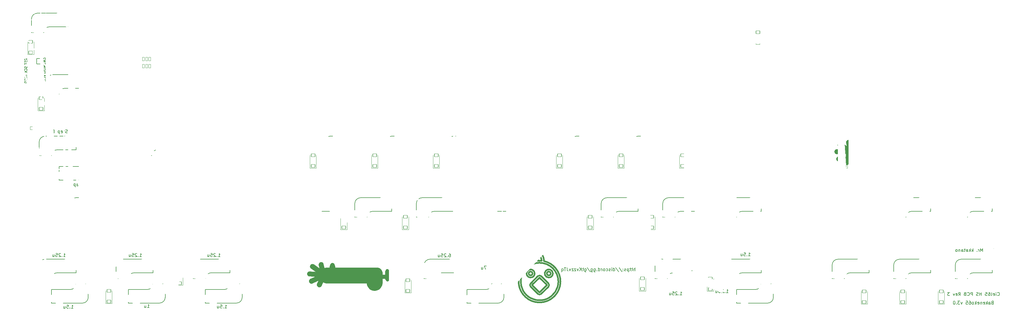
<source format=gbo>
G04 #@! TF.GenerationSoftware,KiCad,Pcbnew,(6.0.0-0)*
G04 #@! TF.CreationDate,2022-07-22T22:21:07+01:00*
G04 #@! TF.ProjectId,bakeneko-65-pcb,62616b65-6e65-46b6-9f2d-36352d706362,rev?*
G04 #@! TF.SameCoordinates,Original*
G04 #@! TF.FileFunction,Legend,Bot*
G04 #@! TF.FilePolarity,Positive*
%FSLAX46Y46*%
G04 Gerber Fmt 4.6, Leading zero omitted, Abs format (unit mm)*
G04 Created by KiCad (PCBNEW (6.0.0-0)) date 2022-07-22 22:21:07*
%MOMM*%
%LPD*%
G01*
G04 APERTURE LIST*
G04 Aperture macros list*
%AMRoundRect*
0 Rectangle with rounded corners*
0 $1 Rounding radius*
0 $2 $3 $4 $5 $6 $7 $8 $9 X,Y pos of 4 corners*
0 Add a 4 corners polygon primitive as box body*
4,1,4,$2,$3,$4,$5,$6,$7,$8,$9,$2,$3,0*
0 Add four circle primitives for the rounded corners*
1,1,$1+$1,$2,$3*
1,1,$1+$1,$4,$5*
1,1,$1+$1,$6,$7*
1,1,$1+$1,$8,$9*
0 Add four rect primitives between the rounded corners*
20,1,$1+$1,$2,$3,$4,$5,0*
20,1,$1+$1,$4,$5,$6,$7,0*
20,1,$1+$1,$6,$7,$8,$9,0*
20,1,$1+$1,$8,$9,$2,$3,0*%
%AMFreePoly0*
4,1,59,3.278779,2.028406,3.282808,2.027442,3.282605,2.026594,3.294134,2.026594,3.304789,2.022180,3.316000,2.019497,3.325327,2.012730,3.325660,2.013535,3.329487,2.011950,3.337641,2.003796,3.346976,1.997024,3.349143,1.993493,3.348401,1.993038,3.356548,1.984891,3.360961,1.974239,3.366993,1.964410,3.368805,1.953025,3.369610,1.953359,3.371195,1.949532,3.375000,1.930400,
3.375000,-1.930400,3.371195,-1.949532,3.369610,-1.953359,3.368805,-1.953025,3.366993,-1.964410,3.360961,-1.974239,3.356548,-1.984891,3.348401,-1.993038,3.349143,-1.993493,3.346976,-1.997024,3.337641,-2.003796,3.329487,-2.011950,3.325660,-2.013535,3.325327,-2.012730,3.316000,-2.019497,3.304789,-2.022180,3.294134,-2.026594,3.282605,-2.026594,3.282808,-2.027442,3.278779,-2.028406,
3.259288,-2.029158,-1.211112,-1.317958,-1.229410,-1.311193,-1.239239,-1.305161,-1.249891,-1.300748,-1.250639,-1.300000,-1.275000,-1.300000,-1.310355,-1.285355,-1.325000,-1.250000,-1.325000,1.250000,-1.310355,1.285355,-1.275000,1.300000,-1.250639,1.300000,-1.249891,1.300748,-1.239239,1.305161,-1.229410,1.311193,-1.211112,1.317958,3.259288,2.029158,3.278779,2.028406,3.278779,2.028406,
$1*%
%AMFreePoly1*
4,1,59,1.234912,1.317958,1.253212,1.311192,1.263038,1.305161,1.273689,1.300749,1.274438,1.300000,1.275000,1.300000,1.310355,1.285355,1.325000,1.250000,1.325000,-1.250000,1.310355,-1.285355,1.275000,-1.300000,1.274438,-1.300000,1.273689,-1.300749,1.263038,-1.305161,1.253212,-1.311192,1.234912,-1.317958,-3.235488,-2.029158,-3.254979,-2.028406,-3.259008,-2.027442,-3.258805,-2.026594,
-3.270334,-2.026594,-3.280989,-2.022180,-3.292200,-2.019497,-3.301527,-2.012730,-3.301860,-2.013535,-3.305687,-2.011950,-3.313841,-2.003796,-3.323176,-1.997024,-3.325343,-1.993493,-3.324601,-1.993038,-3.332748,-1.984891,-3.337161,-1.974239,-3.343193,-1.964410,-3.345005,-1.953025,-3.345810,-1.953359,-3.347395,-1.949532,-3.351200,-1.930400,-3.351200,1.930400,-3.347395,1.949532,-3.345810,1.953359,
-3.345005,1.953025,-3.343193,1.964410,-3.337161,1.974239,-3.332748,1.984891,-3.324601,1.993038,-3.325343,1.993493,-3.323176,1.997024,-3.313841,2.003796,-3.305687,2.011950,-3.301860,2.013535,-3.301527,2.012730,-3.292200,2.019497,-3.280989,2.022180,-3.270334,2.026594,-3.258805,2.026594,-3.259008,2.027442,-3.254979,2.028406,-3.235488,2.029158,1.234912,1.317958,1.234912,1.317958,
$1*%
G04 Aperture macros list end*
%ADD10C,0.264583*%
%ADD11C,0.500000*%
%ADD12C,0.150000*%
%ADD13C,0.120000*%
%ADD14RoundRect,0.050000X0.500000X0.500000X-0.500000X0.500000X-0.500000X-0.500000X0.500000X-0.500000X0*%
%ADD15O,1.100000X1.100000*%
%ADD16RoundRect,0.300000X-0.375000X-0.625000X0.375000X-0.625000X0.375000X0.625000X-0.375000X0.625000X0*%
%ADD17RoundRect,0.200000X-0.625000X0.150000X-0.625000X-0.150000X0.625000X-0.150000X0.625000X0.150000X0*%
%ADD18RoundRect,0.300000X-0.650000X0.350000X-0.650000X-0.350000X0.650000X-0.350000X0.650000X0.350000X0*%
%ADD19O,1.800000X1.800000*%
%ADD20RoundRect,0.050000X0.850000X0.850000X-0.850000X0.850000X-0.850000X-0.850000X0.850000X-0.850000X0*%
%ADD21RoundRect,0.293750X-0.243750X-0.456250X0.243750X-0.456250X0.243750X0.456250X-0.243750X0.456250X0*%
%ADD22RoundRect,0.050000X-0.850000X-0.500000X0.850000X-0.500000X0.850000X0.500000X-0.850000X0.500000X0*%
%ADD23RoundRect,0.293750X0.243750X0.456250X-0.243750X0.456250X-0.243750X-0.456250X0.243750X-0.456250X0*%
%ADD24RoundRect,0.293750X0.456250X-0.243750X0.456250X0.243750X-0.456250X0.243750X-0.456250X-0.243750X0*%
%ADD25RoundRect,0.112500X-0.062500X0.475000X-0.062500X-0.475000X0.062500X-0.475000X0.062500X0.475000X0*%
%ADD26RoundRect,0.112500X-0.475000X0.062500X-0.475000X-0.062500X0.475000X-0.062500X0.475000X0.062500X0*%
%ADD27RoundRect,0.050000X-2.600000X2.600000X-2.600000X-2.600000X2.600000X-2.600000X2.600000X2.600000X0*%
%ADD28RoundRect,0.050000X0.700000X0.600000X-0.700000X0.600000X-0.700000X-0.600000X0.700000X-0.600000X0*%
%ADD29RoundRect,0.293750X-0.456250X0.243750X-0.456250X-0.243750X0.456250X-0.243750X0.456250X0.243750X0*%
%ADD30RoundRect,0.050000X0.600000X-0.450000X0.600000X0.450000X-0.600000X0.450000X-0.600000X-0.450000X0*%
%ADD31C,1.850000*%
%ADD32C,4.087800*%
%ADD33C,4.100000*%
%ADD34FreePoly0,0.000000*%
%ADD35FreePoly1,0.000000*%
%ADD36FreePoly0,180.000000*%
%ADD37FreePoly1,180.000000*%
%ADD38C,3.148000*%
%ADD39RoundRect,0.050000X0.325000X-0.530000X0.325000X0.530000X-0.325000X0.530000X-0.325000X-0.530000X0*%
G04 APERTURE END LIST*
D10*
X275874169Y-46928124D02*
X275830470Y-46897448D01*
X275830470Y-46897448D02*
X275788747Y-46865027D01*
X275788747Y-46865027D02*
X275749118Y-46830979D01*
X275749118Y-46830979D02*
X275711697Y-46795419D01*
X275711697Y-46795419D02*
X275676603Y-46758464D01*
X275676603Y-46758464D02*
X275643949Y-46720230D01*
X275643949Y-46720230D02*
X275613854Y-46680833D01*
X275613854Y-46680833D02*
X275586434Y-46640390D01*
X275586434Y-46640390D02*
X275561803Y-46599016D01*
X275561803Y-46599016D02*
X275540080Y-46556829D01*
X275540080Y-46556829D02*
X275521380Y-46513944D01*
X275521380Y-46513944D02*
X275513200Y-46492276D01*
X275513200Y-46492276D02*
X275505819Y-46470478D01*
X275505819Y-46470478D02*
X275499252Y-46448563D01*
X275499252Y-46448563D02*
X275493513Y-46426546D01*
X275493513Y-46426546D02*
X275488618Y-46404443D01*
X275488618Y-46404443D02*
X275484580Y-46382266D01*
X275484580Y-46382266D02*
X275481414Y-46360032D01*
X275481414Y-46360032D02*
X275479134Y-46337753D01*
X275479134Y-46337753D02*
X275477756Y-46315446D01*
X275477756Y-46315446D02*
X275477293Y-46293124D01*
X275477293Y-46293124D02*
X275477293Y-46213750D01*
X275477293Y-46213750D02*
X275477216Y-46208866D01*
X275477216Y-46208866D02*
X275476983Y-46204138D01*
X275476983Y-46204138D02*
X275476596Y-46199564D01*
X275476596Y-46199564D02*
X275476053Y-46195146D01*
X275476053Y-46195146D02*
X275475356Y-46190883D01*
X275475356Y-46190883D02*
X275474503Y-46186774D01*
X275474503Y-46186774D02*
X275473495Y-46182821D01*
X275473495Y-46182821D02*
X275472332Y-46179023D01*
X275472332Y-46179023D02*
X275471015Y-46175380D01*
X275471015Y-46175380D02*
X275469542Y-46171892D01*
X275469542Y-46171892D02*
X275467914Y-46168559D01*
X275467914Y-46168559D02*
X275466131Y-46165380D01*
X275466131Y-46165380D02*
X275464193Y-46162357D01*
X275464193Y-46162357D02*
X275462100Y-46159489D01*
X275462100Y-46159489D02*
X275459852Y-46156776D01*
X275459852Y-46156776D02*
X275457449Y-46154218D01*
X275457449Y-46154218D02*
X275454891Y-46151815D01*
X275454891Y-46151815D02*
X275452178Y-46149568D01*
X275452178Y-46149568D02*
X275449310Y-46147475D01*
X275449310Y-46147475D02*
X275446287Y-46145537D01*
X275446287Y-46145537D02*
X275443109Y-46143754D01*
X275443109Y-46143754D02*
X275439776Y-46142126D01*
X275439776Y-46142126D02*
X275436288Y-46140653D01*
X275436288Y-46140653D02*
X275432644Y-46139336D01*
X275432644Y-46139336D02*
X275428846Y-46138173D01*
X275428846Y-46138173D02*
X275424893Y-46137165D01*
X275424893Y-46137165D02*
X275420784Y-46136313D01*
X275420784Y-46136313D02*
X275416521Y-46135615D01*
X275416521Y-46135615D02*
X275412103Y-46135072D01*
X275412103Y-46135072D02*
X275407529Y-46134685D01*
X275407529Y-46134685D02*
X275402801Y-46134452D01*
X275402801Y-46134452D02*
X275397917Y-46134375D01*
X275397917Y-46134375D02*
X274207293Y-46134375D01*
X274207293Y-46134375D02*
X274204889Y-46134299D01*
X274204889Y-46134299D02*
X274202636Y-46134078D01*
X274202636Y-46134078D02*
X274200527Y-46133721D01*
X274200527Y-46133721D02*
X274198560Y-46133238D01*
X274198560Y-46133238D02*
X274196727Y-46132639D01*
X274196727Y-46132639D02*
X274195026Y-46131933D01*
X274195026Y-46131933D02*
X274193451Y-46131131D01*
X274193451Y-46131131D02*
X274191997Y-46130241D01*
X274191997Y-46130241D02*
X274190659Y-46129273D01*
X274190659Y-46129273D02*
X274189432Y-46128238D01*
X274189432Y-46128238D02*
X274188312Y-46127145D01*
X274188312Y-46127145D02*
X274187294Y-46126003D01*
X274187294Y-46126003D02*
X274186373Y-46124823D01*
X274186373Y-46124823D02*
X274185543Y-46123613D01*
X274185543Y-46123613D02*
X274184801Y-46122384D01*
X274184801Y-46122384D02*
X274184142Y-46121146D01*
X274184142Y-46121146D02*
X274183559Y-46119907D01*
X274183559Y-46119907D02*
X274183050Y-46118678D01*
X274183050Y-46118678D02*
X274182230Y-46116288D01*
X274182230Y-46116288D02*
X274181642Y-46114053D01*
X274181642Y-46114053D02*
X274181248Y-46112050D01*
X274181248Y-46112050D02*
X274181009Y-46110358D01*
X274181009Y-46110358D02*
X274180886Y-46109053D01*
X274180886Y-46109053D02*
X274180834Y-46107916D01*
X274180834Y-46107916D02*
X274180834Y-45737500D01*
X274180834Y-45737500D02*
X274180910Y-45735096D01*
X274180910Y-45735096D02*
X274181131Y-45732843D01*
X274181131Y-45732843D02*
X274181488Y-45730734D01*
X274181488Y-45730734D02*
X274181971Y-45728767D01*
X274181971Y-45728767D02*
X274182570Y-45726934D01*
X274182570Y-45726934D02*
X274183276Y-45725233D01*
X274183276Y-45725233D02*
X274184079Y-45723658D01*
X274184079Y-45723658D02*
X274184968Y-45722204D01*
X274184968Y-45722204D02*
X274185936Y-45720866D01*
X274185936Y-45720866D02*
X274186971Y-45719639D01*
X274186971Y-45719639D02*
X274188064Y-45718519D01*
X274188064Y-45718519D02*
X274189206Y-45717501D01*
X274189206Y-45717501D02*
X274190387Y-45716580D01*
X274190387Y-45716580D02*
X274191596Y-45715750D01*
X274191596Y-45715750D02*
X274192825Y-45715008D01*
X274192825Y-45715008D02*
X274194064Y-45714349D01*
X274194064Y-45714349D02*
X274195302Y-45713766D01*
X274195302Y-45713766D02*
X274196531Y-45713257D01*
X274196531Y-45713257D02*
X274198921Y-45712437D01*
X274198921Y-45712437D02*
X274201156Y-45711849D01*
X274201156Y-45711849D02*
X274203159Y-45711455D01*
X274203159Y-45711455D02*
X274204851Y-45711216D01*
X274204851Y-45711216D02*
X274206156Y-45711093D01*
X274206156Y-45711093D02*
X274207293Y-45711041D01*
X274207293Y-45711041D02*
X275397917Y-45711041D01*
X275397917Y-45711041D02*
X275402801Y-45710964D01*
X275402801Y-45710964D02*
X275407529Y-45710731D01*
X275407529Y-45710731D02*
X275412102Y-45710344D01*
X275412102Y-45710344D02*
X275416521Y-45709801D01*
X275416521Y-45709801D02*
X275420784Y-45709103D01*
X275420784Y-45709103D02*
X275424892Y-45708251D01*
X275424892Y-45708251D02*
X275428845Y-45707243D01*
X275428845Y-45707243D02*
X275432644Y-45706080D01*
X275432644Y-45706080D02*
X275436287Y-45704763D01*
X275436287Y-45704763D02*
X275439775Y-45703290D01*
X275439775Y-45703290D02*
X275443108Y-45701662D01*
X275443108Y-45701662D02*
X275446286Y-45699879D01*
X275446286Y-45699879D02*
X275449309Y-45697941D01*
X275449309Y-45697941D02*
X275452178Y-45695848D01*
X275452178Y-45695848D02*
X275454891Y-45693600D01*
X275454891Y-45693600D02*
X275457449Y-45691198D01*
X275457449Y-45691198D02*
X275459852Y-45688640D01*
X275459852Y-45688640D02*
X275462100Y-45685927D01*
X275462100Y-45685927D02*
X275464193Y-45683059D01*
X275464193Y-45683059D02*
X275466131Y-45680035D01*
X275466131Y-45680035D02*
X275467914Y-45676857D01*
X275467914Y-45676857D02*
X275469542Y-45673524D01*
X275469542Y-45673524D02*
X275471014Y-45670036D01*
X275471014Y-45670036D02*
X275472332Y-45666393D01*
X275472332Y-45666393D02*
X275473495Y-45662595D01*
X275473495Y-45662595D02*
X275474503Y-45658641D01*
X275474503Y-45658641D02*
X275475355Y-45654533D01*
X275475355Y-45654533D02*
X275476053Y-45650270D01*
X275476053Y-45650270D02*
X275476596Y-45645852D01*
X275476596Y-45645852D02*
X275476983Y-45641278D01*
X275476983Y-45641278D02*
X275477216Y-45636550D01*
X275477216Y-45636550D02*
X275477293Y-45631666D01*
X275477293Y-45631666D02*
X275477293Y-44441041D01*
X275477293Y-44441041D02*
X275477907Y-44416547D01*
X275477907Y-44416547D02*
X275479722Y-44392672D01*
X275479722Y-44392672D02*
X275482700Y-44369418D01*
X275482700Y-44369418D02*
X275486802Y-44346784D01*
X275486802Y-44346784D02*
X275491989Y-44324770D01*
X275491989Y-44324770D02*
X275498222Y-44303376D01*
X275498222Y-44303376D02*
X275505463Y-44282602D01*
X275505463Y-44282602D02*
X275513673Y-44262448D01*
X275513673Y-44262448D02*
X275522814Y-44242914D01*
X275522814Y-44242914D02*
X275532845Y-44224001D01*
X275532845Y-44224001D02*
X275543730Y-44205707D01*
X275543730Y-44205707D02*
X275555428Y-44188034D01*
X275555428Y-44188034D02*
X275567901Y-44170981D01*
X275567901Y-44170981D02*
X275581111Y-44154547D01*
X275581111Y-44154547D02*
X275595019Y-44138734D01*
X275595019Y-44138734D02*
X275609585Y-44123542D01*
X275609585Y-44123542D02*
X275715418Y-44017708D01*
X275715418Y-44017708D02*
X275717975Y-44015305D01*
X275717975Y-44015305D02*
X275720676Y-44013051D01*
X275720676Y-44013051D02*
X275723514Y-44010943D01*
X275723514Y-44010943D02*
X275726477Y-44008975D01*
X275726477Y-44008975D02*
X275729557Y-44007143D01*
X275729557Y-44007143D02*
X275732743Y-44005442D01*
X275732743Y-44005442D02*
X275739397Y-44002412D01*
X275739397Y-44002412D02*
X275746360Y-43999848D01*
X275746360Y-43999848D02*
X275753556Y-43997710D01*
X275753556Y-43997710D02*
X275760907Y-43995959D01*
X275760907Y-43995959D02*
X275768336Y-43994557D01*
X275768336Y-43994557D02*
X275775764Y-43993466D01*
X275775764Y-43993466D02*
X275783115Y-43992645D01*
X275783115Y-43992645D02*
X275790311Y-43992057D01*
X275790311Y-43992057D02*
X275797274Y-43991663D01*
X275797274Y-43991663D02*
X275810193Y-43991302D01*
X275810193Y-43991302D02*
X275821251Y-43991250D01*
X275821251Y-43991250D02*
X275823525Y-43992490D01*
X275823525Y-43992490D02*
X275826135Y-43994041D01*
X275826135Y-43994041D02*
X275829520Y-43996211D01*
X275829520Y-43996211D02*
X275833525Y-43999002D01*
X275833525Y-43999002D02*
X275837995Y-44002412D01*
X275837995Y-44002412D02*
X275842775Y-44006443D01*
X275842775Y-44006443D02*
X275847710Y-44011094D01*
X275847710Y-44011094D02*
X275850187Y-44013652D01*
X275850187Y-44013652D02*
X275852645Y-44016365D01*
X275852645Y-44016365D02*
X275855064Y-44019233D01*
X275855064Y-44019233D02*
X275857425Y-44022256D01*
X275857425Y-44022256D02*
X275859709Y-44025434D01*
X275859709Y-44025434D02*
X275861896Y-44028767D01*
X275861896Y-44028767D02*
X275863966Y-44032255D01*
X275863966Y-44032255D02*
X275865901Y-44035898D01*
X275865901Y-44035898D02*
X275867680Y-44039697D01*
X275867680Y-44039697D02*
X275869285Y-44043650D01*
X275869285Y-44043650D02*
X275870697Y-44047758D01*
X275870697Y-44047758D02*
X275871895Y-44052022D01*
X275871895Y-44052022D02*
X275872861Y-44056440D01*
X275872861Y-44056440D02*
X275873575Y-44061013D01*
X275873575Y-44061013D02*
X275874017Y-44065742D01*
X275874017Y-44065742D02*
X275874169Y-44070625D01*
X275874169Y-44070625D02*
X275874169Y-46928124D01*
X275874169Y-46928124D02*
X275874169Y-46928124D01*
G36*
X275823525Y-43992490D02*
G01*
X275826135Y-43994041D01*
X275829520Y-43996211D01*
X275833525Y-43999002D01*
X275837995Y-44002412D01*
X275842775Y-44006443D01*
X275847710Y-44011094D01*
X275850187Y-44013652D01*
X275852645Y-44016365D01*
X275855064Y-44019233D01*
X275857425Y-44022256D01*
X275859709Y-44025434D01*
X275861896Y-44028767D01*
X275863966Y-44032255D01*
X275865901Y-44035898D01*
X275867680Y-44039697D01*
X275869285Y-44043650D01*
X275870697Y-44047758D01*
X275871895Y-44052022D01*
X275872861Y-44056440D01*
X275873575Y-44061013D01*
X275874017Y-44065742D01*
X275874169Y-44070625D01*
X275874169Y-46928124D01*
X275830470Y-46897448D01*
X275788747Y-46865027D01*
X275749118Y-46830979D01*
X275711697Y-46795419D01*
X275676603Y-46758464D01*
X275643949Y-46720230D01*
X275613854Y-46680833D01*
X275586434Y-46640390D01*
X275561803Y-46599016D01*
X275540080Y-46556829D01*
X275521380Y-46513944D01*
X275513200Y-46492276D01*
X275505819Y-46470478D01*
X275499252Y-46448563D01*
X275493513Y-46426546D01*
X275488618Y-46404443D01*
X275484580Y-46382266D01*
X275481414Y-46360032D01*
X275479134Y-46337753D01*
X275477756Y-46315446D01*
X275477293Y-46293124D01*
X275477293Y-46213750D01*
X275477216Y-46208866D01*
X275476983Y-46204138D01*
X275476596Y-46199564D01*
X275476053Y-46195146D01*
X275475356Y-46190883D01*
X275474503Y-46186774D01*
X275473495Y-46182821D01*
X275472332Y-46179023D01*
X275471015Y-46175380D01*
X275469542Y-46171892D01*
X275467914Y-46168559D01*
X275466131Y-46165380D01*
X275464193Y-46162357D01*
X275462100Y-46159489D01*
X275459852Y-46156776D01*
X275457449Y-46154218D01*
X275454891Y-46151815D01*
X275452178Y-46149568D01*
X275449310Y-46147475D01*
X275446287Y-46145537D01*
X275443109Y-46143754D01*
X275439776Y-46142126D01*
X275436288Y-46140653D01*
X275432644Y-46139336D01*
X275428846Y-46138173D01*
X275424893Y-46137165D01*
X275420784Y-46136313D01*
X275416521Y-46135615D01*
X275412103Y-46135072D01*
X275407529Y-46134685D01*
X275402801Y-46134452D01*
X275397917Y-46134375D01*
X274207293Y-46134375D01*
X274204889Y-46134299D01*
X274202636Y-46134078D01*
X274200527Y-46133721D01*
X274198560Y-46133238D01*
X274196727Y-46132639D01*
X274195026Y-46131933D01*
X274193451Y-46131131D01*
X274191997Y-46130241D01*
X274190659Y-46129273D01*
X274189432Y-46128238D01*
X274188312Y-46127145D01*
X274187294Y-46126003D01*
X274186373Y-46124823D01*
X274185543Y-46123613D01*
X274184801Y-46122384D01*
X274184142Y-46121146D01*
X274183559Y-46119907D01*
X274183050Y-46118678D01*
X274182230Y-46116288D01*
X274181642Y-46114053D01*
X274181248Y-46112050D01*
X274181009Y-46110358D01*
X274180886Y-46109053D01*
X274180834Y-46107916D01*
X274180834Y-45737500D01*
X274180910Y-45735096D01*
X274181131Y-45732843D01*
X274181488Y-45730734D01*
X274181971Y-45728767D01*
X274182570Y-45726934D01*
X274183276Y-45725233D01*
X274184079Y-45723658D01*
X274184968Y-45722204D01*
X274185936Y-45720866D01*
X274186971Y-45719639D01*
X274188064Y-45718519D01*
X274189206Y-45717501D01*
X274190387Y-45716580D01*
X274191596Y-45715750D01*
X274192825Y-45715008D01*
X274194064Y-45714349D01*
X274195302Y-45713766D01*
X274196531Y-45713257D01*
X274198921Y-45712437D01*
X274201156Y-45711849D01*
X274203159Y-45711455D01*
X274204851Y-45711216D01*
X274206156Y-45711093D01*
X274207293Y-45711041D01*
X275397917Y-45711041D01*
X275402801Y-45710964D01*
X275407529Y-45710731D01*
X275412102Y-45710344D01*
X275416521Y-45709801D01*
X275420784Y-45709103D01*
X275424892Y-45708251D01*
X275428845Y-45707243D01*
X275432644Y-45706080D01*
X275436287Y-45704763D01*
X275439775Y-45703290D01*
X275443108Y-45701662D01*
X275446286Y-45699879D01*
X275449309Y-45697941D01*
X275452178Y-45695848D01*
X275454891Y-45693600D01*
X275457449Y-45691198D01*
X275459852Y-45688640D01*
X275462100Y-45685927D01*
X275464193Y-45683059D01*
X275466131Y-45680035D01*
X275467914Y-45676857D01*
X275469542Y-45673524D01*
X275471014Y-45670036D01*
X275472332Y-45666393D01*
X275473495Y-45662595D01*
X275474503Y-45658641D01*
X275475355Y-45654533D01*
X275476053Y-45650270D01*
X275476596Y-45645852D01*
X275476983Y-45641278D01*
X275477216Y-45636550D01*
X275477293Y-45631666D01*
X275477293Y-44441041D01*
X275477907Y-44416547D01*
X275479722Y-44392672D01*
X275482700Y-44369418D01*
X275486802Y-44346784D01*
X275491989Y-44324770D01*
X275498222Y-44303376D01*
X275505463Y-44282602D01*
X275513673Y-44262448D01*
X275522814Y-44242914D01*
X275532845Y-44224001D01*
X275543730Y-44205707D01*
X275555428Y-44188034D01*
X275567901Y-44170981D01*
X275581111Y-44154547D01*
X275595019Y-44138734D01*
X275609585Y-44123542D01*
X275715418Y-44017708D01*
X275717975Y-44015305D01*
X275720676Y-44013051D01*
X275723514Y-44010943D01*
X275726477Y-44008975D01*
X275729557Y-44007143D01*
X275732743Y-44005442D01*
X275739397Y-44002412D01*
X275746360Y-43999848D01*
X275753556Y-43997710D01*
X275760907Y-43995959D01*
X275768336Y-43994557D01*
X275775764Y-43993466D01*
X275783115Y-43992645D01*
X275790311Y-43992057D01*
X275797274Y-43991663D01*
X275810193Y-43991302D01*
X275821251Y-43991250D01*
X275823525Y-43992490D01*
G37*
X275823525Y-43992490D02*
X275826135Y-43994041D01*
X275829520Y-43996211D01*
X275833525Y-43999002D01*
X275837995Y-44002412D01*
X275842775Y-44006443D01*
X275847710Y-44011094D01*
X275850187Y-44013652D01*
X275852645Y-44016365D01*
X275855064Y-44019233D01*
X275857425Y-44022256D01*
X275859709Y-44025434D01*
X275861896Y-44028767D01*
X275863966Y-44032255D01*
X275865901Y-44035898D01*
X275867680Y-44039697D01*
X275869285Y-44043650D01*
X275870697Y-44047758D01*
X275871895Y-44052022D01*
X275872861Y-44056440D01*
X275873575Y-44061013D01*
X275874017Y-44065742D01*
X275874169Y-44070625D01*
X275874169Y-46928124D01*
X275830470Y-46897448D01*
X275788747Y-46865027D01*
X275749118Y-46830979D01*
X275711697Y-46795419D01*
X275676603Y-46758464D01*
X275643949Y-46720230D01*
X275613854Y-46680833D01*
X275586434Y-46640390D01*
X275561803Y-46599016D01*
X275540080Y-46556829D01*
X275521380Y-46513944D01*
X275513200Y-46492276D01*
X275505819Y-46470478D01*
X275499252Y-46448563D01*
X275493513Y-46426546D01*
X275488618Y-46404443D01*
X275484580Y-46382266D01*
X275481414Y-46360032D01*
X275479134Y-46337753D01*
X275477756Y-46315446D01*
X275477293Y-46293124D01*
X275477293Y-46213750D01*
X275477216Y-46208866D01*
X275476983Y-46204138D01*
X275476596Y-46199564D01*
X275476053Y-46195146D01*
X275475356Y-46190883D01*
X275474503Y-46186774D01*
X275473495Y-46182821D01*
X275472332Y-46179023D01*
X275471015Y-46175380D01*
X275469542Y-46171892D01*
X275467914Y-46168559D01*
X275466131Y-46165380D01*
X275464193Y-46162357D01*
X275462100Y-46159489D01*
X275459852Y-46156776D01*
X275457449Y-46154218D01*
X275454891Y-46151815D01*
X275452178Y-46149568D01*
X275449310Y-46147475D01*
X275446287Y-46145537D01*
X275443109Y-46143754D01*
X275439776Y-46142126D01*
X275436288Y-46140653D01*
X275432644Y-46139336D01*
X275428846Y-46138173D01*
X275424893Y-46137165D01*
X275420784Y-46136313D01*
X275416521Y-46135615D01*
X275412103Y-46135072D01*
X275407529Y-46134685D01*
X275402801Y-46134452D01*
X275397917Y-46134375D01*
X274207293Y-46134375D01*
X274204889Y-46134299D01*
X274202636Y-46134078D01*
X274200527Y-46133721D01*
X274198560Y-46133238D01*
X274196727Y-46132639D01*
X274195026Y-46131933D01*
X274193451Y-46131131D01*
X274191997Y-46130241D01*
X274190659Y-46129273D01*
X274189432Y-46128238D01*
X274188312Y-46127145D01*
X274187294Y-46126003D01*
X274186373Y-46124823D01*
X274185543Y-46123613D01*
X274184801Y-46122384D01*
X274184142Y-46121146D01*
X274183559Y-46119907D01*
X274183050Y-46118678D01*
X274182230Y-46116288D01*
X274181642Y-46114053D01*
X274181248Y-46112050D01*
X274181009Y-46110358D01*
X274180886Y-46109053D01*
X274180834Y-46107916D01*
X274180834Y-45737500D01*
X274180910Y-45735096D01*
X274181131Y-45732843D01*
X274181488Y-45730734D01*
X274181971Y-45728767D01*
X274182570Y-45726934D01*
X274183276Y-45725233D01*
X274184079Y-45723658D01*
X274184968Y-45722204D01*
X274185936Y-45720866D01*
X274186971Y-45719639D01*
X274188064Y-45718519D01*
X274189206Y-45717501D01*
X274190387Y-45716580D01*
X274191596Y-45715750D01*
X274192825Y-45715008D01*
X274194064Y-45714349D01*
X274195302Y-45713766D01*
X274196531Y-45713257D01*
X274198921Y-45712437D01*
X274201156Y-45711849D01*
X274203159Y-45711455D01*
X274204851Y-45711216D01*
X274206156Y-45711093D01*
X274207293Y-45711041D01*
X275397917Y-45711041D01*
X275402801Y-45710964D01*
X275407529Y-45710731D01*
X275412102Y-45710344D01*
X275416521Y-45709801D01*
X275420784Y-45709103D01*
X275424892Y-45708251D01*
X275428845Y-45707243D01*
X275432644Y-45706080D01*
X275436287Y-45704763D01*
X275439775Y-45703290D01*
X275443108Y-45701662D01*
X275446286Y-45699879D01*
X275449309Y-45697941D01*
X275452178Y-45695848D01*
X275454891Y-45693600D01*
X275457449Y-45691198D01*
X275459852Y-45688640D01*
X275462100Y-45685927D01*
X275464193Y-45683059D01*
X275466131Y-45680035D01*
X275467914Y-45676857D01*
X275469542Y-45673524D01*
X275471014Y-45670036D01*
X275472332Y-45666393D01*
X275473495Y-45662595D01*
X275474503Y-45658641D01*
X275475355Y-45654533D01*
X275476053Y-45650270D01*
X275476596Y-45645852D01*
X275476983Y-45641278D01*
X275477216Y-45636550D01*
X275477293Y-45631666D01*
X275477293Y-44441041D01*
X275477907Y-44416547D01*
X275479722Y-44392672D01*
X275482700Y-44369418D01*
X275486802Y-44346784D01*
X275491989Y-44324770D01*
X275498222Y-44303376D01*
X275505463Y-44282602D01*
X275513673Y-44262448D01*
X275522814Y-44242914D01*
X275532845Y-44224001D01*
X275543730Y-44205707D01*
X275555428Y-44188034D01*
X275567901Y-44170981D01*
X275581111Y-44154547D01*
X275595019Y-44138734D01*
X275609585Y-44123542D01*
X275715418Y-44017708D01*
X275717975Y-44015305D01*
X275720676Y-44013051D01*
X275723514Y-44010943D01*
X275726477Y-44008975D01*
X275729557Y-44007143D01*
X275732743Y-44005442D01*
X275739397Y-44002412D01*
X275746360Y-43999848D01*
X275753556Y-43997710D01*
X275760907Y-43995959D01*
X275768336Y-43994557D01*
X275775764Y-43993466D01*
X275783115Y-43992645D01*
X275790311Y-43992057D01*
X275797274Y-43991663D01*
X275810193Y-43991302D01*
X275821251Y-43991250D01*
X275823525Y-43992490D01*
D11*
X159087881Y-77107229D02*
X159519767Y-76826922D01*
X159807807Y-76783460D01*
X157602058Y-82822022D02*
G75*
G03*
X156995247Y-82215213I-607458J-649D01*
G01*
X161137484Y-78918772D02*
X161136818Y-78989663D01*
X159760061Y-79503104D02*
G75*
G03*
X165575989Y-85319157I-61J-5815989D01*
G01*
D10*
X258491044Y-44732083D02*
X258490217Y-44764760D01*
X258490217Y-44764760D02*
X258487765Y-44797008D01*
X258487765Y-44797008D02*
X258483727Y-44828787D01*
X258483727Y-44828787D02*
X258478143Y-44860057D01*
X258478143Y-44860057D02*
X258471052Y-44890779D01*
X258471052Y-44890779D02*
X258462495Y-44920912D01*
X258462495Y-44920912D02*
X258452512Y-44950417D01*
X258452512Y-44950417D02*
X258441142Y-44979253D01*
X258441142Y-44979253D02*
X258428426Y-45007382D01*
X258428426Y-45007382D02*
X258414402Y-45034761D01*
X258414402Y-45034761D02*
X258399112Y-45061353D01*
X258399112Y-45061353D02*
X258382595Y-45087117D01*
X258382595Y-45087117D02*
X258364891Y-45112013D01*
X258364891Y-45112013D02*
X258346040Y-45136002D01*
X258346040Y-45136002D02*
X258326082Y-45159042D01*
X258326082Y-45159042D02*
X258305056Y-45181096D01*
X258305056Y-45181096D02*
X258283003Y-45202121D01*
X258283003Y-45202121D02*
X258259962Y-45222080D01*
X258259962Y-45222080D02*
X258235974Y-45240931D01*
X258235974Y-45240931D02*
X258211078Y-45258635D01*
X258211078Y-45258635D02*
X258185314Y-45275152D01*
X258185314Y-45275152D02*
X258158722Y-45290442D01*
X258158722Y-45290442D02*
X258131342Y-45304465D01*
X258131342Y-45304465D02*
X258103214Y-45317181D01*
X258103214Y-45317181D02*
X258074378Y-45328551D01*
X258074378Y-45328551D02*
X258044873Y-45338534D01*
X258044873Y-45338534D02*
X258014740Y-45347091D01*
X258014740Y-45347091D02*
X257984018Y-45354182D01*
X257984018Y-45354182D02*
X257952748Y-45359766D01*
X257952748Y-45359766D02*
X257920968Y-45363804D01*
X257920968Y-45363804D02*
X257888720Y-45366257D01*
X257888720Y-45366257D02*
X257856043Y-45367083D01*
X257856043Y-45367083D02*
X257823366Y-45366257D01*
X257823366Y-45366257D02*
X257791118Y-45363804D01*
X257791118Y-45363804D02*
X257759339Y-45359766D01*
X257759339Y-45359766D02*
X257728069Y-45354182D01*
X257728069Y-45354182D02*
X257697347Y-45347091D01*
X257697347Y-45347091D02*
X257667214Y-45338534D01*
X257667214Y-45338534D02*
X257637709Y-45328551D01*
X257637709Y-45328551D02*
X257608873Y-45317181D01*
X257608873Y-45317181D02*
X257580745Y-45304465D01*
X257580745Y-45304465D02*
X257553365Y-45290442D01*
X257553365Y-45290442D02*
X257526773Y-45275152D01*
X257526773Y-45275152D02*
X257501009Y-45258635D01*
X257501009Y-45258635D02*
X257476113Y-45240931D01*
X257476113Y-45240931D02*
X257452125Y-45222080D01*
X257452125Y-45222080D02*
X257429084Y-45202121D01*
X257429084Y-45202121D02*
X257407031Y-45181096D01*
X257407031Y-45181096D02*
X257386005Y-45159042D01*
X257386005Y-45159042D02*
X257366047Y-45136002D01*
X257366047Y-45136002D02*
X257347196Y-45112013D01*
X257347196Y-45112013D02*
X257329492Y-45087117D01*
X257329492Y-45087117D02*
X257312975Y-45061353D01*
X257312975Y-45061353D02*
X257297685Y-45034761D01*
X257297685Y-45034761D02*
X257283662Y-45007382D01*
X257283662Y-45007382D02*
X257270945Y-44979253D01*
X257270945Y-44979253D02*
X257259575Y-44950417D01*
X257259575Y-44950417D02*
X257249592Y-44920912D01*
X257249592Y-44920912D02*
X257241035Y-44890779D01*
X257241035Y-44890779D02*
X257233945Y-44860057D01*
X257233945Y-44860057D02*
X257228360Y-44828787D01*
X257228360Y-44828787D02*
X257224322Y-44797008D01*
X257224322Y-44797008D02*
X257221870Y-44764760D01*
X257221870Y-44764760D02*
X257221044Y-44732083D01*
X257221044Y-44732083D02*
X257221870Y-44699406D01*
X257221870Y-44699406D02*
X257224322Y-44667158D01*
X257224322Y-44667158D02*
X257228360Y-44635379D01*
X257228360Y-44635379D02*
X257233945Y-44604108D01*
X257233945Y-44604108D02*
X257241035Y-44573386D01*
X257241035Y-44573386D02*
X257249592Y-44543253D01*
X257249592Y-44543253D02*
X257259575Y-44513749D01*
X257259575Y-44513749D02*
X257270945Y-44484912D01*
X257270945Y-44484912D02*
X257283662Y-44456784D01*
X257283662Y-44456784D02*
X257297685Y-44429404D01*
X257297685Y-44429404D02*
X257312975Y-44402812D01*
X257312975Y-44402812D02*
X257329492Y-44377048D01*
X257329492Y-44377048D02*
X257347196Y-44352152D01*
X257347196Y-44352152D02*
X257366047Y-44328164D01*
X257366047Y-44328164D02*
X257386005Y-44305123D01*
X257386005Y-44305123D02*
X257407031Y-44283070D01*
X257407031Y-44283070D02*
X257429084Y-44262044D01*
X257429084Y-44262044D02*
X257452125Y-44242086D01*
X257452125Y-44242086D02*
X257476113Y-44223235D01*
X257476113Y-44223235D02*
X257501009Y-44205531D01*
X257501009Y-44205531D02*
X257526773Y-44189014D01*
X257526773Y-44189014D02*
X257553365Y-44173724D01*
X257553365Y-44173724D02*
X257580745Y-44159701D01*
X257580745Y-44159701D02*
X257608873Y-44146984D01*
X257608873Y-44146984D02*
X257637709Y-44135614D01*
X257637709Y-44135614D02*
X257667214Y-44125631D01*
X257667214Y-44125631D02*
X257697347Y-44117074D01*
X257697347Y-44117074D02*
X257728069Y-44109984D01*
X257728069Y-44109984D02*
X257759339Y-44104399D01*
X257759339Y-44104399D02*
X257791118Y-44100361D01*
X257791118Y-44100361D02*
X257823366Y-44097909D01*
X257823366Y-44097909D02*
X257856043Y-44097083D01*
X257856043Y-44097083D02*
X257888720Y-44097909D01*
X257888720Y-44097909D02*
X257920968Y-44100361D01*
X257920968Y-44100361D02*
X257952748Y-44104399D01*
X257952748Y-44104399D02*
X257984018Y-44109984D01*
X257984018Y-44109984D02*
X258014740Y-44117074D01*
X258014740Y-44117074D02*
X258044873Y-44125631D01*
X258044873Y-44125631D02*
X258074378Y-44135614D01*
X258074378Y-44135614D02*
X258103214Y-44146984D01*
X258103214Y-44146984D02*
X258131342Y-44159701D01*
X258131342Y-44159701D02*
X258158722Y-44173724D01*
X258158722Y-44173724D02*
X258185314Y-44189014D01*
X258185314Y-44189014D02*
X258211078Y-44205531D01*
X258211078Y-44205531D02*
X258235974Y-44223235D01*
X258235974Y-44223235D02*
X258259962Y-44242086D01*
X258259962Y-44242086D02*
X258283003Y-44262044D01*
X258283003Y-44262044D02*
X258305056Y-44283070D01*
X258305056Y-44283070D02*
X258326082Y-44305123D01*
X258326082Y-44305123D02*
X258346040Y-44328164D01*
X258346040Y-44328164D02*
X258364891Y-44352152D01*
X258364891Y-44352152D02*
X258382595Y-44377048D01*
X258382595Y-44377048D02*
X258399112Y-44402812D01*
X258399112Y-44402812D02*
X258414402Y-44429404D01*
X258414402Y-44429404D02*
X258428426Y-44456784D01*
X258428426Y-44456784D02*
X258441142Y-44484912D01*
X258441142Y-44484912D02*
X258452512Y-44513749D01*
X258452512Y-44513749D02*
X258462495Y-44543253D01*
X258462495Y-44543253D02*
X258471052Y-44573386D01*
X258471052Y-44573386D02*
X258478143Y-44604108D01*
X258478143Y-44604108D02*
X258483727Y-44635379D01*
X258483727Y-44635379D02*
X258487765Y-44667158D01*
X258487765Y-44667158D02*
X258490217Y-44699406D01*
X258490217Y-44699406D02*
X258491044Y-44732083D01*
X258491044Y-44732083D02*
X258491044Y-44732083D01*
G36*
X257888720Y-44097909D02*
G01*
X257920968Y-44100361D01*
X257952748Y-44104399D01*
X257984018Y-44109984D01*
X258014740Y-44117074D01*
X258044873Y-44125631D01*
X258074378Y-44135614D01*
X258103214Y-44146984D01*
X258131342Y-44159701D01*
X258158722Y-44173724D01*
X258185314Y-44189014D01*
X258211078Y-44205531D01*
X258235974Y-44223235D01*
X258259962Y-44242086D01*
X258283003Y-44262044D01*
X258305056Y-44283070D01*
X258326082Y-44305123D01*
X258346040Y-44328164D01*
X258364891Y-44352152D01*
X258382595Y-44377048D01*
X258399112Y-44402812D01*
X258414402Y-44429404D01*
X258428426Y-44456784D01*
X258441142Y-44484912D01*
X258452512Y-44513749D01*
X258462495Y-44543253D01*
X258471052Y-44573386D01*
X258478143Y-44604108D01*
X258483727Y-44635379D01*
X258487765Y-44667158D01*
X258490217Y-44699406D01*
X258491044Y-44732083D01*
X258490217Y-44764760D01*
X258487765Y-44797008D01*
X258483727Y-44828787D01*
X258478143Y-44860057D01*
X258471052Y-44890779D01*
X258462495Y-44920912D01*
X258452512Y-44950417D01*
X258441142Y-44979253D01*
X258428426Y-45007382D01*
X258414402Y-45034761D01*
X258399112Y-45061353D01*
X258382595Y-45087117D01*
X258364891Y-45112013D01*
X258346040Y-45136002D01*
X258326082Y-45159042D01*
X258305056Y-45181096D01*
X258283003Y-45202121D01*
X258259962Y-45222080D01*
X258235974Y-45240931D01*
X258211078Y-45258635D01*
X258185314Y-45275152D01*
X258158722Y-45290442D01*
X258131342Y-45304465D01*
X258103214Y-45317181D01*
X258074378Y-45328551D01*
X258044873Y-45338534D01*
X258014740Y-45347091D01*
X257984018Y-45354182D01*
X257952748Y-45359766D01*
X257920968Y-45363804D01*
X257888720Y-45366257D01*
X257856043Y-45367083D01*
X257823366Y-45366257D01*
X257791118Y-45363804D01*
X257759339Y-45359766D01*
X257728069Y-45354182D01*
X257697347Y-45347091D01*
X257667214Y-45338534D01*
X257637709Y-45328551D01*
X257608873Y-45317181D01*
X257580745Y-45304465D01*
X257553365Y-45290442D01*
X257526773Y-45275152D01*
X257501009Y-45258635D01*
X257476113Y-45240931D01*
X257452125Y-45222080D01*
X257429084Y-45202121D01*
X257407031Y-45181096D01*
X257386005Y-45159042D01*
X257366047Y-45136002D01*
X257347196Y-45112013D01*
X257329492Y-45087117D01*
X257312975Y-45061353D01*
X257297685Y-45034761D01*
X257283662Y-45007382D01*
X257270945Y-44979253D01*
X257259575Y-44950417D01*
X257249592Y-44920912D01*
X257241035Y-44890779D01*
X257233945Y-44860057D01*
X257228360Y-44828787D01*
X257224322Y-44797008D01*
X257221870Y-44764760D01*
X257221044Y-44732083D01*
X257221870Y-44699406D01*
X257224322Y-44667158D01*
X257228360Y-44635379D01*
X257233945Y-44604108D01*
X257241035Y-44573386D01*
X257249592Y-44543253D01*
X257259575Y-44513749D01*
X257270945Y-44484912D01*
X257283662Y-44456784D01*
X257297685Y-44429404D01*
X257312975Y-44402812D01*
X257329492Y-44377048D01*
X257347196Y-44352152D01*
X257366047Y-44328164D01*
X257386005Y-44305123D01*
X257407031Y-44283070D01*
X257429084Y-44262044D01*
X257452125Y-44242086D01*
X257476113Y-44223235D01*
X257501009Y-44205531D01*
X257526773Y-44189014D01*
X257553365Y-44173724D01*
X257580745Y-44159701D01*
X257608873Y-44146984D01*
X257637709Y-44135614D01*
X257667214Y-44125631D01*
X257697347Y-44117074D01*
X257728069Y-44109984D01*
X257759339Y-44104399D01*
X257791118Y-44100361D01*
X257823366Y-44097909D01*
X257856043Y-44097083D01*
X257888720Y-44097909D01*
G37*
X257888720Y-44097909D02*
X257920968Y-44100361D01*
X257952748Y-44104399D01*
X257984018Y-44109984D01*
X258014740Y-44117074D01*
X258044873Y-44125631D01*
X258074378Y-44135614D01*
X258103214Y-44146984D01*
X258131342Y-44159701D01*
X258158722Y-44173724D01*
X258185314Y-44189014D01*
X258211078Y-44205531D01*
X258235974Y-44223235D01*
X258259962Y-44242086D01*
X258283003Y-44262044D01*
X258305056Y-44283070D01*
X258326082Y-44305123D01*
X258346040Y-44328164D01*
X258364891Y-44352152D01*
X258382595Y-44377048D01*
X258399112Y-44402812D01*
X258414402Y-44429404D01*
X258428426Y-44456784D01*
X258441142Y-44484912D01*
X258452512Y-44513749D01*
X258462495Y-44543253D01*
X258471052Y-44573386D01*
X258478143Y-44604108D01*
X258483727Y-44635379D01*
X258487765Y-44667158D01*
X258490217Y-44699406D01*
X258491044Y-44732083D01*
X258490217Y-44764760D01*
X258487765Y-44797008D01*
X258483727Y-44828787D01*
X258478143Y-44860057D01*
X258471052Y-44890779D01*
X258462495Y-44920912D01*
X258452512Y-44950417D01*
X258441142Y-44979253D01*
X258428426Y-45007382D01*
X258414402Y-45034761D01*
X258399112Y-45061353D01*
X258382595Y-45087117D01*
X258364891Y-45112013D01*
X258346040Y-45136002D01*
X258326082Y-45159042D01*
X258305056Y-45181096D01*
X258283003Y-45202121D01*
X258259962Y-45222080D01*
X258235974Y-45240931D01*
X258211078Y-45258635D01*
X258185314Y-45275152D01*
X258158722Y-45290442D01*
X258131342Y-45304465D01*
X258103214Y-45317181D01*
X258074378Y-45328551D01*
X258044873Y-45338534D01*
X258014740Y-45347091D01*
X257984018Y-45354182D01*
X257952748Y-45359766D01*
X257920968Y-45363804D01*
X257888720Y-45366257D01*
X257856043Y-45367083D01*
X257823366Y-45366257D01*
X257791118Y-45363804D01*
X257759339Y-45359766D01*
X257728069Y-45354182D01*
X257697347Y-45347091D01*
X257667214Y-45338534D01*
X257637709Y-45328551D01*
X257608873Y-45317181D01*
X257580745Y-45304465D01*
X257553365Y-45290442D01*
X257526773Y-45275152D01*
X257501009Y-45258635D01*
X257476113Y-45240931D01*
X257452125Y-45222080D01*
X257429084Y-45202121D01*
X257407031Y-45181096D01*
X257386005Y-45159042D01*
X257366047Y-45136002D01*
X257347196Y-45112013D01*
X257329492Y-45087117D01*
X257312975Y-45061353D01*
X257297685Y-45034761D01*
X257283662Y-45007382D01*
X257270945Y-44979253D01*
X257259575Y-44950417D01*
X257249592Y-44920912D01*
X257241035Y-44890779D01*
X257233945Y-44860057D01*
X257228360Y-44828787D01*
X257224322Y-44797008D01*
X257221870Y-44764760D01*
X257221044Y-44732083D01*
X257221870Y-44699406D01*
X257224322Y-44667158D01*
X257228360Y-44635379D01*
X257233945Y-44604108D01*
X257241035Y-44573386D01*
X257249592Y-44543253D01*
X257259575Y-44513749D01*
X257270945Y-44484912D01*
X257283662Y-44456784D01*
X257297685Y-44429404D01*
X257312975Y-44402812D01*
X257329492Y-44377048D01*
X257347196Y-44352152D01*
X257366047Y-44328164D01*
X257386005Y-44305123D01*
X257407031Y-44283070D01*
X257429084Y-44262044D01*
X257452125Y-44242086D01*
X257476113Y-44223235D01*
X257501009Y-44205531D01*
X257526773Y-44189014D01*
X257553365Y-44173724D01*
X257580745Y-44159701D01*
X257608873Y-44146984D01*
X257637709Y-44135614D01*
X257667214Y-44125631D01*
X257697347Y-44117074D01*
X257728069Y-44109984D01*
X257759339Y-44104399D01*
X257791118Y-44100361D01*
X257823366Y-44097909D01*
X257856043Y-44097083D01*
X257888720Y-44097909D01*
D11*
X160259012Y-83635410D02*
X162519596Y-85895867D01*
X158518255Y-78380527D02*
X158635641Y-77871233D01*
X158852370Y-77402117D01*
X159087881Y-77107229D01*
D10*
X95278527Y-80466503D02*
X95289043Y-80428056D01*
X95289043Y-80428056D02*
X95300645Y-80392089D01*
X95300645Y-80392089D02*
X95313176Y-80358603D01*
X95313176Y-80358603D02*
X95326483Y-80327597D01*
X95326483Y-80327597D02*
X95340410Y-80299072D01*
X95340410Y-80299072D02*
X95354802Y-80273027D01*
X95354802Y-80273027D02*
X95369504Y-80249462D01*
X95369504Y-80249462D02*
X95384361Y-80228378D01*
X95384361Y-80228378D02*
X95399217Y-80209775D01*
X95399217Y-80209775D02*
X95413919Y-80193652D01*
X95413919Y-80193652D02*
X95428311Y-80180009D01*
X95428311Y-80180009D02*
X95442238Y-80168847D01*
X95442238Y-80168847D02*
X95455545Y-80160165D01*
X95455545Y-80160165D02*
X95468076Y-80153964D01*
X95468076Y-80153964D02*
X95479677Y-80150244D01*
X95479677Y-80150244D02*
X95490194Y-80149003D01*
X95490194Y-80149003D02*
X95492597Y-80149079D01*
X95492597Y-80149079D02*
X95494851Y-80149300D01*
X95494851Y-80149300D02*
X95496959Y-80149657D01*
X95496959Y-80149657D02*
X95498927Y-80150140D01*
X95498927Y-80150140D02*
X95500759Y-80150739D01*
X95500759Y-80150739D02*
X95502460Y-80151445D01*
X95502460Y-80151445D02*
X95504036Y-80152248D01*
X95504036Y-80152248D02*
X95505490Y-80153137D01*
X95505490Y-80153137D02*
X95506828Y-80154105D01*
X95506828Y-80154105D02*
X95508054Y-80155140D01*
X95508054Y-80155140D02*
X95509174Y-80156233D01*
X95509174Y-80156233D02*
X95510192Y-80157375D01*
X95510192Y-80157375D02*
X95511114Y-80158555D01*
X95511114Y-80158555D02*
X95511943Y-80159765D01*
X95511943Y-80159765D02*
X95512685Y-80160994D01*
X95512685Y-80160994D02*
X95513345Y-80162232D01*
X95513345Y-80162232D02*
X95513927Y-80163471D01*
X95513927Y-80163471D02*
X95514436Y-80164700D01*
X95514436Y-80164700D02*
X95515257Y-80167090D01*
X95515257Y-80167090D02*
X95515844Y-80169325D01*
X95515844Y-80169325D02*
X95516238Y-80171328D01*
X95516238Y-80171328D02*
X95516477Y-80173020D01*
X95516477Y-80173020D02*
X95516600Y-80174325D01*
X95516600Y-80174325D02*
X95516652Y-80175462D01*
X95516652Y-80175462D02*
X95516652Y-80413587D01*
X95516652Y-80413587D02*
X95516882Y-80421026D01*
X95516882Y-80421026D02*
X95517563Y-80428450D01*
X95517563Y-80428450D02*
X95518679Y-80435845D01*
X95518679Y-80435845D02*
X95520218Y-80443197D01*
X95520218Y-80443197D02*
X95522163Y-80450491D01*
X95522163Y-80450491D02*
X95524500Y-80457712D01*
X95524500Y-80457712D02*
X95527216Y-80464846D01*
X95527216Y-80464846D02*
X95530294Y-80471878D01*
X95530294Y-80471878D02*
X95533722Y-80478793D01*
X95533722Y-80478793D02*
X95537484Y-80485578D01*
X95537484Y-80485578D02*
X95541566Y-80492218D01*
X95541566Y-80492218D02*
X95545952Y-80498698D01*
X95545952Y-80498698D02*
X95550630Y-80505003D01*
X95550630Y-80505003D02*
X95555584Y-80511119D01*
X95555584Y-80511119D02*
X95560799Y-80517032D01*
X95560799Y-80517032D02*
X95566261Y-80522727D01*
X95566261Y-80522727D02*
X95571956Y-80528190D01*
X95571956Y-80528190D02*
X95577869Y-80533405D01*
X95577869Y-80533405D02*
X95583985Y-80538359D01*
X95583985Y-80538359D02*
X95590291Y-80543036D01*
X95590291Y-80543036D02*
X95596770Y-80547423D01*
X95596770Y-80547423D02*
X95603410Y-80551505D01*
X95603410Y-80551505D02*
X95610195Y-80555266D01*
X95610195Y-80555266D02*
X95617111Y-80558694D01*
X95617111Y-80558694D02*
X95624143Y-80561773D01*
X95624143Y-80561773D02*
X95631277Y-80564488D01*
X95631277Y-80564488D02*
X95638498Y-80566826D01*
X95638498Y-80566826D02*
X95645791Y-80568771D01*
X95645791Y-80568771D02*
X95653143Y-80570309D01*
X95653143Y-80570309D02*
X95660538Y-80571426D01*
X95660538Y-80571426D02*
X95667963Y-80572106D01*
X95667963Y-80572106D02*
X95675402Y-80572337D01*
X95675402Y-80572337D02*
X95682841Y-80572106D01*
X95682841Y-80572106D02*
X95690265Y-80571426D01*
X95690265Y-80571426D02*
X95697661Y-80570309D01*
X95697661Y-80570309D02*
X95705013Y-80568771D01*
X95705013Y-80568771D02*
X95712306Y-80566826D01*
X95712306Y-80566826D02*
X95719527Y-80564488D01*
X95719527Y-80564488D02*
X95726661Y-80561773D01*
X95726661Y-80561773D02*
X95733693Y-80558694D01*
X95733693Y-80558694D02*
X95740609Y-80555266D01*
X95740609Y-80555266D02*
X95747394Y-80551505D01*
X95747394Y-80551505D02*
X95754033Y-80547423D01*
X95754033Y-80547423D02*
X95760513Y-80543036D01*
X95760513Y-80543036D02*
X95766818Y-80538359D01*
X95766818Y-80538359D02*
X95772935Y-80533405D01*
X95772935Y-80533405D02*
X95778848Y-80528190D01*
X95778848Y-80528190D02*
X95784543Y-80522727D01*
X95784543Y-80522727D02*
X95790005Y-80517032D01*
X95790005Y-80517032D02*
X95795220Y-80511119D01*
X95795220Y-80511119D02*
X95800174Y-80505003D01*
X95800174Y-80505003D02*
X95804852Y-80498698D01*
X95804852Y-80498698D02*
X95809238Y-80492218D01*
X95809238Y-80492218D02*
X95813320Y-80485578D01*
X95813320Y-80485578D02*
X95817082Y-80478793D01*
X95817082Y-80478793D02*
X95820509Y-80471878D01*
X95820509Y-80471878D02*
X95823588Y-80464846D01*
X95823588Y-80464846D02*
X95826304Y-80457712D01*
X95826304Y-80457712D02*
X95828641Y-80450491D01*
X95828641Y-80450491D02*
X95830586Y-80443197D01*
X95830586Y-80443197D02*
X95832125Y-80435845D01*
X95832125Y-80435845D02*
X95833241Y-80428450D01*
X95833241Y-80428450D02*
X95833922Y-80421026D01*
X95833922Y-80421026D02*
X95834152Y-80413587D01*
X95834152Y-80413587D02*
X95834152Y-80201920D01*
X95834152Y-80201920D02*
X95834204Y-80200783D01*
X95834204Y-80200783D02*
X95834326Y-80199478D01*
X95834326Y-80199478D02*
X95834565Y-80197786D01*
X95834565Y-80197786D02*
X95834959Y-80195783D01*
X95834959Y-80195783D02*
X95835547Y-80193548D01*
X95835547Y-80193548D02*
X95836368Y-80191158D01*
X95836368Y-80191158D02*
X95836877Y-80189929D01*
X95836877Y-80189929D02*
X95837459Y-80188691D01*
X95837459Y-80188691D02*
X95838119Y-80187452D01*
X95838119Y-80187452D02*
X95838861Y-80186223D01*
X95838861Y-80186223D02*
X95839690Y-80185014D01*
X95839690Y-80185014D02*
X95840612Y-80183833D01*
X95840612Y-80183833D02*
X95841630Y-80182692D01*
X95841630Y-80182692D02*
X95842750Y-80181598D01*
X95842750Y-80181598D02*
X95843976Y-80180563D01*
X95843976Y-80180563D02*
X95845314Y-80179596D01*
X95845314Y-80179596D02*
X95846769Y-80178706D01*
X95846769Y-80178706D02*
X95848344Y-80177903D01*
X95848344Y-80177903D02*
X95850045Y-80177198D01*
X95850045Y-80177198D02*
X95851877Y-80176599D01*
X95851877Y-80176599D02*
X95853845Y-80176116D01*
X95853845Y-80176116D02*
X95855953Y-80175759D01*
X95855953Y-80175759D02*
X95858207Y-80175538D01*
X95858207Y-80175538D02*
X95860611Y-80175462D01*
X95860611Y-80175462D02*
X95865724Y-80175772D01*
X95865724Y-80175772D02*
X95871127Y-80176702D01*
X95871127Y-80176702D02*
X95876802Y-80178252D01*
X95876802Y-80178252D02*
X95882728Y-80180423D01*
X95882728Y-80180423D02*
X95888888Y-80183213D01*
X95888888Y-80183213D02*
X95895260Y-80186624D01*
X95895260Y-80186624D02*
X95901826Y-80190655D01*
X95901826Y-80190655D02*
X95908567Y-80195305D01*
X95908567Y-80195305D02*
X95915462Y-80200576D01*
X95915462Y-80200576D02*
X95922493Y-80206468D01*
X95922493Y-80206468D02*
X95929641Y-80212979D01*
X95929641Y-80212979D02*
X95936885Y-80220110D01*
X95936885Y-80220110D02*
X95944207Y-80227862D01*
X95944207Y-80227862D02*
X95951587Y-80236233D01*
X95951587Y-80236233D02*
X95959006Y-80245225D01*
X95959006Y-80245225D02*
X95966444Y-80254837D01*
X95966444Y-80254837D02*
X95973882Y-80265069D01*
X95973882Y-80265069D02*
X95981301Y-80275921D01*
X95981301Y-80275921D02*
X95988681Y-80287393D01*
X95988681Y-80287393D02*
X95996003Y-80299485D01*
X95996003Y-80299485D02*
X96003247Y-80312198D01*
X96003247Y-80312198D02*
X96010395Y-80325530D01*
X96010395Y-80325530D02*
X96017426Y-80339483D01*
X96017426Y-80339483D02*
X96024322Y-80354055D01*
X96024322Y-80354055D02*
X96031062Y-80369248D01*
X96031062Y-80369248D02*
X96037628Y-80385061D01*
X96037628Y-80385061D02*
X96044001Y-80401494D01*
X96044001Y-80401494D02*
X96050160Y-80418548D01*
X96050160Y-80418548D02*
X96056086Y-80436221D01*
X96056086Y-80436221D02*
X96061761Y-80454514D01*
X96061761Y-80454514D02*
X96067165Y-80473428D01*
X96067165Y-80473428D02*
X96072277Y-80492962D01*
X96072277Y-80492962D02*
X96081889Y-80518671D01*
X96081889Y-80518671D02*
X96090881Y-80546085D01*
X96090881Y-80546085D02*
X96099252Y-80575050D01*
X96099252Y-80575050D02*
X96107004Y-80605410D01*
X96107004Y-80605410D02*
X96114135Y-80637010D01*
X96114135Y-80637010D02*
X96120646Y-80669695D01*
X96120646Y-80669695D02*
X96126537Y-80703311D01*
X96126537Y-80703311D02*
X96131808Y-80737701D01*
X96131808Y-80737701D02*
X96140490Y-80808188D01*
X96140490Y-80808188D02*
X96146691Y-80879915D01*
X96146691Y-80879915D02*
X96150411Y-80951642D01*
X96150411Y-80951642D02*
X96151652Y-81022128D01*
X96151652Y-81022128D02*
X96151575Y-81024608D01*
X96151575Y-81024608D02*
X96151348Y-81027083D01*
X96151348Y-81027083D02*
X96150976Y-81029548D01*
X96150976Y-81029548D02*
X96150463Y-81031998D01*
X96150463Y-81031998D02*
X96149815Y-81034430D01*
X96149815Y-81034430D02*
X96149036Y-81036837D01*
X96149036Y-81036837D02*
X96148130Y-81039215D01*
X96148130Y-81039215D02*
X96147104Y-81041559D01*
X96147104Y-81041559D02*
X96145962Y-81043864D01*
X96145962Y-81043864D02*
X96144708Y-81046125D01*
X96144708Y-81046125D02*
X96143347Y-81048339D01*
X96143347Y-81048339D02*
X96141885Y-81050499D01*
X96141885Y-81050499D02*
X96140326Y-81052600D01*
X96140326Y-81052600D02*
X96138675Y-81054639D01*
X96138675Y-81054639D02*
X96136936Y-81056610D01*
X96136936Y-81056610D02*
X96135115Y-81058508D01*
X96135115Y-81058508D02*
X96133217Y-81060329D01*
X96133217Y-81060329D02*
X96131246Y-81062068D01*
X96131246Y-81062068D02*
X96129207Y-81063719D01*
X96129207Y-81063719D02*
X96127106Y-81065278D01*
X96127106Y-81065278D02*
X96124946Y-81066740D01*
X96124946Y-81066740D02*
X96122732Y-81068101D01*
X96122732Y-81068101D02*
X96120471Y-81069355D01*
X96120471Y-81069355D02*
X96118166Y-81070497D01*
X96118166Y-81070497D02*
X96115822Y-81071524D01*
X96115822Y-81071524D02*
X96113444Y-81072429D01*
X96113444Y-81072429D02*
X96111037Y-81073208D01*
X96111037Y-81073208D02*
X96108605Y-81073856D01*
X96108605Y-81073856D02*
X96106155Y-81074369D01*
X96106155Y-81074369D02*
X96103690Y-81074741D01*
X96103690Y-81074741D02*
X96101215Y-81074968D01*
X96101215Y-81074968D02*
X96098735Y-81075045D01*
X96098735Y-81075045D02*
X95252068Y-81075045D01*
X95252068Y-81075045D02*
X95249589Y-81074968D01*
X95249589Y-81074968D02*
X95247114Y-81074741D01*
X95247114Y-81074741D02*
X95244649Y-81074369D01*
X95244649Y-81074369D02*
X95242198Y-81073856D01*
X95242198Y-81073856D02*
X95239767Y-81073208D01*
X95239767Y-81073208D02*
X95237360Y-81072429D01*
X95237360Y-81072429D02*
X95234982Y-81071524D01*
X95234982Y-81071524D02*
X95232638Y-81070497D01*
X95232638Y-81070497D02*
X95230332Y-81069355D01*
X95230332Y-81069355D02*
X95228071Y-81068101D01*
X95228071Y-81068101D02*
X95225858Y-81066740D01*
X95225858Y-81066740D02*
X95223698Y-81065278D01*
X95223698Y-81065278D02*
X95221596Y-81063719D01*
X95221596Y-81063719D02*
X95219557Y-81062068D01*
X95219557Y-81062068D02*
X95217586Y-81060329D01*
X95217586Y-81060329D02*
X95215688Y-81058508D01*
X95215688Y-81058508D02*
X95213867Y-81056610D01*
X95213867Y-81056610D02*
X95212129Y-81054639D01*
X95212129Y-81054639D02*
X95210477Y-81052600D01*
X95210477Y-81052600D02*
X95208918Y-81050499D01*
X95208918Y-81050499D02*
X95207456Y-81048339D01*
X95207456Y-81048339D02*
X95206095Y-81046125D01*
X95206095Y-81046125D02*
X95204841Y-81043864D01*
X95204841Y-81043864D02*
X95203699Y-81041559D01*
X95203699Y-81041559D02*
X95202673Y-81039215D01*
X95202673Y-81039215D02*
X95201767Y-81036837D01*
X95201767Y-81036837D02*
X95200988Y-81034430D01*
X95200988Y-81034430D02*
X95200340Y-81031998D01*
X95200340Y-81031998D02*
X95199827Y-81029548D01*
X95199827Y-81029548D02*
X95199455Y-81027083D01*
X95199455Y-81027083D02*
X95199228Y-81024608D01*
X95199228Y-81024608D02*
X95199151Y-81022128D01*
X95199151Y-81022128D02*
X95200392Y-80936397D01*
X95200392Y-80936397D02*
X95204113Y-80857177D01*
X95204113Y-80857177D02*
X95210314Y-80783538D01*
X95210314Y-80783538D02*
X95218996Y-80714550D01*
X95218996Y-80714550D02*
X95230158Y-80649283D01*
X95230158Y-80649283D02*
X95243800Y-80586806D01*
X95243800Y-80586806D02*
X95259924Y-80526190D01*
X95259924Y-80526190D02*
X95278527Y-80466503D01*
X95278527Y-80466503D02*
X95278527Y-80466503D01*
G36*
X95492597Y-80149079D02*
G01*
X95494851Y-80149300D01*
X95496959Y-80149657D01*
X95498927Y-80150140D01*
X95500759Y-80150739D01*
X95502460Y-80151445D01*
X95504036Y-80152248D01*
X95505490Y-80153137D01*
X95506828Y-80154105D01*
X95508054Y-80155140D01*
X95509174Y-80156233D01*
X95510192Y-80157375D01*
X95511114Y-80158555D01*
X95511943Y-80159765D01*
X95512685Y-80160994D01*
X95513345Y-80162232D01*
X95513927Y-80163471D01*
X95514436Y-80164700D01*
X95515257Y-80167090D01*
X95515844Y-80169325D01*
X95516238Y-80171328D01*
X95516477Y-80173020D01*
X95516600Y-80174325D01*
X95516652Y-80175462D01*
X95516652Y-80413587D01*
X95516882Y-80421026D01*
X95517563Y-80428450D01*
X95518679Y-80435845D01*
X95520218Y-80443197D01*
X95522163Y-80450491D01*
X95524500Y-80457712D01*
X95527216Y-80464846D01*
X95530294Y-80471878D01*
X95533722Y-80478793D01*
X95537484Y-80485578D01*
X95541566Y-80492218D01*
X95545952Y-80498698D01*
X95550630Y-80505003D01*
X95555584Y-80511119D01*
X95560799Y-80517032D01*
X95566261Y-80522727D01*
X95571956Y-80528190D01*
X95577869Y-80533405D01*
X95583985Y-80538359D01*
X95590291Y-80543036D01*
X95596770Y-80547423D01*
X95603410Y-80551505D01*
X95610195Y-80555266D01*
X95617111Y-80558694D01*
X95624143Y-80561773D01*
X95631277Y-80564488D01*
X95638498Y-80566826D01*
X95645791Y-80568771D01*
X95653143Y-80570309D01*
X95660538Y-80571426D01*
X95667963Y-80572106D01*
X95675402Y-80572337D01*
X95682841Y-80572106D01*
X95690265Y-80571426D01*
X95697661Y-80570309D01*
X95705013Y-80568771D01*
X95712306Y-80566826D01*
X95719527Y-80564488D01*
X95726661Y-80561773D01*
X95733693Y-80558694D01*
X95740609Y-80555266D01*
X95747394Y-80551505D01*
X95754033Y-80547423D01*
X95760513Y-80543036D01*
X95766818Y-80538359D01*
X95772935Y-80533405D01*
X95778848Y-80528190D01*
X95784543Y-80522727D01*
X95790005Y-80517032D01*
X95795220Y-80511119D01*
X95800174Y-80505003D01*
X95804852Y-80498698D01*
X95809238Y-80492218D01*
X95813320Y-80485578D01*
X95817082Y-80478793D01*
X95820509Y-80471878D01*
X95823588Y-80464846D01*
X95826304Y-80457712D01*
X95828641Y-80450491D01*
X95830586Y-80443197D01*
X95832125Y-80435845D01*
X95833241Y-80428450D01*
X95833922Y-80421026D01*
X95834152Y-80413587D01*
X95834152Y-80201920D01*
X95834204Y-80200783D01*
X95834326Y-80199478D01*
X95834565Y-80197786D01*
X95834959Y-80195783D01*
X95835547Y-80193548D01*
X95836368Y-80191158D01*
X95836877Y-80189929D01*
X95837459Y-80188691D01*
X95838119Y-80187452D01*
X95838861Y-80186223D01*
X95839690Y-80185014D01*
X95840612Y-80183833D01*
X95841630Y-80182692D01*
X95842750Y-80181598D01*
X95843976Y-80180563D01*
X95845314Y-80179596D01*
X95846769Y-80178706D01*
X95848344Y-80177903D01*
X95850045Y-80177198D01*
X95851877Y-80176599D01*
X95853845Y-80176116D01*
X95855953Y-80175759D01*
X95858207Y-80175538D01*
X95860611Y-80175462D01*
X95865724Y-80175772D01*
X95871127Y-80176702D01*
X95876802Y-80178252D01*
X95882728Y-80180423D01*
X95888888Y-80183213D01*
X95895260Y-80186624D01*
X95901826Y-80190655D01*
X95908567Y-80195305D01*
X95915462Y-80200576D01*
X95922493Y-80206468D01*
X95929641Y-80212979D01*
X95936885Y-80220110D01*
X95944207Y-80227862D01*
X95951587Y-80236233D01*
X95959006Y-80245225D01*
X95966444Y-80254837D01*
X95973882Y-80265069D01*
X95981301Y-80275921D01*
X95988681Y-80287393D01*
X95996003Y-80299485D01*
X96003247Y-80312198D01*
X96010395Y-80325530D01*
X96017426Y-80339483D01*
X96024322Y-80354055D01*
X96031062Y-80369248D01*
X96037628Y-80385061D01*
X96044001Y-80401494D01*
X96050160Y-80418548D01*
X96056086Y-80436221D01*
X96061761Y-80454514D01*
X96067165Y-80473428D01*
X96072277Y-80492962D01*
X96081889Y-80518671D01*
X96090881Y-80546085D01*
X96099252Y-80575050D01*
X96107004Y-80605410D01*
X96114135Y-80637010D01*
X96120646Y-80669695D01*
X96126537Y-80703311D01*
X96131808Y-80737701D01*
X96140490Y-80808188D01*
X96146691Y-80879915D01*
X96150411Y-80951642D01*
X96151652Y-81022128D01*
X96151575Y-81024608D01*
X96151348Y-81027083D01*
X96150976Y-81029548D01*
X96150463Y-81031998D01*
X96149815Y-81034430D01*
X96149036Y-81036837D01*
X96148130Y-81039215D01*
X96147104Y-81041559D01*
X96145962Y-81043864D01*
X96144708Y-81046125D01*
X96143347Y-81048339D01*
X96141885Y-81050499D01*
X96140326Y-81052600D01*
X96138675Y-81054639D01*
X96136936Y-81056610D01*
X96135115Y-81058508D01*
X96133217Y-81060329D01*
X96131246Y-81062068D01*
X96129207Y-81063719D01*
X96127106Y-81065278D01*
X96124946Y-81066740D01*
X96122732Y-81068101D01*
X96120471Y-81069355D01*
X96118166Y-81070497D01*
X96115822Y-81071524D01*
X96113444Y-81072429D01*
X96111037Y-81073208D01*
X96108605Y-81073856D01*
X96106155Y-81074369D01*
X96103690Y-81074741D01*
X96101215Y-81074968D01*
X96098735Y-81075045D01*
X95252068Y-81075045D01*
X95249589Y-81074968D01*
X95247114Y-81074741D01*
X95244649Y-81074369D01*
X95242198Y-81073856D01*
X95239767Y-81073208D01*
X95237360Y-81072429D01*
X95234982Y-81071524D01*
X95232638Y-81070497D01*
X95230332Y-81069355D01*
X95228071Y-81068101D01*
X95225858Y-81066740D01*
X95223698Y-81065278D01*
X95221596Y-81063719D01*
X95219557Y-81062068D01*
X95217586Y-81060329D01*
X95215688Y-81058508D01*
X95213867Y-81056610D01*
X95212129Y-81054639D01*
X95210477Y-81052600D01*
X95208918Y-81050499D01*
X95207456Y-81048339D01*
X95206095Y-81046125D01*
X95204841Y-81043864D01*
X95203699Y-81041559D01*
X95202673Y-81039215D01*
X95201767Y-81036837D01*
X95200988Y-81034430D01*
X95200340Y-81031998D01*
X95199827Y-81029548D01*
X95199455Y-81027083D01*
X95199228Y-81024608D01*
X95199151Y-81022128D01*
X95200392Y-80936397D01*
X95204113Y-80857177D01*
X95210314Y-80783538D01*
X95218996Y-80714550D01*
X95230158Y-80649283D01*
X95243800Y-80586806D01*
X95259924Y-80526190D01*
X95278527Y-80466503D01*
X95289043Y-80428056D01*
X95300645Y-80392089D01*
X95313176Y-80358603D01*
X95326483Y-80327597D01*
X95340410Y-80299072D01*
X95354802Y-80273027D01*
X95369504Y-80249462D01*
X95384361Y-80228378D01*
X95399217Y-80209775D01*
X95413919Y-80193652D01*
X95428311Y-80180009D01*
X95442238Y-80168847D01*
X95455545Y-80160165D01*
X95468076Y-80153964D01*
X95479677Y-80150244D01*
X95490194Y-80149003D01*
X95492597Y-80149079D01*
G37*
X95492597Y-80149079D02*
X95494851Y-80149300D01*
X95496959Y-80149657D01*
X95498927Y-80150140D01*
X95500759Y-80150739D01*
X95502460Y-80151445D01*
X95504036Y-80152248D01*
X95505490Y-80153137D01*
X95506828Y-80154105D01*
X95508054Y-80155140D01*
X95509174Y-80156233D01*
X95510192Y-80157375D01*
X95511114Y-80158555D01*
X95511943Y-80159765D01*
X95512685Y-80160994D01*
X95513345Y-80162232D01*
X95513927Y-80163471D01*
X95514436Y-80164700D01*
X95515257Y-80167090D01*
X95515844Y-80169325D01*
X95516238Y-80171328D01*
X95516477Y-80173020D01*
X95516600Y-80174325D01*
X95516652Y-80175462D01*
X95516652Y-80413587D01*
X95516882Y-80421026D01*
X95517563Y-80428450D01*
X95518679Y-80435845D01*
X95520218Y-80443197D01*
X95522163Y-80450491D01*
X95524500Y-80457712D01*
X95527216Y-80464846D01*
X95530294Y-80471878D01*
X95533722Y-80478793D01*
X95537484Y-80485578D01*
X95541566Y-80492218D01*
X95545952Y-80498698D01*
X95550630Y-80505003D01*
X95555584Y-80511119D01*
X95560799Y-80517032D01*
X95566261Y-80522727D01*
X95571956Y-80528190D01*
X95577869Y-80533405D01*
X95583985Y-80538359D01*
X95590291Y-80543036D01*
X95596770Y-80547423D01*
X95603410Y-80551505D01*
X95610195Y-80555266D01*
X95617111Y-80558694D01*
X95624143Y-80561773D01*
X95631277Y-80564488D01*
X95638498Y-80566826D01*
X95645791Y-80568771D01*
X95653143Y-80570309D01*
X95660538Y-80571426D01*
X95667963Y-80572106D01*
X95675402Y-80572337D01*
X95682841Y-80572106D01*
X95690265Y-80571426D01*
X95697661Y-80570309D01*
X95705013Y-80568771D01*
X95712306Y-80566826D01*
X95719527Y-80564488D01*
X95726661Y-80561773D01*
X95733693Y-80558694D01*
X95740609Y-80555266D01*
X95747394Y-80551505D01*
X95754033Y-80547423D01*
X95760513Y-80543036D01*
X95766818Y-80538359D01*
X95772935Y-80533405D01*
X95778848Y-80528190D01*
X95784543Y-80522727D01*
X95790005Y-80517032D01*
X95795220Y-80511119D01*
X95800174Y-80505003D01*
X95804852Y-80498698D01*
X95809238Y-80492218D01*
X95813320Y-80485578D01*
X95817082Y-80478793D01*
X95820509Y-80471878D01*
X95823588Y-80464846D01*
X95826304Y-80457712D01*
X95828641Y-80450491D01*
X95830586Y-80443197D01*
X95832125Y-80435845D01*
X95833241Y-80428450D01*
X95833922Y-80421026D01*
X95834152Y-80413587D01*
X95834152Y-80201920D01*
X95834204Y-80200783D01*
X95834326Y-80199478D01*
X95834565Y-80197786D01*
X95834959Y-80195783D01*
X95835547Y-80193548D01*
X95836368Y-80191158D01*
X95836877Y-80189929D01*
X95837459Y-80188691D01*
X95838119Y-80187452D01*
X95838861Y-80186223D01*
X95839690Y-80185014D01*
X95840612Y-80183833D01*
X95841630Y-80182692D01*
X95842750Y-80181598D01*
X95843976Y-80180563D01*
X95845314Y-80179596D01*
X95846769Y-80178706D01*
X95848344Y-80177903D01*
X95850045Y-80177198D01*
X95851877Y-80176599D01*
X95853845Y-80176116D01*
X95855953Y-80175759D01*
X95858207Y-80175538D01*
X95860611Y-80175462D01*
X95865724Y-80175772D01*
X95871127Y-80176702D01*
X95876802Y-80178252D01*
X95882728Y-80180423D01*
X95888888Y-80183213D01*
X95895260Y-80186624D01*
X95901826Y-80190655D01*
X95908567Y-80195305D01*
X95915462Y-80200576D01*
X95922493Y-80206468D01*
X95929641Y-80212979D01*
X95936885Y-80220110D01*
X95944207Y-80227862D01*
X95951587Y-80236233D01*
X95959006Y-80245225D01*
X95966444Y-80254837D01*
X95973882Y-80265069D01*
X95981301Y-80275921D01*
X95988681Y-80287393D01*
X95996003Y-80299485D01*
X96003247Y-80312198D01*
X96010395Y-80325530D01*
X96017426Y-80339483D01*
X96024322Y-80354055D01*
X96031062Y-80369248D01*
X96037628Y-80385061D01*
X96044001Y-80401494D01*
X96050160Y-80418548D01*
X96056086Y-80436221D01*
X96061761Y-80454514D01*
X96067165Y-80473428D01*
X96072277Y-80492962D01*
X96081889Y-80518671D01*
X96090881Y-80546085D01*
X96099252Y-80575050D01*
X96107004Y-80605410D01*
X96114135Y-80637010D01*
X96120646Y-80669695D01*
X96126537Y-80703311D01*
X96131808Y-80737701D01*
X96140490Y-80808188D01*
X96146691Y-80879915D01*
X96150411Y-80951642D01*
X96151652Y-81022128D01*
X96151575Y-81024608D01*
X96151348Y-81027083D01*
X96150976Y-81029548D01*
X96150463Y-81031998D01*
X96149815Y-81034430D01*
X96149036Y-81036837D01*
X96148130Y-81039215D01*
X96147104Y-81041559D01*
X96145962Y-81043864D01*
X96144708Y-81046125D01*
X96143347Y-81048339D01*
X96141885Y-81050499D01*
X96140326Y-81052600D01*
X96138675Y-81054639D01*
X96136936Y-81056610D01*
X96135115Y-81058508D01*
X96133217Y-81060329D01*
X96131246Y-81062068D01*
X96129207Y-81063719D01*
X96127106Y-81065278D01*
X96124946Y-81066740D01*
X96122732Y-81068101D01*
X96120471Y-81069355D01*
X96118166Y-81070497D01*
X96115822Y-81071524D01*
X96113444Y-81072429D01*
X96111037Y-81073208D01*
X96108605Y-81073856D01*
X96106155Y-81074369D01*
X96103690Y-81074741D01*
X96101215Y-81074968D01*
X96098735Y-81075045D01*
X95252068Y-81075045D01*
X95249589Y-81074968D01*
X95247114Y-81074741D01*
X95244649Y-81074369D01*
X95242198Y-81073856D01*
X95239767Y-81073208D01*
X95237360Y-81072429D01*
X95234982Y-81071524D01*
X95232638Y-81070497D01*
X95230332Y-81069355D01*
X95228071Y-81068101D01*
X95225858Y-81066740D01*
X95223698Y-81065278D01*
X95221596Y-81063719D01*
X95219557Y-81062068D01*
X95217586Y-81060329D01*
X95215688Y-81058508D01*
X95213867Y-81056610D01*
X95212129Y-81054639D01*
X95210477Y-81052600D01*
X95208918Y-81050499D01*
X95207456Y-81048339D01*
X95206095Y-81046125D01*
X95204841Y-81043864D01*
X95203699Y-81041559D01*
X95202673Y-81039215D01*
X95201767Y-81036837D01*
X95200988Y-81034430D01*
X95200340Y-81031998D01*
X95199827Y-81029548D01*
X95199455Y-81027083D01*
X95199228Y-81024608D01*
X95199151Y-81022128D01*
X95200392Y-80936397D01*
X95204113Y-80857177D01*
X95210314Y-80783538D01*
X95218996Y-80714550D01*
X95230158Y-80649283D01*
X95243800Y-80586806D01*
X95259924Y-80526190D01*
X95278527Y-80466503D01*
X95289043Y-80428056D01*
X95300645Y-80392089D01*
X95313176Y-80358603D01*
X95326483Y-80327597D01*
X95340410Y-80299072D01*
X95354802Y-80273027D01*
X95369504Y-80249462D01*
X95384361Y-80228378D01*
X95399217Y-80209775D01*
X95413919Y-80193652D01*
X95428311Y-80180009D01*
X95442238Y-80168847D01*
X95455545Y-80160165D01*
X95468076Y-80153964D01*
X95479677Y-80150244D01*
X95490194Y-80149003D01*
X95492597Y-80149079D01*
D11*
X166237447Y-85319157D02*
G75*
G03*
X161136818Y-78989663I-6477447J63D01*
G01*
X158478457Y-78969687D02*
G75*
G03*
X159760061Y-91796540I1281546J-6349406D01*
G01*
X160437202Y-78877143D02*
X160383738Y-78364899D01*
X160212944Y-77860719D01*
X159856398Y-77489748D01*
X159807807Y-77483460D01*
X156995247Y-82215210D02*
G75*
G03*
X157602058Y-82822022I0J-606811D01*
G01*
X162519596Y-86893741D02*
G75*
G03*
X162519596Y-85895867I-499906J498937D01*
G01*
X165575988Y-85319157D02*
G75*
G03*
X159760061Y-79503104I-5822535J-6482D01*
G01*
D10*
X269947501Y-44705624D02*
X269966725Y-44685477D01*
X269966725Y-44685477D02*
X269984708Y-44664748D01*
X269984708Y-44664748D02*
X270001452Y-44643477D01*
X270001452Y-44643477D02*
X270016955Y-44621702D01*
X270016955Y-44621702D02*
X270031217Y-44599462D01*
X270031217Y-44599462D02*
X270044240Y-44576795D01*
X270044240Y-44576795D02*
X270056022Y-44553741D01*
X270056022Y-44553741D02*
X270066564Y-44530338D01*
X270066564Y-44530338D02*
X270075866Y-44506625D01*
X270075866Y-44506625D02*
X270083927Y-44482641D01*
X270083927Y-44482641D02*
X270090749Y-44458424D01*
X270090749Y-44458424D02*
X270096330Y-44434013D01*
X270096330Y-44434013D02*
X270100670Y-44409447D01*
X270100670Y-44409447D02*
X270103771Y-44384765D01*
X270103771Y-44384765D02*
X270105631Y-44360006D01*
X270105631Y-44360006D02*
X270106251Y-44335208D01*
X270106251Y-44335208D02*
X270105635Y-44310487D01*
X270105635Y-44310487D02*
X270103803Y-44285960D01*
X270103803Y-44285960D02*
X270100779Y-44261666D01*
X270100779Y-44261666D02*
X270096588Y-44237643D01*
X270096588Y-44237643D02*
X270091253Y-44213930D01*
X270091253Y-44213930D02*
X270084799Y-44190565D01*
X270084799Y-44190565D02*
X270077250Y-44167589D01*
X270077250Y-44167589D02*
X270068631Y-44145039D01*
X270068631Y-44145039D02*
X270058965Y-44122953D01*
X270058965Y-44122953D02*
X270048276Y-44101372D01*
X270048276Y-44101372D02*
X270036590Y-44080333D01*
X270036590Y-44080333D02*
X270023930Y-44059876D01*
X270023930Y-44059876D02*
X270010321Y-44040039D01*
X270010321Y-44040039D02*
X269995786Y-44020860D01*
X269995786Y-44020860D02*
X269980350Y-44002379D01*
X269980350Y-44002379D02*
X269964037Y-43984635D01*
X269964037Y-43984635D02*
X269946872Y-43967666D01*
X269946872Y-43967666D02*
X269928878Y-43951510D01*
X269928878Y-43951510D02*
X269910080Y-43936208D01*
X269910080Y-43936208D02*
X269890502Y-43921796D01*
X269890502Y-43921796D02*
X269870168Y-43908315D01*
X269870168Y-43908315D02*
X269849102Y-43895803D01*
X269849102Y-43895803D02*
X269827329Y-43884299D01*
X269827329Y-43884299D02*
X269804874Y-43873841D01*
X269804874Y-43873841D02*
X269781759Y-43864468D01*
X269781759Y-43864468D02*
X269758010Y-43856219D01*
X269758010Y-43856219D02*
X269733650Y-43849133D01*
X269733650Y-43849133D02*
X269708704Y-43843248D01*
X269708704Y-43843248D02*
X269683196Y-43838604D01*
X269683196Y-43838604D02*
X269657150Y-43835238D01*
X269657150Y-43835238D02*
X269630591Y-43833191D01*
X269630591Y-43833191D02*
X269603543Y-43832500D01*
X269603543Y-43832500D02*
X266693126Y-43832500D01*
X266693126Y-43832500D02*
X266626555Y-43834191D01*
X266626555Y-43834191D02*
X266560841Y-43839211D01*
X266560841Y-43839211D02*
X266496067Y-43847477D01*
X266496067Y-43847477D02*
X266432315Y-43858906D01*
X266432315Y-43858906D02*
X266369668Y-43873417D01*
X266369668Y-43873417D02*
X266308208Y-43890926D01*
X266308208Y-43890926D02*
X266248017Y-43911352D01*
X266248017Y-43911352D02*
X266189177Y-43934612D01*
X266189177Y-43934612D02*
X266131772Y-43960624D01*
X266131772Y-43960624D02*
X266075883Y-43989305D01*
X266075883Y-43989305D02*
X266021593Y-44020573D01*
X266021593Y-44020573D02*
X265968984Y-44054346D01*
X265968984Y-44054346D02*
X265918138Y-44090542D01*
X265918138Y-44090542D02*
X265869138Y-44129077D01*
X265869138Y-44129077D02*
X265822067Y-44169870D01*
X265822067Y-44169870D02*
X265777006Y-44212838D01*
X265777006Y-44212838D02*
X265734038Y-44257899D01*
X265734038Y-44257899D02*
X265693245Y-44304971D01*
X265693245Y-44304971D02*
X265654709Y-44353970D01*
X265654709Y-44353970D02*
X265618514Y-44404816D01*
X265618514Y-44404816D02*
X265584741Y-44457425D01*
X265584741Y-44457425D02*
X265553473Y-44511715D01*
X265553473Y-44511715D02*
X265524792Y-44567604D01*
X265524792Y-44567604D02*
X265498780Y-44625009D01*
X265498780Y-44625009D02*
X265475520Y-44683849D01*
X265475520Y-44683849D02*
X265455094Y-44744039D01*
X265455094Y-44744039D02*
X265437584Y-44805500D01*
X265437584Y-44805500D02*
X265423074Y-44868147D01*
X265423074Y-44868147D02*
X265411644Y-44931899D01*
X265411644Y-44931899D02*
X265403378Y-44996673D01*
X265403378Y-44996673D02*
X265398359Y-45062386D01*
X265398359Y-45062386D02*
X265396667Y-45128958D01*
X265396667Y-45128958D02*
X265398359Y-45195529D01*
X265398359Y-45195529D02*
X265403378Y-45261243D01*
X265403378Y-45261243D02*
X265411644Y-45326017D01*
X265411644Y-45326017D02*
X265423074Y-45389769D01*
X265423074Y-45389769D02*
X265437584Y-45452416D01*
X265437584Y-45452416D02*
X265455094Y-45513876D01*
X265455094Y-45513876D02*
X265475520Y-45574067D01*
X265475520Y-45574067D02*
X265498780Y-45632906D01*
X265498780Y-45632906D02*
X265524792Y-45690312D01*
X265524792Y-45690312D02*
X265553473Y-45746200D01*
X265553473Y-45746200D02*
X265584741Y-45800491D01*
X265584741Y-45800491D02*
X265618514Y-45853100D01*
X265618514Y-45853100D02*
X265654709Y-45903945D01*
X265654709Y-45903945D02*
X265693245Y-45952945D01*
X265693245Y-45952945D02*
X265734038Y-46000016D01*
X265734038Y-46000016D02*
X265777006Y-46045077D01*
X265777006Y-46045077D02*
X265822067Y-46088046D01*
X265822067Y-46088046D02*
X265869138Y-46128838D01*
X265869138Y-46128838D02*
X265918138Y-46167374D01*
X265918138Y-46167374D02*
X265968984Y-46203569D01*
X265968984Y-46203569D02*
X266021593Y-46237342D01*
X266021593Y-46237342D02*
X266075883Y-46268610D01*
X266075883Y-46268610D02*
X266131772Y-46297291D01*
X266131772Y-46297291D02*
X266189177Y-46323303D01*
X266189177Y-46323303D02*
X266248017Y-46346563D01*
X266248017Y-46346563D02*
X266308208Y-46366989D01*
X266308208Y-46366989D02*
X266369668Y-46384499D01*
X266369668Y-46384499D02*
X266432315Y-46399009D01*
X266432315Y-46399009D02*
X266496067Y-46410438D01*
X266496067Y-46410438D02*
X266560841Y-46418704D01*
X266560841Y-46418704D02*
X266626555Y-46423724D01*
X266626555Y-46423724D02*
X266693126Y-46425416D01*
X266693126Y-46425416D02*
X269630000Y-46425416D01*
X269630000Y-46425416D02*
X269654720Y-46424800D01*
X269654720Y-46424800D02*
X269679247Y-46422968D01*
X269679247Y-46422968D02*
X269703542Y-46419944D01*
X269703542Y-46419944D02*
X269727565Y-46415752D01*
X269727565Y-46415752D02*
X269751278Y-46410418D01*
X269751278Y-46410418D02*
X269774642Y-46403964D01*
X269774642Y-46403964D02*
X269797619Y-46396415D01*
X269797619Y-46396415D02*
X269820169Y-46387795D01*
X269820169Y-46387795D02*
X269842254Y-46378130D01*
X269842254Y-46378130D02*
X269863836Y-46367441D01*
X269863836Y-46367441D02*
X269884874Y-46355755D01*
X269884874Y-46355755D02*
X269905332Y-46343095D01*
X269905332Y-46343095D02*
X269925169Y-46329486D01*
X269925169Y-46329486D02*
X269944348Y-46314951D01*
X269944348Y-46314951D02*
X269962828Y-46299515D01*
X269962828Y-46299515D02*
X269980573Y-46283202D01*
X269980573Y-46283202D02*
X269997542Y-46266037D01*
X269997542Y-46266037D02*
X270013697Y-46248043D01*
X270013697Y-46248043D02*
X270029000Y-46229245D01*
X270029000Y-46229245D02*
X270043411Y-46209667D01*
X270043411Y-46209667D02*
X270056892Y-46189333D01*
X270056892Y-46189333D02*
X270069404Y-46168268D01*
X270069404Y-46168268D02*
X270080909Y-46146495D01*
X270080909Y-46146495D02*
X270091367Y-46124039D01*
X270091367Y-46124039D02*
X270100740Y-46100925D01*
X270100740Y-46100925D02*
X270108989Y-46077175D01*
X270108989Y-46077175D02*
X270116075Y-46052815D01*
X270116075Y-46052815D02*
X270121959Y-46027869D01*
X270121959Y-46027869D02*
X270126604Y-46002361D01*
X270126604Y-46002361D02*
X270129969Y-45976316D01*
X270129969Y-45976316D02*
X270132017Y-45949756D01*
X270132017Y-45949756D02*
X270132708Y-45922708D01*
X270132708Y-45922708D02*
X270132088Y-45897910D01*
X270132088Y-45897910D02*
X270130228Y-45873150D01*
X270130228Y-45873150D02*
X270127127Y-45848468D01*
X270127127Y-45848468D02*
X270122786Y-45823902D01*
X270122786Y-45823902D02*
X270117205Y-45799492D01*
X270117205Y-45799492D02*
X270110384Y-45775275D01*
X270110384Y-45775275D02*
X270102323Y-45751290D01*
X270102323Y-45751290D02*
X270093021Y-45727577D01*
X270093021Y-45727577D02*
X270082479Y-45704174D01*
X270082479Y-45704174D02*
X270070697Y-45681120D01*
X270070697Y-45681120D02*
X270057675Y-45658454D01*
X270057675Y-45658454D02*
X270043412Y-45636214D01*
X270043412Y-45636214D02*
X270027909Y-45614438D01*
X270027909Y-45614438D02*
X270011166Y-45593167D01*
X270011166Y-45593167D02*
X269993183Y-45572438D01*
X269993183Y-45572438D02*
X269973959Y-45552291D01*
X269973959Y-45552291D02*
X269993183Y-45531543D01*
X269993183Y-45531543D02*
X270011166Y-45509090D01*
X270011166Y-45509090D02*
X270027909Y-45485086D01*
X270027909Y-45485086D02*
X270043412Y-45459687D01*
X270043412Y-45459687D02*
X270057675Y-45433048D01*
X270057675Y-45433048D02*
X270070697Y-45405323D01*
X270070697Y-45405323D02*
X270082479Y-45376669D01*
X270082479Y-45376669D02*
X270093021Y-45347239D01*
X270093021Y-45347239D02*
X270102323Y-45317189D01*
X270102323Y-45317189D02*
X270110384Y-45286674D01*
X270110384Y-45286674D02*
X270117205Y-45255849D01*
X270117205Y-45255849D02*
X270122786Y-45224869D01*
X270122786Y-45224869D02*
X270127127Y-45193889D01*
X270127127Y-45193889D02*
X270130228Y-45163064D01*
X270130228Y-45163064D02*
X270132088Y-45132549D01*
X270132088Y-45132549D02*
X270132708Y-45102499D01*
X270132708Y-45102499D02*
X270131791Y-45073044D01*
X270131791Y-45073044D02*
X270129091Y-45044209D01*
X270129091Y-45044209D02*
X270124686Y-45015993D01*
X270124686Y-45015993D02*
X270118652Y-44988398D01*
X270118652Y-44988398D02*
X270111069Y-44961423D01*
X270111069Y-44961423D02*
X270102013Y-44935068D01*
X270102013Y-44935068D02*
X270091562Y-44909333D01*
X270091562Y-44909333D02*
X270079792Y-44884218D01*
X270079792Y-44884218D02*
X270066783Y-44859724D01*
X270066783Y-44859724D02*
X270052611Y-44835849D01*
X270052611Y-44835849D02*
X270037354Y-44812595D01*
X270037354Y-44812595D02*
X270021088Y-44789960D01*
X270021088Y-44789960D02*
X270003893Y-44767946D01*
X270003893Y-44767946D02*
X269985845Y-44746552D01*
X269985845Y-44746552D02*
X269967022Y-44725778D01*
X269967022Y-44725778D02*
X269947501Y-44705624D01*
X269947501Y-44705624D02*
X269947501Y-44705624D01*
G36*
X269630591Y-43833191D02*
G01*
X269657150Y-43835238D01*
X269683196Y-43838604D01*
X269708704Y-43843248D01*
X269733650Y-43849133D01*
X269758010Y-43856219D01*
X269781759Y-43864468D01*
X269804874Y-43873841D01*
X269827329Y-43884299D01*
X269849102Y-43895803D01*
X269870168Y-43908315D01*
X269890502Y-43921796D01*
X269910080Y-43936208D01*
X269928878Y-43951510D01*
X269946872Y-43967666D01*
X269964037Y-43984635D01*
X269980350Y-44002379D01*
X269995786Y-44020860D01*
X270010321Y-44040039D01*
X270023930Y-44059876D01*
X270036590Y-44080333D01*
X270048276Y-44101372D01*
X270058965Y-44122953D01*
X270068631Y-44145039D01*
X270077250Y-44167589D01*
X270084799Y-44190565D01*
X270091253Y-44213930D01*
X270096588Y-44237643D01*
X270100779Y-44261666D01*
X270103803Y-44285960D01*
X270105635Y-44310487D01*
X270106251Y-44335208D01*
X270105631Y-44360006D01*
X270103771Y-44384765D01*
X270100670Y-44409447D01*
X270096330Y-44434013D01*
X270090749Y-44458424D01*
X270083927Y-44482641D01*
X270075866Y-44506625D01*
X270066564Y-44530338D01*
X270056022Y-44553741D01*
X270044240Y-44576795D01*
X270031217Y-44599462D01*
X270016955Y-44621702D01*
X270001452Y-44643477D01*
X269984708Y-44664748D01*
X269966725Y-44685477D01*
X269947501Y-44705624D01*
X269967022Y-44725778D01*
X269985845Y-44746552D01*
X270003893Y-44767946D01*
X270021088Y-44789960D01*
X270037354Y-44812595D01*
X270052611Y-44835849D01*
X270066783Y-44859724D01*
X270079792Y-44884218D01*
X270091562Y-44909333D01*
X270102013Y-44935068D01*
X270111069Y-44961423D01*
X270118652Y-44988398D01*
X270124686Y-45015993D01*
X270129091Y-45044209D01*
X270131791Y-45073044D01*
X270132708Y-45102499D01*
X270132088Y-45132549D01*
X270130228Y-45163064D01*
X270127127Y-45193889D01*
X270122786Y-45224869D01*
X270117205Y-45255849D01*
X270110384Y-45286674D01*
X270102323Y-45317189D01*
X270093021Y-45347239D01*
X270082479Y-45376669D01*
X270070697Y-45405323D01*
X270057675Y-45433048D01*
X270043412Y-45459687D01*
X270027909Y-45485086D01*
X270011166Y-45509090D01*
X269993183Y-45531543D01*
X269973959Y-45552291D01*
X269993183Y-45572438D01*
X270011166Y-45593167D01*
X270027909Y-45614438D01*
X270043412Y-45636214D01*
X270057675Y-45658454D01*
X270070697Y-45681120D01*
X270082479Y-45704174D01*
X270093021Y-45727577D01*
X270102323Y-45751290D01*
X270110384Y-45775275D01*
X270117205Y-45799492D01*
X270122786Y-45823902D01*
X270127127Y-45848468D01*
X270130228Y-45873150D01*
X270132088Y-45897910D01*
X270132708Y-45922708D01*
X270132017Y-45949756D01*
X270129969Y-45976316D01*
X270126604Y-46002361D01*
X270121959Y-46027869D01*
X270116075Y-46052815D01*
X270108989Y-46077175D01*
X270100740Y-46100925D01*
X270091367Y-46124039D01*
X270080909Y-46146495D01*
X270069404Y-46168268D01*
X270056892Y-46189333D01*
X270043411Y-46209667D01*
X270029000Y-46229245D01*
X270013697Y-46248043D01*
X269997542Y-46266037D01*
X269980573Y-46283202D01*
X269962828Y-46299515D01*
X269944348Y-46314951D01*
X269925169Y-46329486D01*
X269905332Y-46343095D01*
X269884874Y-46355755D01*
X269863836Y-46367441D01*
X269842254Y-46378130D01*
X269820169Y-46387795D01*
X269797619Y-46396415D01*
X269774642Y-46403964D01*
X269751278Y-46410418D01*
X269727565Y-46415752D01*
X269703542Y-46419944D01*
X269679247Y-46422968D01*
X269654720Y-46424800D01*
X269630000Y-46425416D01*
X266693126Y-46425416D01*
X266626555Y-46423724D01*
X266560841Y-46418704D01*
X266496067Y-46410438D01*
X266432315Y-46399009D01*
X266369668Y-46384499D01*
X266308208Y-46366989D01*
X266248017Y-46346563D01*
X266189177Y-46323303D01*
X266131772Y-46297291D01*
X266075883Y-46268610D01*
X266021593Y-46237342D01*
X265968984Y-46203569D01*
X265918138Y-46167374D01*
X265869138Y-46128838D01*
X265822067Y-46088046D01*
X265777006Y-46045077D01*
X265734038Y-46000016D01*
X265693245Y-45952945D01*
X265654709Y-45903945D01*
X265618514Y-45853100D01*
X265584741Y-45800491D01*
X265553473Y-45746200D01*
X265524792Y-45690312D01*
X265498780Y-45632906D01*
X265475520Y-45574067D01*
X265455094Y-45513876D01*
X265437584Y-45452416D01*
X265423074Y-45389769D01*
X265411644Y-45326017D01*
X265403378Y-45261243D01*
X265398359Y-45195529D01*
X265396667Y-45128958D01*
X265398359Y-45062386D01*
X265403378Y-44996673D01*
X265411644Y-44931899D01*
X265423074Y-44868147D01*
X265437584Y-44805500D01*
X265455094Y-44744039D01*
X265475520Y-44683849D01*
X265498780Y-44625009D01*
X265524792Y-44567604D01*
X265553473Y-44511715D01*
X265584741Y-44457425D01*
X265618514Y-44404816D01*
X265654709Y-44353970D01*
X265693245Y-44304971D01*
X265734038Y-44257899D01*
X265777006Y-44212838D01*
X265822067Y-44169870D01*
X265869138Y-44129077D01*
X265918138Y-44090542D01*
X265968984Y-44054346D01*
X266021593Y-44020573D01*
X266075883Y-43989305D01*
X266131772Y-43960624D01*
X266189177Y-43934612D01*
X266248017Y-43911352D01*
X266308208Y-43890926D01*
X266369668Y-43873417D01*
X266432315Y-43858906D01*
X266496067Y-43847477D01*
X266560841Y-43839211D01*
X266626555Y-43834191D01*
X266693126Y-43832500D01*
X269603543Y-43832500D01*
X269630591Y-43833191D01*
G37*
X269630591Y-43833191D02*
X269657150Y-43835238D01*
X269683196Y-43838604D01*
X269708704Y-43843248D01*
X269733650Y-43849133D01*
X269758010Y-43856219D01*
X269781759Y-43864468D01*
X269804874Y-43873841D01*
X269827329Y-43884299D01*
X269849102Y-43895803D01*
X269870168Y-43908315D01*
X269890502Y-43921796D01*
X269910080Y-43936208D01*
X269928878Y-43951510D01*
X269946872Y-43967666D01*
X269964037Y-43984635D01*
X269980350Y-44002379D01*
X269995786Y-44020860D01*
X270010321Y-44040039D01*
X270023930Y-44059876D01*
X270036590Y-44080333D01*
X270048276Y-44101372D01*
X270058965Y-44122953D01*
X270068631Y-44145039D01*
X270077250Y-44167589D01*
X270084799Y-44190565D01*
X270091253Y-44213930D01*
X270096588Y-44237643D01*
X270100779Y-44261666D01*
X270103803Y-44285960D01*
X270105635Y-44310487D01*
X270106251Y-44335208D01*
X270105631Y-44360006D01*
X270103771Y-44384765D01*
X270100670Y-44409447D01*
X270096330Y-44434013D01*
X270090749Y-44458424D01*
X270083927Y-44482641D01*
X270075866Y-44506625D01*
X270066564Y-44530338D01*
X270056022Y-44553741D01*
X270044240Y-44576795D01*
X270031217Y-44599462D01*
X270016955Y-44621702D01*
X270001452Y-44643477D01*
X269984708Y-44664748D01*
X269966725Y-44685477D01*
X269947501Y-44705624D01*
X269967022Y-44725778D01*
X269985845Y-44746552D01*
X270003893Y-44767946D01*
X270021088Y-44789960D01*
X270037354Y-44812595D01*
X270052611Y-44835849D01*
X270066783Y-44859724D01*
X270079792Y-44884218D01*
X270091562Y-44909333D01*
X270102013Y-44935068D01*
X270111069Y-44961423D01*
X270118652Y-44988398D01*
X270124686Y-45015993D01*
X270129091Y-45044209D01*
X270131791Y-45073044D01*
X270132708Y-45102499D01*
X270132088Y-45132549D01*
X270130228Y-45163064D01*
X270127127Y-45193889D01*
X270122786Y-45224869D01*
X270117205Y-45255849D01*
X270110384Y-45286674D01*
X270102323Y-45317189D01*
X270093021Y-45347239D01*
X270082479Y-45376669D01*
X270070697Y-45405323D01*
X270057675Y-45433048D01*
X270043412Y-45459687D01*
X270027909Y-45485086D01*
X270011166Y-45509090D01*
X269993183Y-45531543D01*
X269973959Y-45552291D01*
X269993183Y-45572438D01*
X270011166Y-45593167D01*
X270027909Y-45614438D01*
X270043412Y-45636214D01*
X270057675Y-45658454D01*
X270070697Y-45681120D01*
X270082479Y-45704174D01*
X270093021Y-45727577D01*
X270102323Y-45751290D01*
X270110384Y-45775275D01*
X270117205Y-45799492D01*
X270122786Y-45823902D01*
X270127127Y-45848468D01*
X270130228Y-45873150D01*
X270132088Y-45897910D01*
X270132708Y-45922708D01*
X270132017Y-45949756D01*
X270129969Y-45976316D01*
X270126604Y-46002361D01*
X270121959Y-46027869D01*
X270116075Y-46052815D01*
X270108989Y-46077175D01*
X270100740Y-46100925D01*
X270091367Y-46124039D01*
X270080909Y-46146495D01*
X270069404Y-46168268D01*
X270056892Y-46189333D01*
X270043411Y-46209667D01*
X270029000Y-46229245D01*
X270013697Y-46248043D01*
X269997542Y-46266037D01*
X269980573Y-46283202D01*
X269962828Y-46299515D01*
X269944348Y-46314951D01*
X269925169Y-46329486D01*
X269905332Y-46343095D01*
X269884874Y-46355755D01*
X269863836Y-46367441D01*
X269842254Y-46378130D01*
X269820169Y-46387795D01*
X269797619Y-46396415D01*
X269774642Y-46403964D01*
X269751278Y-46410418D01*
X269727565Y-46415752D01*
X269703542Y-46419944D01*
X269679247Y-46422968D01*
X269654720Y-46424800D01*
X269630000Y-46425416D01*
X266693126Y-46425416D01*
X266626555Y-46423724D01*
X266560841Y-46418704D01*
X266496067Y-46410438D01*
X266432315Y-46399009D01*
X266369668Y-46384499D01*
X266308208Y-46366989D01*
X266248017Y-46346563D01*
X266189177Y-46323303D01*
X266131772Y-46297291D01*
X266075883Y-46268610D01*
X266021593Y-46237342D01*
X265968984Y-46203569D01*
X265918138Y-46167374D01*
X265869138Y-46128838D01*
X265822067Y-46088046D01*
X265777006Y-46045077D01*
X265734038Y-46000016D01*
X265693245Y-45952945D01*
X265654709Y-45903945D01*
X265618514Y-45853100D01*
X265584741Y-45800491D01*
X265553473Y-45746200D01*
X265524792Y-45690312D01*
X265498780Y-45632906D01*
X265475520Y-45574067D01*
X265455094Y-45513876D01*
X265437584Y-45452416D01*
X265423074Y-45389769D01*
X265411644Y-45326017D01*
X265403378Y-45261243D01*
X265398359Y-45195529D01*
X265396667Y-45128958D01*
X265398359Y-45062386D01*
X265403378Y-44996673D01*
X265411644Y-44931899D01*
X265423074Y-44868147D01*
X265437584Y-44805500D01*
X265455094Y-44744039D01*
X265475520Y-44683849D01*
X265498780Y-44625009D01*
X265524792Y-44567604D01*
X265553473Y-44511715D01*
X265584741Y-44457425D01*
X265618514Y-44404816D01*
X265654709Y-44353970D01*
X265693245Y-44304971D01*
X265734038Y-44257899D01*
X265777006Y-44212838D01*
X265822067Y-44169870D01*
X265869138Y-44129077D01*
X265918138Y-44090542D01*
X265968984Y-44054346D01*
X266021593Y-44020573D01*
X266075883Y-43989305D01*
X266131772Y-43960624D01*
X266189177Y-43934612D01*
X266248017Y-43911352D01*
X266308208Y-43890926D01*
X266369668Y-43873417D01*
X266432315Y-43858906D01*
X266496067Y-43847477D01*
X266560841Y-43839211D01*
X266626555Y-43834191D01*
X266693126Y-43832500D01*
X269603543Y-43832500D01*
X269630591Y-43833191D01*
X112767486Y-84779211D02*
X112723787Y-84748535D01*
X112723787Y-84748535D02*
X112682064Y-84716114D01*
X112682064Y-84716114D02*
X112642435Y-84682066D01*
X112642435Y-84682066D02*
X112605014Y-84646506D01*
X112605014Y-84646506D02*
X112569920Y-84609551D01*
X112569920Y-84609551D02*
X112537266Y-84571317D01*
X112537266Y-84571317D02*
X112507171Y-84531920D01*
X112507171Y-84531920D02*
X112479751Y-84491477D01*
X112479751Y-84491477D02*
X112455120Y-84450103D01*
X112455120Y-84450103D02*
X112433397Y-84407916D01*
X112433397Y-84407916D02*
X112414697Y-84365031D01*
X112414697Y-84365031D02*
X112406517Y-84343363D01*
X112406517Y-84343363D02*
X112399136Y-84321565D01*
X112399136Y-84321565D02*
X112392569Y-84299650D01*
X112392569Y-84299650D02*
X112386830Y-84277633D01*
X112386830Y-84277633D02*
X112381935Y-84255530D01*
X112381935Y-84255530D02*
X112377897Y-84233353D01*
X112377897Y-84233353D02*
X112374731Y-84211119D01*
X112374731Y-84211119D02*
X112372451Y-84188840D01*
X112372451Y-84188840D02*
X112371073Y-84166533D01*
X112371073Y-84166533D02*
X112370610Y-84144211D01*
X112370610Y-84144211D02*
X112370610Y-84064837D01*
X112370610Y-84064837D02*
X112370533Y-84059953D01*
X112370533Y-84059953D02*
X112370300Y-84055225D01*
X112370300Y-84055225D02*
X112369913Y-84050651D01*
X112369913Y-84050651D02*
X112369370Y-84046233D01*
X112369370Y-84046233D02*
X112368673Y-84041970D01*
X112368673Y-84041970D02*
X112367820Y-84037861D01*
X112367820Y-84037861D02*
X112366812Y-84033908D01*
X112366812Y-84033908D02*
X112365649Y-84030110D01*
X112365649Y-84030110D02*
X112364332Y-84026467D01*
X112364332Y-84026467D02*
X112362859Y-84022979D01*
X112362859Y-84022979D02*
X112361231Y-84019646D01*
X112361231Y-84019646D02*
X112359448Y-84016467D01*
X112359448Y-84016467D02*
X112357510Y-84013444D01*
X112357510Y-84013444D02*
X112355417Y-84010576D01*
X112355417Y-84010576D02*
X112353169Y-84007863D01*
X112353169Y-84007863D02*
X112350766Y-84005305D01*
X112350766Y-84005305D02*
X112348208Y-84002902D01*
X112348208Y-84002902D02*
X112345495Y-84000655D01*
X112345495Y-84000655D02*
X112342627Y-83998562D01*
X112342627Y-83998562D02*
X112339604Y-83996624D01*
X112339604Y-83996624D02*
X112336426Y-83994841D01*
X112336426Y-83994841D02*
X112333093Y-83993213D01*
X112333093Y-83993213D02*
X112329605Y-83991740D01*
X112329605Y-83991740D02*
X112325961Y-83990423D01*
X112325961Y-83990423D02*
X112322163Y-83989260D01*
X112322163Y-83989260D02*
X112318210Y-83988252D01*
X112318210Y-83988252D02*
X112314101Y-83987400D01*
X112314101Y-83987400D02*
X112309838Y-83986702D01*
X112309838Y-83986702D02*
X112305420Y-83986159D01*
X112305420Y-83986159D02*
X112300846Y-83985772D01*
X112300846Y-83985772D02*
X112296118Y-83985539D01*
X112296118Y-83985539D02*
X112291234Y-83985462D01*
X112291234Y-83985462D02*
X111100610Y-83985462D01*
X111100610Y-83985462D02*
X111098206Y-83985386D01*
X111098206Y-83985386D02*
X111095953Y-83985165D01*
X111095953Y-83985165D02*
X111093844Y-83984808D01*
X111093844Y-83984808D02*
X111091877Y-83984325D01*
X111091877Y-83984325D02*
X111090044Y-83983726D01*
X111090044Y-83983726D02*
X111088343Y-83983020D01*
X111088343Y-83983020D02*
X111086768Y-83982218D01*
X111086768Y-83982218D02*
X111085314Y-83981328D01*
X111085314Y-83981328D02*
X111083976Y-83980360D01*
X111083976Y-83980360D02*
X111082749Y-83979325D01*
X111082749Y-83979325D02*
X111081629Y-83978232D01*
X111081629Y-83978232D02*
X111080611Y-83977090D01*
X111080611Y-83977090D02*
X111079690Y-83975910D01*
X111079690Y-83975910D02*
X111078860Y-83974700D01*
X111078860Y-83974700D02*
X111078118Y-83973471D01*
X111078118Y-83973471D02*
X111077459Y-83972233D01*
X111077459Y-83972233D02*
X111076876Y-83970994D01*
X111076876Y-83970994D02*
X111076367Y-83969765D01*
X111076367Y-83969765D02*
X111075547Y-83967375D01*
X111075547Y-83967375D02*
X111074959Y-83965140D01*
X111074959Y-83965140D02*
X111074565Y-83963137D01*
X111074565Y-83963137D02*
X111074326Y-83961445D01*
X111074326Y-83961445D02*
X111074203Y-83960140D01*
X111074203Y-83960140D02*
X111074151Y-83959003D01*
X111074151Y-83959003D02*
X111074151Y-83588587D01*
X111074151Y-83588587D02*
X111074227Y-83586183D01*
X111074227Y-83586183D02*
X111074448Y-83583930D01*
X111074448Y-83583930D02*
X111074805Y-83581821D01*
X111074805Y-83581821D02*
X111075288Y-83579854D01*
X111075288Y-83579854D02*
X111075887Y-83578021D01*
X111075887Y-83578021D02*
X111076593Y-83576320D01*
X111076593Y-83576320D02*
X111077396Y-83574745D01*
X111077396Y-83574745D02*
X111078285Y-83573291D01*
X111078285Y-83573291D02*
X111079253Y-83571953D01*
X111079253Y-83571953D02*
X111080288Y-83570726D01*
X111080288Y-83570726D02*
X111081381Y-83569606D01*
X111081381Y-83569606D02*
X111082523Y-83568588D01*
X111082523Y-83568588D02*
X111083704Y-83567667D01*
X111083704Y-83567667D02*
X111084913Y-83566837D01*
X111084913Y-83566837D02*
X111086142Y-83566095D01*
X111086142Y-83566095D02*
X111087381Y-83565436D01*
X111087381Y-83565436D02*
X111088619Y-83564853D01*
X111088619Y-83564853D02*
X111089848Y-83564344D01*
X111089848Y-83564344D02*
X111092238Y-83563524D01*
X111092238Y-83563524D02*
X111094473Y-83562936D01*
X111094473Y-83562936D02*
X111096476Y-83562542D01*
X111096476Y-83562542D02*
X111098168Y-83562303D01*
X111098168Y-83562303D02*
X111099473Y-83562180D01*
X111099473Y-83562180D02*
X111100610Y-83562128D01*
X111100610Y-83562128D02*
X112291234Y-83562128D01*
X112291234Y-83562128D02*
X112296118Y-83562051D01*
X112296118Y-83562051D02*
X112300846Y-83561818D01*
X112300846Y-83561818D02*
X112305419Y-83561431D01*
X112305419Y-83561431D02*
X112309838Y-83560888D01*
X112309838Y-83560888D02*
X112314101Y-83560190D01*
X112314101Y-83560190D02*
X112318209Y-83559338D01*
X112318209Y-83559338D02*
X112322162Y-83558330D01*
X112322162Y-83558330D02*
X112325961Y-83557167D01*
X112325961Y-83557167D02*
X112329604Y-83555850D01*
X112329604Y-83555850D02*
X112333092Y-83554377D01*
X112333092Y-83554377D02*
X112336425Y-83552749D01*
X112336425Y-83552749D02*
X112339603Y-83550966D01*
X112339603Y-83550966D02*
X112342626Y-83549028D01*
X112342626Y-83549028D02*
X112345495Y-83546935D01*
X112345495Y-83546935D02*
X112348208Y-83544687D01*
X112348208Y-83544687D02*
X112350766Y-83542285D01*
X112350766Y-83542285D02*
X112353169Y-83539727D01*
X112353169Y-83539727D02*
X112355417Y-83537014D01*
X112355417Y-83537014D02*
X112357510Y-83534146D01*
X112357510Y-83534146D02*
X112359448Y-83531122D01*
X112359448Y-83531122D02*
X112361231Y-83527944D01*
X112361231Y-83527944D02*
X112362859Y-83524611D01*
X112362859Y-83524611D02*
X112364331Y-83521123D01*
X112364331Y-83521123D02*
X112365649Y-83517480D01*
X112365649Y-83517480D02*
X112366812Y-83513682D01*
X112366812Y-83513682D02*
X112367820Y-83509728D01*
X112367820Y-83509728D02*
X112368672Y-83505620D01*
X112368672Y-83505620D02*
X112369370Y-83501357D01*
X112369370Y-83501357D02*
X112369913Y-83496939D01*
X112369913Y-83496939D02*
X112370300Y-83492365D01*
X112370300Y-83492365D02*
X112370533Y-83487637D01*
X112370533Y-83487637D02*
X112370610Y-83482753D01*
X112370610Y-83482753D02*
X112370610Y-82292128D01*
X112370610Y-82292128D02*
X112371224Y-82267634D01*
X112371224Y-82267634D02*
X112373039Y-82243759D01*
X112373039Y-82243759D02*
X112376017Y-82220505D01*
X112376017Y-82220505D02*
X112380119Y-82197871D01*
X112380119Y-82197871D02*
X112385306Y-82175857D01*
X112385306Y-82175857D02*
X112391539Y-82154463D01*
X112391539Y-82154463D02*
X112398780Y-82133689D01*
X112398780Y-82133689D02*
X112406990Y-82113535D01*
X112406990Y-82113535D02*
X112416131Y-82094001D01*
X112416131Y-82094001D02*
X112426162Y-82075088D01*
X112426162Y-82075088D02*
X112437047Y-82056794D01*
X112437047Y-82056794D02*
X112448745Y-82039121D01*
X112448745Y-82039121D02*
X112461218Y-82022068D01*
X112461218Y-82022068D02*
X112474428Y-82005634D01*
X112474428Y-82005634D02*
X112488336Y-81989821D01*
X112488336Y-81989821D02*
X112502902Y-81974629D01*
X112502902Y-81974629D02*
X112608735Y-81868795D01*
X112608735Y-81868795D02*
X112611292Y-81866392D01*
X112611292Y-81866392D02*
X112613993Y-81864138D01*
X112613993Y-81864138D02*
X112616831Y-81862030D01*
X112616831Y-81862030D02*
X112619794Y-81860062D01*
X112619794Y-81860062D02*
X112622874Y-81858230D01*
X112622874Y-81858230D02*
X112626060Y-81856529D01*
X112626060Y-81856529D02*
X112632714Y-81853499D01*
X112632714Y-81853499D02*
X112639677Y-81850935D01*
X112639677Y-81850935D02*
X112646873Y-81848797D01*
X112646873Y-81848797D02*
X112654224Y-81847046D01*
X112654224Y-81847046D02*
X112661653Y-81845644D01*
X112661653Y-81845644D02*
X112669081Y-81844553D01*
X112669081Y-81844553D02*
X112676432Y-81843732D01*
X112676432Y-81843732D02*
X112683628Y-81843144D01*
X112683628Y-81843144D02*
X112690591Y-81842750D01*
X112690591Y-81842750D02*
X112703510Y-81842389D01*
X112703510Y-81842389D02*
X112714568Y-81842337D01*
X112714568Y-81842337D02*
X112716842Y-81843577D01*
X112716842Y-81843577D02*
X112719452Y-81845128D01*
X112719452Y-81845128D02*
X112722837Y-81847298D01*
X112722837Y-81847298D02*
X112726842Y-81850089D01*
X112726842Y-81850089D02*
X112731312Y-81853499D01*
X112731312Y-81853499D02*
X112736092Y-81857530D01*
X112736092Y-81857530D02*
X112741027Y-81862181D01*
X112741027Y-81862181D02*
X112743504Y-81864739D01*
X112743504Y-81864739D02*
X112745962Y-81867452D01*
X112745962Y-81867452D02*
X112748381Y-81870320D01*
X112748381Y-81870320D02*
X112750742Y-81873343D01*
X112750742Y-81873343D02*
X112753026Y-81876521D01*
X112753026Y-81876521D02*
X112755213Y-81879854D01*
X112755213Y-81879854D02*
X112757283Y-81883342D01*
X112757283Y-81883342D02*
X112759218Y-81886985D01*
X112759218Y-81886985D02*
X112760997Y-81890784D01*
X112760997Y-81890784D02*
X112762602Y-81894737D01*
X112762602Y-81894737D02*
X112764014Y-81898845D01*
X112764014Y-81898845D02*
X112765212Y-81903109D01*
X112765212Y-81903109D02*
X112766178Y-81907527D01*
X112766178Y-81907527D02*
X112766892Y-81912100D01*
X112766892Y-81912100D02*
X112767334Y-81916829D01*
X112767334Y-81916829D02*
X112767486Y-81921712D01*
X112767486Y-81921712D02*
X112767486Y-84779211D01*
X112767486Y-84779211D02*
X112767486Y-84779211D01*
G36*
X112716842Y-81843577D02*
G01*
X112719452Y-81845128D01*
X112722837Y-81847298D01*
X112726842Y-81850089D01*
X112731312Y-81853499D01*
X112736092Y-81857530D01*
X112741027Y-81862181D01*
X112743504Y-81864739D01*
X112745962Y-81867452D01*
X112748381Y-81870320D01*
X112750742Y-81873343D01*
X112753026Y-81876521D01*
X112755213Y-81879854D01*
X112757283Y-81883342D01*
X112759218Y-81886985D01*
X112760997Y-81890784D01*
X112762602Y-81894737D01*
X112764014Y-81898845D01*
X112765212Y-81903109D01*
X112766178Y-81907527D01*
X112766892Y-81912100D01*
X112767334Y-81916829D01*
X112767486Y-81921712D01*
X112767486Y-84779211D01*
X112723787Y-84748535D01*
X112682064Y-84716114D01*
X112642435Y-84682066D01*
X112605014Y-84646506D01*
X112569920Y-84609551D01*
X112537266Y-84571317D01*
X112507171Y-84531920D01*
X112479751Y-84491477D01*
X112455120Y-84450103D01*
X112433397Y-84407916D01*
X112414697Y-84365031D01*
X112406517Y-84343363D01*
X112399136Y-84321565D01*
X112392569Y-84299650D01*
X112386830Y-84277633D01*
X112381935Y-84255530D01*
X112377897Y-84233353D01*
X112374731Y-84211119D01*
X112372451Y-84188840D01*
X112371073Y-84166533D01*
X112370610Y-84144211D01*
X112370610Y-84064837D01*
X112370533Y-84059953D01*
X112370300Y-84055225D01*
X112369913Y-84050651D01*
X112369370Y-84046233D01*
X112368673Y-84041970D01*
X112367820Y-84037861D01*
X112366812Y-84033908D01*
X112365649Y-84030110D01*
X112364332Y-84026467D01*
X112362859Y-84022979D01*
X112361231Y-84019646D01*
X112359448Y-84016467D01*
X112357510Y-84013444D01*
X112355417Y-84010576D01*
X112353169Y-84007863D01*
X112350766Y-84005305D01*
X112348208Y-84002902D01*
X112345495Y-84000655D01*
X112342627Y-83998562D01*
X112339604Y-83996624D01*
X112336426Y-83994841D01*
X112333093Y-83993213D01*
X112329605Y-83991740D01*
X112325961Y-83990423D01*
X112322163Y-83989260D01*
X112318210Y-83988252D01*
X112314101Y-83987400D01*
X112309838Y-83986702D01*
X112305420Y-83986159D01*
X112300846Y-83985772D01*
X112296118Y-83985539D01*
X112291234Y-83985462D01*
X111100610Y-83985462D01*
X111098206Y-83985386D01*
X111095953Y-83985165D01*
X111093844Y-83984808D01*
X111091877Y-83984325D01*
X111090044Y-83983726D01*
X111088343Y-83983020D01*
X111086768Y-83982218D01*
X111085314Y-83981328D01*
X111083976Y-83980360D01*
X111082749Y-83979325D01*
X111081629Y-83978232D01*
X111080611Y-83977090D01*
X111079690Y-83975910D01*
X111078860Y-83974700D01*
X111078118Y-83973471D01*
X111077459Y-83972233D01*
X111076876Y-83970994D01*
X111076367Y-83969765D01*
X111075547Y-83967375D01*
X111074959Y-83965140D01*
X111074565Y-83963137D01*
X111074326Y-83961445D01*
X111074203Y-83960140D01*
X111074151Y-83959003D01*
X111074151Y-83588587D01*
X111074227Y-83586183D01*
X111074448Y-83583930D01*
X111074805Y-83581821D01*
X111075288Y-83579854D01*
X111075887Y-83578021D01*
X111076593Y-83576320D01*
X111077396Y-83574745D01*
X111078285Y-83573291D01*
X111079253Y-83571953D01*
X111080288Y-83570726D01*
X111081381Y-83569606D01*
X111082523Y-83568588D01*
X111083704Y-83567667D01*
X111084913Y-83566837D01*
X111086142Y-83566095D01*
X111087381Y-83565436D01*
X111088619Y-83564853D01*
X111089848Y-83564344D01*
X111092238Y-83563524D01*
X111094473Y-83562936D01*
X111096476Y-83562542D01*
X111098168Y-83562303D01*
X111099473Y-83562180D01*
X111100610Y-83562128D01*
X112291234Y-83562128D01*
X112296118Y-83562051D01*
X112300846Y-83561818D01*
X112305419Y-83561431D01*
X112309838Y-83560888D01*
X112314101Y-83560190D01*
X112318209Y-83559338D01*
X112322162Y-83558330D01*
X112325961Y-83557167D01*
X112329604Y-83555850D01*
X112333092Y-83554377D01*
X112336425Y-83552749D01*
X112339603Y-83550966D01*
X112342626Y-83549028D01*
X112345495Y-83546935D01*
X112348208Y-83544687D01*
X112350766Y-83542285D01*
X112353169Y-83539727D01*
X112355417Y-83537014D01*
X112357510Y-83534146D01*
X112359448Y-83531122D01*
X112361231Y-83527944D01*
X112362859Y-83524611D01*
X112364331Y-83521123D01*
X112365649Y-83517480D01*
X112366812Y-83513682D01*
X112367820Y-83509728D01*
X112368672Y-83505620D01*
X112369370Y-83501357D01*
X112369913Y-83496939D01*
X112370300Y-83492365D01*
X112370533Y-83487637D01*
X112370610Y-83482753D01*
X112370610Y-82292128D01*
X112371224Y-82267634D01*
X112373039Y-82243759D01*
X112376017Y-82220505D01*
X112380119Y-82197871D01*
X112385306Y-82175857D01*
X112391539Y-82154463D01*
X112398780Y-82133689D01*
X112406990Y-82113535D01*
X112416131Y-82094001D01*
X112426162Y-82075088D01*
X112437047Y-82056794D01*
X112448745Y-82039121D01*
X112461218Y-82022068D01*
X112474428Y-82005634D01*
X112488336Y-81989821D01*
X112502902Y-81974629D01*
X112608735Y-81868795D01*
X112611292Y-81866392D01*
X112613993Y-81864138D01*
X112616831Y-81862030D01*
X112619794Y-81860062D01*
X112622874Y-81858230D01*
X112626060Y-81856529D01*
X112632714Y-81853499D01*
X112639677Y-81850935D01*
X112646873Y-81848797D01*
X112654224Y-81847046D01*
X112661653Y-81845644D01*
X112669081Y-81844553D01*
X112676432Y-81843732D01*
X112683628Y-81843144D01*
X112690591Y-81842750D01*
X112703510Y-81842389D01*
X112714568Y-81842337D01*
X112716842Y-81843577D01*
G37*
X112716842Y-81843577D02*
X112719452Y-81845128D01*
X112722837Y-81847298D01*
X112726842Y-81850089D01*
X112731312Y-81853499D01*
X112736092Y-81857530D01*
X112741027Y-81862181D01*
X112743504Y-81864739D01*
X112745962Y-81867452D01*
X112748381Y-81870320D01*
X112750742Y-81873343D01*
X112753026Y-81876521D01*
X112755213Y-81879854D01*
X112757283Y-81883342D01*
X112759218Y-81886985D01*
X112760997Y-81890784D01*
X112762602Y-81894737D01*
X112764014Y-81898845D01*
X112765212Y-81903109D01*
X112766178Y-81907527D01*
X112766892Y-81912100D01*
X112767334Y-81916829D01*
X112767486Y-81921712D01*
X112767486Y-84779211D01*
X112723787Y-84748535D01*
X112682064Y-84716114D01*
X112642435Y-84682066D01*
X112605014Y-84646506D01*
X112569920Y-84609551D01*
X112537266Y-84571317D01*
X112507171Y-84531920D01*
X112479751Y-84491477D01*
X112455120Y-84450103D01*
X112433397Y-84407916D01*
X112414697Y-84365031D01*
X112406517Y-84343363D01*
X112399136Y-84321565D01*
X112392569Y-84299650D01*
X112386830Y-84277633D01*
X112381935Y-84255530D01*
X112377897Y-84233353D01*
X112374731Y-84211119D01*
X112372451Y-84188840D01*
X112371073Y-84166533D01*
X112370610Y-84144211D01*
X112370610Y-84064837D01*
X112370533Y-84059953D01*
X112370300Y-84055225D01*
X112369913Y-84050651D01*
X112369370Y-84046233D01*
X112368673Y-84041970D01*
X112367820Y-84037861D01*
X112366812Y-84033908D01*
X112365649Y-84030110D01*
X112364332Y-84026467D01*
X112362859Y-84022979D01*
X112361231Y-84019646D01*
X112359448Y-84016467D01*
X112357510Y-84013444D01*
X112355417Y-84010576D01*
X112353169Y-84007863D01*
X112350766Y-84005305D01*
X112348208Y-84002902D01*
X112345495Y-84000655D01*
X112342627Y-83998562D01*
X112339604Y-83996624D01*
X112336426Y-83994841D01*
X112333093Y-83993213D01*
X112329605Y-83991740D01*
X112325961Y-83990423D01*
X112322163Y-83989260D01*
X112318210Y-83988252D01*
X112314101Y-83987400D01*
X112309838Y-83986702D01*
X112305420Y-83986159D01*
X112300846Y-83985772D01*
X112296118Y-83985539D01*
X112291234Y-83985462D01*
X111100610Y-83985462D01*
X111098206Y-83985386D01*
X111095953Y-83985165D01*
X111093844Y-83984808D01*
X111091877Y-83984325D01*
X111090044Y-83983726D01*
X111088343Y-83983020D01*
X111086768Y-83982218D01*
X111085314Y-83981328D01*
X111083976Y-83980360D01*
X111082749Y-83979325D01*
X111081629Y-83978232D01*
X111080611Y-83977090D01*
X111079690Y-83975910D01*
X111078860Y-83974700D01*
X111078118Y-83973471D01*
X111077459Y-83972233D01*
X111076876Y-83970994D01*
X111076367Y-83969765D01*
X111075547Y-83967375D01*
X111074959Y-83965140D01*
X111074565Y-83963137D01*
X111074326Y-83961445D01*
X111074203Y-83960140D01*
X111074151Y-83959003D01*
X111074151Y-83588587D01*
X111074227Y-83586183D01*
X111074448Y-83583930D01*
X111074805Y-83581821D01*
X111075288Y-83579854D01*
X111075887Y-83578021D01*
X111076593Y-83576320D01*
X111077396Y-83574745D01*
X111078285Y-83573291D01*
X111079253Y-83571953D01*
X111080288Y-83570726D01*
X111081381Y-83569606D01*
X111082523Y-83568588D01*
X111083704Y-83567667D01*
X111084913Y-83566837D01*
X111086142Y-83566095D01*
X111087381Y-83565436D01*
X111088619Y-83564853D01*
X111089848Y-83564344D01*
X111092238Y-83563524D01*
X111094473Y-83562936D01*
X111096476Y-83562542D01*
X111098168Y-83562303D01*
X111099473Y-83562180D01*
X111100610Y-83562128D01*
X112291234Y-83562128D01*
X112296118Y-83562051D01*
X112300846Y-83561818D01*
X112305419Y-83561431D01*
X112309838Y-83560888D01*
X112314101Y-83560190D01*
X112318209Y-83559338D01*
X112322162Y-83558330D01*
X112325961Y-83557167D01*
X112329604Y-83555850D01*
X112333092Y-83554377D01*
X112336425Y-83552749D01*
X112339603Y-83550966D01*
X112342626Y-83549028D01*
X112345495Y-83546935D01*
X112348208Y-83544687D01*
X112350766Y-83542285D01*
X112353169Y-83539727D01*
X112355417Y-83537014D01*
X112357510Y-83534146D01*
X112359448Y-83531122D01*
X112361231Y-83527944D01*
X112362859Y-83524611D01*
X112364331Y-83521123D01*
X112365649Y-83517480D01*
X112366812Y-83513682D01*
X112367820Y-83509728D01*
X112368672Y-83505620D01*
X112369370Y-83501357D01*
X112369913Y-83496939D01*
X112370300Y-83492365D01*
X112370533Y-83487637D01*
X112370610Y-83482753D01*
X112370610Y-82292128D01*
X112371224Y-82267634D01*
X112373039Y-82243759D01*
X112376017Y-82220505D01*
X112380119Y-82197871D01*
X112385306Y-82175857D01*
X112391539Y-82154463D01*
X112398780Y-82133689D01*
X112406990Y-82113535D01*
X112416131Y-82094001D01*
X112426162Y-82075088D01*
X112437047Y-82056794D01*
X112448745Y-82039121D01*
X112461218Y-82022068D01*
X112474428Y-82005634D01*
X112488336Y-81989821D01*
X112502902Y-81974629D01*
X112608735Y-81868795D01*
X112611292Y-81866392D01*
X112613993Y-81864138D01*
X112616831Y-81862030D01*
X112619794Y-81860062D01*
X112622874Y-81858230D01*
X112626060Y-81856529D01*
X112632714Y-81853499D01*
X112639677Y-81850935D01*
X112646873Y-81848797D01*
X112654224Y-81847046D01*
X112661653Y-81845644D01*
X112669081Y-81844553D01*
X112676432Y-81843732D01*
X112683628Y-81843144D01*
X112690591Y-81842750D01*
X112703510Y-81842389D01*
X112714568Y-81842337D01*
X112716842Y-81843577D01*
D11*
X158478457Y-78969686D02*
X158478128Y-78918772D01*
D10*
X110756650Y-85572961D02*
X110756439Y-85683787D01*
X110756439Y-85683787D02*
X110750927Y-85792941D01*
X110750927Y-85792941D02*
X110740241Y-85900303D01*
X110740241Y-85900303D02*
X110724508Y-86005751D01*
X110724508Y-86005751D02*
X110703852Y-86109165D01*
X110703852Y-86109165D02*
X110678399Y-86210422D01*
X110678399Y-86210422D02*
X110648277Y-86309403D01*
X110648277Y-86309403D02*
X110613610Y-86405985D01*
X110613610Y-86405985D02*
X110574525Y-86500048D01*
X110574525Y-86500048D02*
X110531147Y-86591471D01*
X110531147Y-86591471D02*
X110483603Y-86680133D01*
X110483603Y-86680133D02*
X110432019Y-86765911D01*
X110432019Y-86765911D02*
X110376520Y-86848687D01*
X110376520Y-86848687D02*
X110317233Y-86928337D01*
X110317233Y-86928337D02*
X110254283Y-87004741D01*
X110254283Y-87004741D02*
X110187796Y-87077779D01*
X110187796Y-87077779D02*
X110117899Y-87147328D01*
X110117899Y-87147328D02*
X110044717Y-87213268D01*
X110044717Y-87213268D02*
X109968377Y-87275477D01*
X109968377Y-87275477D02*
X109889003Y-87333835D01*
X109889003Y-87333835D02*
X109806723Y-87388221D01*
X109806723Y-87388221D02*
X109721662Y-87438512D01*
X109721662Y-87438512D02*
X109633946Y-87484589D01*
X109633946Y-87484589D02*
X109543702Y-87526330D01*
X109543702Y-87526330D02*
X109451054Y-87563614D01*
X109451054Y-87563614D02*
X109356129Y-87596319D01*
X109356129Y-87596319D02*
X109259054Y-87624325D01*
X109259054Y-87624325D02*
X109159953Y-87647511D01*
X109159953Y-87647511D02*
X109058953Y-87665755D01*
X109058953Y-87665755D02*
X108956180Y-87678937D01*
X108956180Y-87678937D02*
X108851760Y-87686935D01*
X108851760Y-87686935D02*
X108745818Y-87689627D01*
X108745818Y-87689627D02*
X108719360Y-87689627D01*
X108719360Y-87689627D02*
X108615745Y-87686860D01*
X108615745Y-87686860D02*
X108513352Y-87678653D01*
X108513352Y-87678653D02*
X108412314Y-87665145D01*
X108412314Y-87665145D02*
X108312770Y-87646478D01*
X108312770Y-87646478D02*
X108214852Y-87622791D01*
X108214852Y-87622791D02*
X108118699Y-87594226D01*
X108118699Y-87594226D02*
X108024444Y-87560923D01*
X108024444Y-87560923D02*
X107932224Y-87523023D01*
X107932224Y-87523023D02*
X107842175Y-87480665D01*
X107842175Y-87480665D02*
X107754432Y-87433991D01*
X107754432Y-87433991D02*
X107669130Y-87383140D01*
X107669130Y-87383140D02*
X107586406Y-87328254D01*
X107586406Y-87328254D02*
X107506395Y-87269473D01*
X107506395Y-87269473D02*
X107429232Y-87206937D01*
X107429232Y-87206937D02*
X107355054Y-87140787D01*
X107355054Y-87140787D02*
X107283996Y-87071164D01*
X107283996Y-87071164D02*
X107216193Y-86998207D01*
X107216193Y-86998207D02*
X107151782Y-86922058D01*
X107151782Y-86922058D02*
X107090897Y-86842857D01*
X107090897Y-86842857D02*
X107033675Y-86760744D01*
X107033675Y-86760744D02*
X106980251Y-86675860D01*
X106980251Y-86675860D02*
X106930762Y-86588345D01*
X106930762Y-86588345D02*
X106885341Y-86498340D01*
X106885341Y-86498340D02*
X106844126Y-86405985D01*
X106844126Y-86405985D02*
X106807252Y-86311421D01*
X106807252Y-86311421D02*
X106774854Y-86214789D01*
X106774854Y-86214789D02*
X106747068Y-86116228D01*
X106747068Y-86116228D02*
X106724030Y-86015880D01*
X106724030Y-86015880D02*
X106705876Y-85913884D01*
X106705876Y-85913884D02*
X106692740Y-85810382D01*
X106692740Y-85810382D02*
X106684759Y-85705514D01*
X106684759Y-85705514D02*
X106682069Y-85599420D01*
X106682069Y-85599420D02*
X106682069Y-85493586D01*
X106682069Y-85493586D02*
X106681992Y-85491107D01*
X106681992Y-85491107D02*
X106681765Y-85488632D01*
X106681765Y-85488632D02*
X106681393Y-85486167D01*
X106681393Y-85486167D02*
X106680881Y-85483716D01*
X106680881Y-85483716D02*
X106680232Y-85481285D01*
X106680232Y-85481285D02*
X106679453Y-85478878D01*
X106679453Y-85478878D02*
X106678548Y-85476500D01*
X106678548Y-85476500D02*
X106677522Y-85474156D01*
X106677522Y-85474156D02*
X106676379Y-85471851D01*
X106676379Y-85471851D02*
X106675125Y-85469589D01*
X106675125Y-85469589D02*
X106673764Y-85467376D01*
X106673764Y-85467376D02*
X106672302Y-85465216D01*
X106672302Y-85465216D02*
X106670743Y-85463114D01*
X106670743Y-85463114D02*
X106669092Y-85461075D01*
X106669092Y-85461075D02*
X106667353Y-85459104D01*
X106667353Y-85459104D02*
X106665533Y-85457206D01*
X106665533Y-85457206D02*
X106663634Y-85455385D01*
X106663634Y-85455385D02*
X106661663Y-85453647D01*
X106661663Y-85453647D02*
X106659625Y-85451996D01*
X106659625Y-85451996D02*
X106657523Y-85450437D01*
X106657523Y-85450437D02*
X106655363Y-85448974D01*
X106655363Y-85448974D02*
X106653150Y-85447614D01*
X106653150Y-85447614D02*
X106650888Y-85446360D01*
X106650888Y-85446360D02*
X106648583Y-85445217D01*
X106648583Y-85445217D02*
X106646239Y-85444191D01*
X106646239Y-85444191D02*
X106643861Y-85443286D01*
X106643861Y-85443286D02*
X106641454Y-85442507D01*
X106641454Y-85442507D02*
X106639023Y-85441858D01*
X106639023Y-85441858D02*
X106636573Y-85441346D01*
X106636573Y-85441346D02*
X106634108Y-85440973D01*
X106634108Y-85440973D02*
X106631633Y-85440746D01*
X106631633Y-85440746D02*
X106629154Y-85440670D01*
X106629154Y-85440670D02*
X94114360Y-85440670D01*
X94114360Y-85440670D02*
X94050172Y-85439733D01*
X94050172Y-85439733D02*
X93986564Y-85436897D01*
X93986564Y-85436897D02*
X93923500Y-85432124D01*
X93923500Y-85432124D02*
X93860939Y-85425373D01*
X93860939Y-85425373D02*
X93798843Y-85416608D01*
X93798843Y-85416608D02*
X93737174Y-85405788D01*
X93737174Y-85405788D02*
X93675892Y-85392875D01*
X93675892Y-85392875D02*
X93614959Y-85377831D01*
X93614959Y-85377831D02*
X93554336Y-85360616D01*
X93554336Y-85360616D02*
X93493985Y-85341192D01*
X93493985Y-85341192D02*
X93433865Y-85319521D01*
X93433865Y-85319521D02*
X93373940Y-85295562D01*
X93373940Y-85295562D02*
X93314170Y-85269278D01*
X93314170Y-85269278D02*
X93254516Y-85240630D01*
X93254516Y-85240630D02*
X93194939Y-85209579D01*
X93194939Y-85209579D02*
X93135402Y-85176086D01*
X93135402Y-85176086D02*
X93078977Y-85140513D01*
X93078977Y-85140513D02*
X93023826Y-85103274D01*
X93023826Y-85103274D02*
X92969983Y-85064407D01*
X92969983Y-85064407D02*
X92917482Y-85023951D01*
X92917482Y-85023951D02*
X92866357Y-84981944D01*
X92866357Y-84981944D02*
X92816642Y-84938426D01*
X92816642Y-84938426D02*
X92721577Y-84847011D01*
X92721577Y-84847011D02*
X92632558Y-84750014D01*
X92632558Y-84750014D02*
X92549856Y-84647746D01*
X92549856Y-84647746D02*
X92510959Y-84594733D01*
X92510959Y-84594733D02*
X92473743Y-84540518D01*
X92473743Y-84540518D02*
X92438242Y-84485140D01*
X92438242Y-84485140D02*
X92404490Y-84428638D01*
X92404490Y-84428638D02*
X92372521Y-84371051D01*
X92372521Y-84371051D02*
X92342369Y-84312418D01*
X92342369Y-84312418D02*
X92314067Y-84252777D01*
X92314067Y-84252777D02*
X92287650Y-84192167D01*
X92287650Y-84192167D02*
X92263151Y-84130627D01*
X92263151Y-84130627D02*
X92240605Y-84068195D01*
X92240605Y-84068195D02*
X92220045Y-84004911D01*
X92220045Y-84004911D02*
X92201505Y-83940813D01*
X92201505Y-83940813D02*
X92185020Y-83875939D01*
X92185020Y-83875939D02*
X92170622Y-83810330D01*
X92170622Y-83810330D02*
X92158347Y-83744022D01*
X92158347Y-83744022D02*
X92148227Y-83677056D01*
X92148227Y-83677056D02*
X92140297Y-83609470D01*
X92140297Y-83609470D02*
X92134591Y-83541302D01*
X92134591Y-83541302D02*
X92131142Y-83472592D01*
X92131142Y-83472592D02*
X92129985Y-83403378D01*
X92129985Y-83403378D02*
X92131833Y-83314558D01*
X92131833Y-83314558D02*
X92137330Y-83226741D01*
X92137330Y-83226741D02*
X92146401Y-83140000D01*
X92146401Y-83140000D02*
X92158976Y-83054407D01*
X92158976Y-83054407D02*
X92174980Y-82970034D01*
X92174980Y-82970034D02*
X92194342Y-82886956D01*
X92194342Y-82886956D02*
X92242846Y-82724969D01*
X92242846Y-82724969D02*
X92303909Y-82569029D01*
X92303909Y-82569029D02*
X92376947Y-82419717D01*
X92376947Y-82419717D02*
X92461380Y-82277613D01*
X92461380Y-82277613D02*
X92556626Y-82143300D01*
X92556626Y-82143300D02*
X92662104Y-82017358D01*
X92662104Y-82017358D02*
X92777232Y-81900369D01*
X92777232Y-81900369D02*
X92901430Y-81792914D01*
X92901430Y-81792914D02*
X93034116Y-81695575D01*
X93034116Y-81695575D02*
X93174708Y-81608933D01*
X93174708Y-81608933D02*
X93322625Y-81533569D01*
X93322625Y-81533569D02*
X93477286Y-81470065D01*
X93477286Y-81470065D02*
X93638110Y-81419003D01*
X93638110Y-81419003D02*
X93756759Y-81399572D01*
X93756759Y-81399572D02*
X93815308Y-81390632D01*
X93815308Y-81390632D02*
X93872928Y-81382623D01*
X93872928Y-81382623D02*
X93929307Y-81375853D01*
X93929307Y-81375853D02*
X93984135Y-81370634D01*
X93984135Y-81370634D02*
X94037104Y-81367275D01*
X94037104Y-81367275D02*
X94087902Y-81366086D01*
X94087902Y-81366086D02*
X109301442Y-81366086D01*
X109301442Y-81366086D02*
X109375453Y-81368009D01*
X109375453Y-81368009D02*
X109448591Y-81373715D01*
X109448591Y-81373715D02*
X109520760Y-81383113D01*
X109520760Y-81383113D02*
X109591864Y-81396110D01*
X109591864Y-81396110D02*
X109661804Y-81412615D01*
X109661804Y-81412615D02*
X109730486Y-81432536D01*
X109730486Y-81432536D02*
X109797810Y-81455779D01*
X109797810Y-81455779D02*
X109863681Y-81482255D01*
X109863681Y-81482255D02*
X109928002Y-81511869D01*
X109928002Y-81511869D02*
X109990676Y-81544531D01*
X109990676Y-81544531D02*
X110051606Y-81580148D01*
X110051606Y-81580148D02*
X110110695Y-81618629D01*
X110110695Y-81618629D02*
X110167846Y-81659880D01*
X110167846Y-81659880D02*
X110222962Y-81703811D01*
X110222962Y-81703811D02*
X110275946Y-81750329D01*
X110275946Y-81750329D02*
X110326702Y-81799341D01*
X110326702Y-81799341D02*
X110375133Y-81850757D01*
X110375133Y-81850757D02*
X110421141Y-81904483D01*
X110421141Y-81904483D02*
X110464630Y-81960429D01*
X110464630Y-81960429D02*
X110505503Y-82018501D01*
X110505503Y-82018501D02*
X110543662Y-82078608D01*
X110543662Y-82078608D02*
X110579012Y-82140658D01*
X110579012Y-82140658D02*
X110611455Y-82204558D01*
X110611455Y-82204558D02*
X110640895Y-82270217D01*
X110640895Y-82270217D02*
X110667234Y-82337542D01*
X110667234Y-82337542D02*
X110690375Y-82406442D01*
X110690375Y-82406442D02*
X110710222Y-82476825D01*
X110710222Y-82476825D02*
X110726678Y-82548598D01*
X110726678Y-82548598D02*
X110739645Y-82621669D01*
X110739645Y-82621669D02*
X110749028Y-82695947D01*
X110749028Y-82695947D02*
X110754729Y-82771339D01*
X110754729Y-82771339D02*
X110756650Y-82847753D01*
X110756650Y-82847753D02*
X110756650Y-85572961D01*
X110756650Y-85572961D02*
X110756650Y-85572961D01*
G36*
X109375453Y-81368009D02*
G01*
X109448591Y-81373715D01*
X109520760Y-81383113D01*
X109591864Y-81396110D01*
X109661804Y-81412615D01*
X109730486Y-81432536D01*
X109797810Y-81455779D01*
X109863681Y-81482255D01*
X109928002Y-81511869D01*
X109990676Y-81544531D01*
X110051606Y-81580148D01*
X110110695Y-81618629D01*
X110167846Y-81659880D01*
X110222962Y-81703811D01*
X110275946Y-81750329D01*
X110326702Y-81799341D01*
X110375133Y-81850757D01*
X110421141Y-81904483D01*
X110464630Y-81960429D01*
X110505503Y-82018501D01*
X110543662Y-82078608D01*
X110579012Y-82140658D01*
X110611455Y-82204558D01*
X110640895Y-82270217D01*
X110667234Y-82337542D01*
X110690375Y-82406442D01*
X110710222Y-82476825D01*
X110726678Y-82548598D01*
X110739645Y-82621669D01*
X110749028Y-82695947D01*
X110754729Y-82771339D01*
X110756650Y-82847753D01*
X110756650Y-85572961D01*
X110756439Y-85683787D01*
X110750927Y-85792941D01*
X110740241Y-85900303D01*
X110724508Y-86005751D01*
X110703852Y-86109165D01*
X110678399Y-86210422D01*
X110648277Y-86309403D01*
X110613610Y-86405985D01*
X110574525Y-86500048D01*
X110531147Y-86591471D01*
X110483603Y-86680133D01*
X110432019Y-86765911D01*
X110376520Y-86848687D01*
X110317233Y-86928337D01*
X110254283Y-87004741D01*
X110187796Y-87077779D01*
X110117899Y-87147328D01*
X110044717Y-87213268D01*
X109968377Y-87275477D01*
X109889003Y-87333835D01*
X109806723Y-87388221D01*
X109721662Y-87438512D01*
X109633946Y-87484589D01*
X109543702Y-87526330D01*
X109451054Y-87563614D01*
X109356129Y-87596319D01*
X109259054Y-87624325D01*
X109159953Y-87647511D01*
X109058953Y-87665755D01*
X108956180Y-87678937D01*
X108851760Y-87686935D01*
X108745818Y-87689627D01*
X108719360Y-87689627D01*
X108615745Y-87686860D01*
X108513352Y-87678653D01*
X108412314Y-87665145D01*
X108312770Y-87646478D01*
X108214852Y-87622791D01*
X108118699Y-87594226D01*
X108024444Y-87560923D01*
X107932224Y-87523023D01*
X107842175Y-87480665D01*
X107754432Y-87433991D01*
X107669130Y-87383140D01*
X107586406Y-87328254D01*
X107506395Y-87269473D01*
X107429232Y-87206937D01*
X107355054Y-87140787D01*
X107283996Y-87071164D01*
X107216193Y-86998207D01*
X107151782Y-86922058D01*
X107090897Y-86842857D01*
X107033675Y-86760744D01*
X106980251Y-86675860D01*
X106930762Y-86588345D01*
X106885341Y-86498340D01*
X106844126Y-86405985D01*
X106807252Y-86311421D01*
X106774854Y-86214789D01*
X106747068Y-86116228D01*
X106724030Y-86015880D01*
X106705876Y-85913884D01*
X106692740Y-85810382D01*
X106684759Y-85705514D01*
X106682069Y-85599420D01*
X106682069Y-85493586D01*
X106681992Y-85491107D01*
X106681765Y-85488632D01*
X106681393Y-85486167D01*
X106680881Y-85483716D01*
X106680232Y-85481285D01*
X106679453Y-85478878D01*
X106678548Y-85476500D01*
X106677522Y-85474156D01*
X106676379Y-85471851D01*
X106675125Y-85469589D01*
X106673764Y-85467376D01*
X106672302Y-85465216D01*
X106670743Y-85463114D01*
X106669092Y-85461075D01*
X106667353Y-85459104D01*
X106665533Y-85457206D01*
X106663634Y-85455385D01*
X106661663Y-85453647D01*
X106659625Y-85451996D01*
X106657523Y-85450437D01*
X106655363Y-85448974D01*
X106653150Y-85447614D01*
X106650888Y-85446360D01*
X106648583Y-85445217D01*
X106646239Y-85444191D01*
X106643861Y-85443286D01*
X106641454Y-85442507D01*
X106639023Y-85441858D01*
X106636573Y-85441346D01*
X106634108Y-85440973D01*
X106631633Y-85440746D01*
X106629154Y-85440670D01*
X94114360Y-85440670D01*
X94050172Y-85439733D01*
X93986564Y-85436897D01*
X93923500Y-85432124D01*
X93860939Y-85425373D01*
X93798843Y-85416608D01*
X93737174Y-85405788D01*
X93675892Y-85392875D01*
X93614959Y-85377831D01*
X93554336Y-85360616D01*
X93493985Y-85341192D01*
X93433865Y-85319521D01*
X93373940Y-85295562D01*
X93314170Y-85269278D01*
X93254516Y-85240630D01*
X93194939Y-85209579D01*
X93135402Y-85176086D01*
X93078977Y-85140513D01*
X93023826Y-85103274D01*
X92969983Y-85064407D01*
X92917482Y-85023951D01*
X92866357Y-84981944D01*
X92816642Y-84938426D01*
X92721577Y-84847011D01*
X92632558Y-84750014D01*
X92549856Y-84647746D01*
X92510959Y-84594733D01*
X92473743Y-84540518D01*
X92438242Y-84485140D01*
X92404490Y-84428638D01*
X92372521Y-84371051D01*
X92342369Y-84312418D01*
X92314067Y-84252777D01*
X92287650Y-84192167D01*
X92263151Y-84130627D01*
X92240605Y-84068195D01*
X92220045Y-84004911D01*
X92201505Y-83940813D01*
X92185020Y-83875939D01*
X92170622Y-83810330D01*
X92158347Y-83744022D01*
X92148227Y-83677056D01*
X92140297Y-83609470D01*
X92134591Y-83541302D01*
X92131142Y-83472592D01*
X92129985Y-83403378D01*
X92131833Y-83314558D01*
X92137330Y-83226741D01*
X92146401Y-83140000D01*
X92158976Y-83054407D01*
X92174980Y-82970034D01*
X92194342Y-82886956D01*
X92242846Y-82724969D01*
X92303909Y-82569029D01*
X92376947Y-82419717D01*
X92461380Y-82277613D01*
X92556626Y-82143300D01*
X92662104Y-82017358D01*
X92777232Y-81900369D01*
X92901430Y-81792914D01*
X93034116Y-81695575D01*
X93174708Y-81608933D01*
X93322625Y-81533569D01*
X93477286Y-81470065D01*
X93638110Y-81419003D01*
X93756759Y-81399572D01*
X93815308Y-81390632D01*
X93872928Y-81382623D01*
X93929307Y-81375853D01*
X93984135Y-81370634D01*
X94037104Y-81367275D01*
X94087902Y-81366086D01*
X109301442Y-81366086D01*
X109375453Y-81368009D01*
G37*
X109375453Y-81368009D02*
X109448591Y-81373715D01*
X109520760Y-81383113D01*
X109591864Y-81396110D01*
X109661804Y-81412615D01*
X109730486Y-81432536D01*
X109797810Y-81455779D01*
X109863681Y-81482255D01*
X109928002Y-81511869D01*
X109990676Y-81544531D01*
X110051606Y-81580148D01*
X110110695Y-81618629D01*
X110167846Y-81659880D01*
X110222962Y-81703811D01*
X110275946Y-81750329D01*
X110326702Y-81799341D01*
X110375133Y-81850757D01*
X110421141Y-81904483D01*
X110464630Y-81960429D01*
X110505503Y-82018501D01*
X110543662Y-82078608D01*
X110579012Y-82140658D01*
X110611455Y-82204558D01*
X110640895Y-82270217D01*
X110667234Y-82337542D01*
X110690375Y-82406442D01*
X110710222Y-82476825D01*
X110726678Y-82548598D01*
X110739645Y-82621669D01*
X110749028Y-82695947D01*
X110754729Y-82771339D01*
X110756650Y-82847753D01*
X110756650Y-85572961D01*
X110756439Y-85683787D01*
X110750927Y-85792941D01*
X110740241Y-85900303D01*
X110724508Y-86005751D01*
X110703852Y-86109165D01*
X110678399Y-86210422D01*
X110648277Y-86309403D01*
X110613610Y-86405985D01*
X110574525Y-86500048D01*
X110531147Y-86591471D01*
X110483603Y-86680133D01*
X110432019Y-86765911D01*
X110376520Y-86848687D01*
X110317233Y-86928337D01*
X110254283Y-87004741D01*
X110187796Y-87077779D01*
X110117899Y-87147328D01*
X110044717Y-87213268D01*
X109968377Y-87275477D01*
X109889003Y-87333835D01*
X109806723Y-87388221D01*
X109721662Y-87438512D01*
X109633946Y-87484589D01*
X109543702Y-87526330D01*
X109451054Y-87563614D01*
X109356129Y-87596319D01*
X109259054Y-87624325D01*
X109159953Y-87647511D01*
X109058953Y-87665755D01*
X108956180Y-87678937D01*
X108851760Y-87686935D01*
X108745818Y-87689627D01*
X108719360Y-87689627D01*
X108615745Y-87686860D01*
X108513352Y-87678653D01*
X108412314Y-87665145D01*
X108312770Y-87646478D01*
X108214852Y-87622791D01*
X108118699Y-87594226D01*
X108024444Y-87560923D01*
X107932224Y-87523023D01*
X107842175Y-87480665D01*
X107754432Y-87433991D01*
X107669130Y-87383140D01*
X107586406Y-87328254D01*
X107506395Y-87269473D01*
X107429232Y-87206937D01*
X107355054Y-87140787D01*
X107283996Y-87071164D01*
X107216193Y-86998207D01*
X107151782Y-86922058D01*
X107090897Y-86842857D01*
X107033675Y-86760744D01*
X106980251Y-86675860D01*
X106930762Y-86588345D01*
X106885341Y-86498340D01*
X106844126Y-86405985D01*
X106807252Y-86311421D01*
X106774854Y-86214789D01*
X106747068Y-86116228D01*
X106724030Y-86015880D01*
X106705876Y-85913884D01*
X106692740Y-85810382D01*
X106684759Y-85705514D01*
X106682069Y-85599420D01*
X106682069Y-85493586D01*
X106681992Y-85491107D01*
X106681765Y-85488632D01*
X106681393Y-85486167D01*
X106680881Y-85483716D01*
X106680232Y-85481285D01*
X106679453Y-85478878D01*
X106678548Y-85476500D01*
X106677522Y-85474156D01*
X106676379Y-85471851D01*
X106675125Y-85469589D01*
X106673764Y-85467376D01*
X106672302Y-85465216D01*
X106670743Y-85463114D01*
X106669092Y-85461075D01*
X106667353Y-85459104D01*
X106665533Y-85457206D01*
X106663634Y-85455385D01*
X106661663Y-85453647D01*
X106659625Y-85451996D01*
X106657523Y-85450437D01*
X106655363Y-85448974D01*
X106653150Y-85447614D01*
X106650888Y-85446360D01*
X106648583Y-85445217D01*
X106646239Y-85444191D01*
X106643861Y-85443286D01*
X106641454Y-85442507D01*
X106639023Y-85441858D01*
X106636573Y-85441346D01*
X106634108Y-85440973D01*
X106631633Y-85440746D01*
X106629154Y-85440670D01*
X94114360Y-85440670D01*
X94050172Y-85439733D01*
X93986564Y-85436897D01*
X93923500Y-85432124D01*
X93860939Y-85425373D01*
X93798843Y-85416608D01*
X93737174Y-85405788D01*
X93675892Y-85392875D01*
X93614959Y-85377831D01*
X93554336Y-85360616D01*
X93493985Y-85341192D01*
X93433865Y-85319521D01*
X93373940Y-85295562D01*
X93314170Y-85269278D01*
X93254516Y-85240630D01*
X93194939Y-85209579D01*
X93135402Y-85176086D01*
X93078977Y-85140513D01*
X93023826Y-85103274D01*
X92969983Y-85064407D01*
X92917482Y-85023951D01*
X92866357Y-84981944D01*
X92816642Y-84938426D01*
X92721577Y-84847011D01*
X92632558Y-84750014D01*
X92549856Y-84647746D01*
X92510959Y-84594733D01*
X92473743Y-84540518D01*
X92438242Y-84485140D01*
X92404490Y-84428638D01*
X92372521Y-84371051D01*
X92342369Y-84312418D01*
X92314067Y-84252777D01*
X92287650Y-84192167D01*
X92263151Y-84130627D01*
X92240605Y-84068195D01*
X92220045Y-84004911D01*
X92201505Y-83940813D01*
X92185020Y-83875939D01*
X92170622Y-83810330D01*
X92158347Y-83744022D01*
X92148227Y-83677056D01*
X92140297Y-83609470D01*
X92134591Y-83541302D01*
X92131142Y-83472592D01*
X92129985Y-83403378D01*
X92131833Y-83314558D01*
X92137330Y-83226741D01*
X92146401Y-83140000D01*
X92158976Y-83054407D01*
X92174980Y-82970034D01*
X92194342Y-82886956D01*
X92242846Y-82724969D01*
X92303909Y-82569029D01*
X92376947Y-82419717D01*
X92461380Y-82277613D01*
X92556626Y-82143300D01*
X92662104Y-82017358D01*
X92777232Y-81900369D01*
X92901430Y-81792914D01*
X93034116Y-81695575D01*
X93174708Y-81608933D01*
X93322625Y-81533569D01*
X93477286Y-81470065D01*
X93638110Y-81419003D01*
X93756759Y-81399572D01*
X93815308Y-81390632D01*
X93872928Y-81382623D01*
X93929307Y-81375853D01*
X93984135Y-81370634D01*
X94037104Y-81367275D01*
X94087902Y-81366086D01*
X109301442Y-81366086D01*
X109375453Y-81368009D01*
X275900626Y-43726666D02*
X275870873Y-43717675D01*
X275870873Y-43717675D02*
X275841198Y-43710543D01*
X275841198Y-43710543D02*
X275811678Y-43705272D01*
X275811678Y-43705272D02*
X275782391Y-43701861D01*
X275782391Y-43701861D02*
X275753413Y-43700311D01*
X275753413Y-43700311D02*
X275724823Y-43700621D01*
X275724823Y-43700621D02*
X275696699Y-43702792D01*
X275696699Y-43702792D02*
X275669116Y-43706822D01*
X275669116Y-43706822D02*
X275642154Y-43712713D01*
X275642154Y-43712713D02*
X275615890Y-43720465D01*
X275615890Y-43720465D02*
X275590400Y-43730077D01*
X275590400Y-43730077D02*
X275565763Y-43741549D01*
X275565763Y-43741549D02*
X275542057Y-43754882D01*
X275542057Y-43754882D02*
X275519358Y-43770074D01*
X275519358Y-43770074D02*
X275497744Y-43787128D01*
X275497744Y-43787128D02*
X275477293Y-43806041D01*
X275477293Y-43806041D02*
X275397917Y-43938333D01*
X275397917Y-43938333D02*
X275373739Y-43964042D01*
X275373739Y-43964042D02*
X275350840Y-43991456D01*
X275350840Y-43991456D02*
X275329258Y-44020421D01*
X275329258Y-44020421D02*
X275309034Y-44050781D01*
X275309034Y-44050781D02*
X275290204Y-44082381D01*
X275290204Y-44082381D02*
X275272808Y-44115066D01*
X275272808Y-44115066D02*
X275256885Y-44148682D01*
X275256885Y-44148682D02*
X275242474Y-44183072D01*
X275242474Y-44183072D02*
X275229613Y-44218083D01*
X275229613Y-44218083D02*
X275218341Y-44253559D01*
X275218341Y-44253559D02*
X275208696Y-44289345D01*
X275208696Y-44289345D02*
X275200719Y-44325286D01*
X275200719Y-44325286D02*
X275194447Y-44361227D01*
X275194447Y-44361227D02*
X275189918Y-44397013D01*
X275189918Y-44397013D02*
X275187173Y-44432489D01*
X275187173Y-44432489D02*
X275186249Y-44467500D01*
X275186249Y-44467500D02*
X275186249Y-45393541D01*
X275186249Y-45393541D02*
X275186173Y-45395945D01*
X275186173Y-45395945D02*
X275185952Y-45398198D01*
X275185952Y-45398198D02*
X275185595Y-45400307D01*
X275185595Y-45400307D02*
X275185112Y-45402274D01*
X275185112Y-45402274D02*
X275184513Y-45404106D01*
X275184513Y-45404106D02*
X275183808Y-45405808D01*
X275183808Y-45405808D02*
X275183005Y-45407383D01*
X275183005Y-45407383D02*
X275182115Y-45408837D01*
X275182115Y-45408837D02*
X275181148Y-45410175D01*
X275181148Y-45410175D02*
X275180113Y-45411402D01*
X275180113Y-45411402D02*
X275179020Y-45412522D01*
X275179020Y-45412522D02*
X275177878Y-45413540D01*
X275177878Y-45413540D02*
X275176698Y-45414461D01*
X275176698Y-45414461D02*
X275175488Y-45415290D01*
X275175488Y-45415290D02*
X275174259Y-45416032D01*
X275174259Y-45416032D02*
X275173021Y-45416692D01*
X275173021Y-45416692D02*
X275171782Y-45417274D01*
X275171782Y-45417274D02*
X275170553Y-45417784D01*
X275170553Y-45417784D02*
X275168164Y-45418604D01*
X275168164Y-45418604D02*
X275165929Y-45419192D01*
X275165929Y-45419192D02*
X275163926Y-45419586D01*
X275163926Y-45419586D02*
X275162234Y-45419825D01*
X275162234Y-45419825D02*
X275160929Y-45419948D01*
X275160929Y-45419948D02*
X275159792Y-45419999D01*
X275159792Y-45419999D02*
X274233750Y-45419999D01*
X274233750Y-45419999D02*
X274231346Y-45419923D01*
X274231346Y-45419923D02*
X274229093Y-45419702D01*
X274229093Y-45419702D02*
X274226985Y-45419345D01*
X274226985Y-45419345D02*
X274225017Y-45418862D01*
X274225017Y-45418862D02*
X274223185Y-45418263D01*
X274223185Y-45418263D02*
X274221484Y-45417558D01*
X274221484Y-45417558D02*
X274219909Y-45416755D01*
X274219909Y-45416755D02*
X274218455Y-45415865D01*
X274218455Y-45415865D02*
X274217117Y-45414898D01*
X274217117Y-45414898D02*
X274215890Y-45413863D01*
X274215890Y-45413863D02*
X274214770Y-45412770D01*
X274214770Y-45412770D02*
X274213752Y-45411628D01*
X274213752Y-45411628D02*
X274212831Y-45410447D01*
X274212831Y-45410447D02*
X274212002Y-45409238D01*
X274212002Y-45409238D02*
X274211260Y-45408009D01*
X274211260Y-45408009D02*
X274210600Y-45406770D01*
X274210600Y-45406770D02*
X274210018Y-45405532D01*
X274210018Y-45405532D02*
X274209509Y-45404303D01*
X274209509Y-45404303D02*
X274208688Y-45401913D01*
X274208688Y-45401913D02*
X274208100Y-45399678D01*
X274208100Y-45399678D02*
X274207706Y-45397675D01*
X274207706Y-45397675D02*
X274207467Y-45395983D01*
X274207467Y-45395983D02*
X274207345Y-45394678D01*
X274207345Y-45394678D02*
X274207293Y-45393541D01*
X274207293Y-45393541D02*
X274207293Y-45023124D01*
X274207293Y-45023124D02*
X274204987Y-44929505D01*
X274204987Y-44929505D02*
X274198146Y-44837231D01*
X274198146Y-44837231D02*
X274186887Y-44746412D01*
X274186887Y-44746412D02*
X274171326Y-44657152D01*
X274171326Y-44657152D02*
X274151579Y-44569559D01*
X274151579Y-44569559D02*
X274127763Y-44483739D01*
X274127763Y-44483739D02*
X274099993Y-44399799D01*
X274099993Y-44399799D02*
X274068387Y-44317845D01*
X274068387Y-44317845D02*
X274033059Y-44237983D01*
X274033059Y-44237983D02*
X273994128Y-44160322D01*
X273994128Y-44160322D02*
X273951708Y-44084966D01*
X273951708Y-44084966D02*
X273905916Y-44012023D01*
X273905916Y-44012023D02*
X273856868Y-43941600D01*
X273856868Y-43941600D02*
X273804682Y-43873802D01*
X273804682Y-43873802D02*
X273749472Y-43808737D01*
X273749472Y-43808737D02*
X273691355Y-43746510D01*
X273691355Y-43746510D02*
X273630448Y-43687229D01*
X273630448Y-43687229D02*
X273566867Y-43631000D01*
X273566867Y-43631000D02*
X273500727Y-43577930D01*
X273500727Y-43577930D02*
X273432146Y-43528125D01*
X273432146Y-43528125D02*
X273361240Y-43481693D01*
X273361240Y-43481693D02*
X273288124Y-43438738D01*
X273288124Y-43438738D02*
X273212915Y-43399369D01*
X273212915Y-43399369D02*
X273135730Y-43363691D01*
X273135730Y-43363691D02*
X273056685Y-43331812D01*
X273056685Y-43331812D02*
X272975895Y-43303837D01*
X272975895Y-43303837D02*
X272893478Y-43279874D01*
X272893478Y-43279874D02*
X272809549Y-43260028D01*
X272809549Y-43260028D02*
X272724224Y-43244407D01*
X272724224Y-43244407D02*
X272637621Y-43233118D01*
X272637621Y-43233118D02*
X272549855Y-43226266D01*
X272549855Y-43226266D02*
X272461043Y-43223958D01*
X272461043Y-43223958D02*
X259549376Y-43223958D01*
X259549376Y-43223958D02*
X259546972Y-43223882D01*
X259546972Y-43223882D02*
X259544719Y-43223661D01*
X259544719Y-43223661D02*
X259542611Y-43223304D01*
X259542611Y-43223304D02*
X259540643Y-43222821D01*
X259540643Y-43222821D02*
X259538811Y-43222222D01*
X259538811Y-43222222D02*
X259537110Y-43221516D01*
X259537110Y-43221516D02*
X259535534Y-43220714D01*
X259535534Y-43220714D02*
X259534080Y-43219824D01*
X259534080Y-43219824D02*
X259532742Y-43218857D01*
X259532742Y-43218857D02*
X259531516Y-43217821D01*
X259531516Y-43217821D02*
X259530396Y-43216728D01*
X259530396Y-43216728D02*
X259529378Y-43215586D01*
X259529378Y-43215586D02*
X259528456Y-43214406D01*
X259528456Y-43214406D02*
X259527627Y-43213196D01*
X259527627Y-43213196D02*
X259526885Y-43211967D01*
X259526885Y-43211967D02*
X259526225Y-43210729D01*
X259526225Y-43210729D02*
X259525643Y-43209490D01*
X259525643Y-43209490D02*
X259525134Y-43208261D01*
X259525134Y-43208261D02*
X259524313Y-43205871D01*
X259524313Y-43205871D02*
X259523726Y-43203636D01*
X259523726Y-43203636D02*
X259523332Y-43201634D01*
X259523332Y-43201634D02*
X259523093Y-43199941D01*
X259523093Y-43199941D02*
X259522970Y-43198636D01*
X259522970Y-43198636D02*
X259522918Y-43197500D01*
X259522918Y-43197500D02*
X259518952Y-43046288D01*
X259518952Y-43046288D02*
X259507312Y-42900618D01*
X259507312Y-42900618D02*
X259488385Y-42761073D01*
X259488385Y-42761073D02*
X259462560Y-42628232D01*
X259462560Y-42628232D02*
X259430224Y-42502678D01*
X259430224Y-42502678D02*
X259391764Y-42384991D01*
X259391764Y-42384991D02*
X259347567Y-42275753D01*
X259347567Y-42275753D02*
X259298023Y-42175546D01*
X259298023Y-42175546D02*
X259243517Y-42084951D01*
X259243517Y-42084951D02*
X259184438Y-42004549D01*
X259184438Y-42004549D02*
X259121173Y-41934922D01*
X259121173Y-41934922D02*
X259054110Y-41876650D01*
X259054110Y-41876650D02*
X259019275Y-41851954D01*
X259019275Y-41851954D02*
X258983636Y-41830316D01*
X258983636Y-41830316D02*
X258947241Y-41811807D01*
X258947241Y-41811807D02*
X258910139Y-41796500D01*
X258910139Y-41796500D02*
X258872378Y-41784468D01*
X258872378Y-41784468D02*
X258834007Y-41775784D01*
X258834007Y-41775784D02*
X258795074Y-41770520D01*
X258795074Y-41770520D02*
X258755627Y-41768750D01*
X258755627Y-41768750D02*
X258716255Y-41770520D01*
X258716255Y-41770520D02*
X258677537Y-41775784D01*
X258677537Y-41775784D02*
X258639507Y-41784468D01*
X258639507Y-41784468D02*
X258602199Y-41796500D01*
X258602199Y-41796500D02*
X258565647Y-41811807D01*
X258565647Y-41811807D02*
X258529885Y-41830316D01*
X258529885Y-41830316D02*
X258494946Y-41851954D01*
X258494946Y-41851954D02*
X258460864Y-41876650D01*
X258460864Y-41876650D02*
X258427674Y-41904330D01*
X258427674Y-41904330D02*
X258395410Y-41934922D01*
X258395410Y-41934922D02*
X258364104Y-41968352D01*
X258364104Y-41968352D02*
X258333792Y-42004549D01*
X258333792Y-42004549D02*
X258304507Y-42043440D01*
X258304507Y-42043440D02*
X258276283Y-42084951D01*
X258276283Y-42084951D02*
X258249153Y-42129011D01*
X258249153Y-42129011D02*
X258223153Y-42175546D01*
X258223153Y-42175546D02*
X258198315Y-42224485D01*
X258198315Y-42224485D02*
X258174674Y-42275753D01*
X258174674Y-42275753D02*
X258152263Y-42329280D01*
X258152263Y-42329280D02*
X258131117Y-42384991D01*
X258131117Y-42384991D02*
X258111269Y-42442814D01*
X258111269Y-42442814D02*
X258092754Y-42502678D01*
X258092754Y-42502678D02*
X258075604Y-42564508D01*
X258075604Y-42564508D02*
X258059855Y-42628232D01*
X258059855Y-42628232D02*
X258045540Y-42693778D01*
X258045540Y-42693778D02*
X258032693Y-42761073D01*
X258032693Y-42761073D02*
X258021347Y-42830044D01*
X258021347Y-42830044D02*
X258011538Y-42900618D01*
X258011538Y-42900618D02*
X258003298Y-42972724D01*
X258003298Y-42972724D02*
X257996661Y-43046288D01*
X257996661Y-43046288D02*
X257991663Y-43121237D01*
X257991663Y-43121237D02*
X257988335Y-43197500D01*
X257988335Y-43197500D02*
X257988259Y-43199903D01*
X257988259Y-43199903D02*
X257988038Y-43202157D01*
X257988038Y-43202157D02*
X257987681Y-43204265D01*
X257987681Y-43204265D02*
X257987198Y-43206233D01*
X257987198Y-43206233D02*
X257986599Y-43208065D01*
X257986599Y-43208065D02*
X257985893Y-43209766D01*
X257985893Y-43209766D02*
X257985091Y-43211342D01*
X257985091Y-43211342D02*
X257984201Y-43212796D01*
X257984201Y-43212796D02*
X257983234Y-43214134D01*
X257983234Y-43214134D02*
X257982199Y-43215360D01*
X257982199Y-43215360D02*
X257981105Y-43216480D01*
X257981105Y-43216480D02*
X257979964Y-43217498D01*
X257979964Y-43217498D02*
X257978783Y-43218420D01*
X257978783Y-43218420D02*
X257977574Y-43219249D01*
X257977574Y-43219249D02*
X257976345Y-43219991D01*
X257976345Y-43219991D02*
X257975106Y-43220651D01*
X257975106Y-43220651D02*
X257973867Y-43221233D01*
X257973867Y-43221233D02*
X257972638Y-43221742D01*
X257972638Y-43221742D02*
X257970248Y-43222563D01*
X257970248Y-43222563D02*
X257968013Y-43223150D01*
X257968013Y-43223150D02*
X257966011Y-43223544D01*
X257966011Y-43223544D02*
X257964319Y-43223783D01*
X257964319Y-43223783D02*
X257963014Y-43223906D01*
X257963014Y-43223906D02*
X257961877Y-43223958D01*
X257961877Y-43223958D02*
X257221044Y-43223958D01*
X257221044Y-43223958D02*
X257166777Y-43224578D01*
X257166777Y-43224578D02*
X257113091Y-43226438D01*
X257113091Y-43226438D02*
X257059949Y-43229539D01*
X257059949Y-43229539D02*
X257007310Y-43233880D01*
X257007310Y-43233880D02*
X256955136Y-43239461D01*
X256955136Y-43239461D02*
X256903388Y-43246282D01*
X256903388Y-43246282D02*
X256852029Y-43254343D01*
X256852029Y-43254343D02*
X256801017Y-43263645D01*
X256801017Y-43263645D02*
X256750316Y-43274187D01*
X256750316Y-43274187D02*
X256699887Y-43285969D01*
X256699887Y-43285969D02*
X256649689Y-43298992D01*
X256649689Y-43298992D02*
X256599686Y-43313255D01*
X256599686Y-43313255D02*
X256549838Y-43328758D01*
X256549838Y-43328758D02*
X256500106Y-43345501D01*
X256500106Y-43345501D02*
X256450451Y-43363484D01*
X256450451Y-43363484D02*
X256400835Y-43382708D01*
X256400835Y-43382708D02*
X256388019Y-43390976D01*
X256388019Y-43390976D02*
X256374325Y-43399451D01*
X256374325Y-43399451D02*
X256357840Y-43409166D01*
X256357840Y-43409166D02*
X256349036Y-43414101D01*
X256349036Y-43414101D02*
X256340115Y-43418881D01*
X256340115Y-43418881D02*
X256331272Y-43423351D01*
X256331272Y-43423351D02*
X256322700Y-43427356D01*
X256322700Y-43427356D02*
X256314594Y-43430741D01*
X256314594Y-43430741D02*
X256307146Y-43433351D01*
X256307146Y-43433351D02*
X256303730Y-43434316D01*
X256303730Y-43434316D02*
X256300551Y-43435030D01*
X256300551Y-43435030D02*
X256297633Y-43435473D01*
X256297633Y-43435473D02*
X256295002Y-43435624D01*
X256295002Y-43435624D02*
X256289750Y-43435321D01*
X256289750Y-43435321D02*
X256283995Y-43434436D01*
X256283995Y-43434436D02*
X256277852Y-43433008D01*
X256277852Y-43433008D02*
X256271438Y-43431077D01*
X256271438Y-43431077D02*
X256264868Y-43428680D01*
X256264868Y-43428680D02*
X256258260Y-43425857D01*
X256258260Y-43425857D02*
X256251730Y-43422647D01*
X256251730Y-43422647D02*
X256245393Y-43419088D01*
X256245393Y-43419088D02*
X256239366Y-43415219D01*
X256239366Y-43415219D02*
X256233766Y-43411078D01*
X256233766Y-43411078D02*
X256228708Y-43406705D01*
X256228708Y-43406705D02*
X256226419Y-43404443D01*
X256226419Y-43404443D02*
X256224309Y-43402138D01*
X256224309Y-43402138D02*
X256222393Y-43399794D01*
X256222393Y-43399794D02*
X256220685Y-43397416D01*
X256220685Y-43397416D02*
X256219200Y-43395009D01*
X256219200Y-43395009D02*
X256217953Y-43392578D01*
X256217953Y-43392578D02*
X256216957Y-43390127D01*
X256216957Y-43390127D02*
X256216228Y-43387662D01*
X256216228Y-43387662D02*
X256215780Y-43385187D01*
X256215780Y-43385187D02*
X256215627Y-43382708D01*
X256215627Y-43382708D02*
X255924585Y-42059791D01*
X255924585Y-42059791D02*
X255916377Y-42027862D01*
X255916377Y-42027862D02*
X255906667Y-41996591D01*
X255906667Y-41996591D02*
X255895503Y-41966018D01*
X255895503Y-41966018D02*
X255882934Y-41936181D01*
X255882934Y-41936181D02*
X255869009Y-41907120D01*
X255869009Y-41907120D02*
X255853776Y-41878872D01*
X255853776Y-41878872D02*
X255837283Y-41851477D01*
X255837283Y-41851477D02*
X255819579Y-41824973D01*
X255819579Y-41824973D02*
X255800712Y-41799400D01*
X255800712Y-41799400D02*
X255780731Y-41774796D01*
X255780731Y-41774796D02*
X255759684Y-41751199D01*
X255759684Y-41751199D02*
X255737620Y-41728649D01*
X255737620Y-41728649D02*
X255714587Y-41707184D01*
X255714587Y-41707184D02*
X255690633Y-41686842D01*
X255690633Y-41686842D02*
X255665808Y-41667664D01*
X255665808Y-41667664D02*
X255640158Y-41649687D01*
X255640158Y-41649687D02*
X255613734Y-41632950D01*
X255613734Y-41632950D02*
X255586583Y-41617493D01*
X255586583Y-41617493D02*
X255558753Y-41603353D01*
X255558753Y-41603353D02*
X255530294Y-41590569D01*
X255530294Y-41590569D02*
X255501254Y-41579181D01*
X255501254Y-41579181D02*
X255471680Y-41569227D01*
X255471680Y-41569227D02*
X255441622Y-41560745D01*
X255441622Y-41560745D02*
X255411128Y-41553776D01*
X255411128Y-41553776D02*
X255380247Y-41548356D01*
X255380247Y-41548356D02*
X255349026Y-41544526D01*
X255349026Y-41544526D02*
X255317515Y-41542323D01*
X255317515Y-41542323D02*
X255285761Y-41541787D01*
X255285761Y-41541787D02*
X255253814Y-41542956D01*
X255253814Y-41542956D02*
X255221721Y-41545869D01*
X255221721Y-41545869D02*
X255189532Y-41550565D01*
X255189532Y-41550565D02*
X255157294Y-41557083D01*
X255157294Y-41557083D02*
X255125364Y-41565291D01*
X255125364Y-41565291D02*
X255094094Y-41575002D01*
X255094094Y-41575002D02*
X255063521Y-41586165D01*
X255063521Y-41586165D02*
X255033684Y-41598734D01*
X255033684Y-41598734D02*
X255004622Y-41612659D01*
X255004622Y-41612659D02*
X254976375Y-41627893D01*
X254976375Y-41627893D02*
X254948980Y-41644385D01*
X254948980Y-41644385D02*
X254922476Y-41662089D01*
X254922476Y-41662089D02*
X254896903Y-41680956D01*
X254896903Y-41680956D02*
X254872299Y-41700937D01*
X254872299Y-41700937D02*
X254848702Y-41721984D01*
X254848702Y-41721984D02*
X254826152Y-41744048D01*
X254826152Y-41744048D02*
X254804686Y-41767081D01*
X254804686Y-41767081D02*
X254784345Y-41791035D01*
X254784345Y-41791035D02*
X254765167Y-41815861D01*
X254765167Y-41815861D02*
X254747190Y-41841510D01*
X254747190Y-41841510D02*
X254730453Y-41867934D01*
X254730453Y-41867934D02*
X254714996Y-41895085D01*
X254714996Y-41895085D02*
X254700856Y-41922915D01*
X254700856Y-41922915D02*
X254688072Y-41951374D01*
X254688072Y-41951374D02*
X254676684Y-41980415D01*
X254676684Y-41980415D02*
X254666730Y-42009988D01*
X254666730Y-42009988D02*
X254658248Y-42040046D01*
X254658248Y-42040046D02*
X254651279Y-42070540D01*
X254651279Y-42070540D02*
X254645859Y-42101421D01*
X254645859Y-42101421D02*
X254642028Y-42132642D01*
X254642028Y-42132642D02*
X254639826Y-42164153D01*
X254639826Y-42164153D02*
X254639290Y-42195907D01*
X254639290Y-42195907D02*
X254640459Y-42227854D01*
X254640459Y-42227854D02*
X254643372Y-42259947D01*
X254643372Y-42259947D02*
X254648068Y-42292136D01*
X254648068Y-42292136D02*
X254654586Y-42324374D01*
X254654586Y-42324374D02*
X254919169Y-43541458D01*
X254919169Y-43541458D02*
X254919118Y-43550191D01*
X254919118Y-43550191D02*
X254918995Y-43553725D01*
X254918995Y-43553725D02*
X254918756Y-43556754D01*
X254918756Y-43556754D02*
X254918581Y-43558092D01*
X254918581Y-43558092D02*
X254918362Y-43559319D01*
X254918362Y-43559319D02*
X254918094Y-43560439D01*
X254918094Y-43560439D02*
X254917774Y-43561457D01*
X254917774Y-43561457D02*
X254917395Y-43562378D01*
X254917395Y-43562378D02*
X254916954Y-43563207D01*
X254916954Y-43563207D02*
X254916444Y-43563949D01*
X254916444Y-43563949D02*
X254915862Y-43564609D01*
X254915862Y-43564609D02*
X254915202Y-43565191D01*
X254915202Y-43565191D02*
X254914460Y-43565701D01*
X254914460Y-43565701D02*
X254913631Y-43566142D01*
X254913631Y-43566142D02*
X254912710Y-43566521D01*
X254912710Y-43566521D02*
X254911691Y-43566842D01*
X254911691Y-43566842D02*
X254910571Y-43567109D01*
X254910571Y-43567109D02*
X254909345Y-43567328D01*
X254909345Y-43567328D02*
X254908007Y-43567503D01*
X254908007Y-43567503D02*
X254904977Y-43567742D01*
X254904977Y-43567742D02*
X254901444Y-43567865D01*
X254901444Y-43567865D02*
X254892711Y-43567916D01*
X254892711Y-43567916D02*
X252987711Y-42245000D01*
X252987711Y-42245000D02*
X252957721Y-42226006D01*
X252957721Y-42226006D02*
X252927314Y-42208703D01*
X252927314Y-42208703D02*
X252896539Y-42193077D01*
X252896539Y-42193077D02*
X252865444Y-42179112D01*
X252865444Y-42179112D02*
X252834078Y-42166795D01*
X252834078Y-42166795D02*
X252802489Y-42156110D01*
X252802489Y-42156110D02*
X252770726Y-42147043D01*
X252770726Y-42147043D02*
X252738837Y-42139580D01*
X252738837Y-42139580D02*
X252706870Y-42133706D01*
X252706870Y-42133706D02*
X252674874Y-42129406D01*
X252674874Y-42129406D02*
X252642898Y-42126666D01*
X252642898Y-42126666D02*
X252610989Y-42125472D01*
X252610989Y-42125472D02*
X252579197Y-42125809D01*
X252579197Y-42125809D02*
X252547569Y-42127662D01*
X252547569Y-42127662D02*
X252516155Y-42131017D01*
X252516155Y-42131017D02*
X252485002Y-42135859D01*
X252485002Y-42135859D02*
X252454159Y-42142174D01*
X252454159Y-42142174D02*
X252423675Y-42149947D01*
X252423675Y-42149947D02*
X252393598Y-42159164D01*
X252393598Y-42159164D02*
X252363976Y-42169810D01*
X252363976Y-42169810D02*
X252334858Y-42181871D01*
X252334858Y-42181871D02*
X252306292Y-42195332D01*
X252306292Y-42195332D02*
X252278327Y-42210179D01*
X252278327Y-42210179D02*
X252251011Y-42226396D01*
X252251011Y-42226396D02*
X252224393Y-42243970D01*
X252224393Y-42243970D02*
X252198521Y-42262886D01*
X252198521Y-42262886D02*
X252173443Y-42283130D01*
X252173443Y-42283130D02*
X252149208Y-42304686D01*
X252149208Y-42304686D02*
X252125865Y-42327541D01*
X252125865Y-42327541D02*
X252103462Y-42351679D01*
X252103462Y-42351679D02*
X252082047Y-42377087D01*
X252082047Y-42377087D02*
X252061669Y-42403750D01*
X252061669Y-42403750D02*
X252042675Y-42431412D01*
X252042675Y-42431412D02*
X252025372Y-42459786D01*
X252025372Y-42459786D02*
X252009746Y-42488810D01*
X252009746Y-42488810D02*
X251995781Y-42518420D01*
X251995781Y-42518420D02*
X251983464Y-42548553D01*
X251983464Y-42548553D02*
X251972779Y-42579146D01*
X251972779Y-42579146D02*
X251963712Y-42610136D01*
X251963712Y-42610136D02*
X251956249Y-42641461D01*
X251956249Y-42641461D02*
X251950375Y-42673057D01*
X251950375Y-42673057D02*
X251946075Y-42704862D01*
X251946075Y-42704862D02*
X251943335Y-42736811D01*
X251943335Y-42736811D02*
X251942141Y-42768844D01*
X251942141Y-42768844D02*
X251942478Y-42800895D01*
X251942478Y-42800895D02*
X251944331Y-42832903D01*
X251944331Y-42832903D02*
X251947686Y-42864804D01*
X251947686Y-42864804D02*
X251952528Y-42896536D01*
X251952528Y-42896536D02*
X251958843Y-42928035D01*
X251958843Y-42928035D02*
X251966616Y-42959239D01*
X251966616Y-42959239D02*
X251975833Y-42990084D01*
X251975833Y-42990084D02*
X251986479Y-43020508D01*
X251986479Y-43020508D02*
X251998540Y-43050447D01*
X251998540Y-43050447D02*
X252012001Y-43079839D01*
X252012001Y-43079839D02*
X252026848Y-43108620D01*
X252026848Y-43108620D02*
X252043065Y-43136728D01*
X252043065Y-43136728D02*
X252060639Y-43164100D01*
X252060639Y-43164100D02*
X252079555Y-43190672D01*
X252079555Y-43190672D02*
X252099799Y-43216382D01*
X252099799Y-43216382D02*
X252121355Y-43241166D01*
X252121355Y-43241166D02*
X252144210Y-43264962D01*
X252144210Y-43264962D02*
X252168348Y-43287707D01*
X252168348Y-43287707D02*
X252193756Y-43309338D01*
X252193756Y-43309338D02*
X252220419Y-43329791D01*
X252220419Y-43329791D02*
X254019585Y-44599791D01*
X254019585Y-44599791D02*
X254028267Y-44608524D01*
X254028267Y-44608524D02*
X254031678Y-44612058D01*
X254031678Y-44612058D02*
X254034468Y-44615087D01*
X254034468Y-44615087D02*
X254036639Y-44617652D01*
X254036639Y-44617652D02*
X254037491Y-44618772D01*
X254037491Y-44618772D02*
X254038189Y-44619790D01*
X254038189Y-44619790D02*
X254038732Y-44620711D01*
X254038732Y-44620711D02*
X254039119Y-44621541D01*
X254039119Y-44621541D02*
X254039352Y-44622283D01*
X254039352Y-44622283D02*
X254039429Y-44622942D01*
X254039429Y-44622942D02*
X254039352Y-44623524D01*
X254039352Y-44623524D02*
X254039119Y-44624034D01*
X254039119Y-44624034D02*
X254038732Y-44624476D01*
X254038732Y-44624476D02*
X254038189Y-44624854D01*
X254038189Y-44624854D02*
X254037491Y-44625175D01*
X254037491Y-44625175D02*
X254036639Y-44625442D01*
X254036639Y-44625442D02*
X254035631Y-44625661D01*
X254035631Y-44625661D02*
X254034468Y-44625836D01*
X254034468Y-44625836D02*
X254031678Y-44626075D01*
X254031678Y-44626075D02*
X254028267Y-44626198D01*
X254028267Y-44626198D02*
X254019585Y-44626250D01*
X254019585Y-44626250D02*
X251770627Y-44414583D01*
X251770627Y-44414583D02*
X251736063Y-44412949D01*
X251736063Y-44412949D02*
X251701852Y-44412981D01*
X251701852Y-44412981D02*
X251668039Y-44414641D01*
X251668039Y-44414641D02*
X251634666Y-44417890D01*
X251634666Y-44417890D02*
X251601778Y-44422690D01*
X251601778Y-44422690D02*
X251569419Y-44429001D01*
X251569419Y-44429001D02*
X251537630Y-44436784D01*
X251537630Y-44436784D02*
X251506457Y-44446002D01*
X251506457Y-44446002D02*
X251475943Y-44456615D01*
X251475943Y-44456615D02*
X251446131Y-44468585D01*
X251446131Y-44468585D02*
X251417066Y-44481872D01*
X251417066Y-44481872D02*
X251388790Y-44496438D01*
X251388790Y-44496438D02*
X251361347Y-44512245D01*
X251361347Y-44512245D02*
X251334782Y-44529253D01*
X251334782Y-44529253D02*
X251309136Y-44547424D01*
X251309136Y-44547424D02*
X251284455Y-44566718D01*
X251284455Y-44566718D02*
X251260782Y-44587098D01*
X251260782Y-44587098D02*
X251238160Y-44608524D01*
X251238160Y-44608524D02*
X251216632Y-44630959D01*
X251216632Y-44630959D02*
X251196244Y-44654361D01*
X251196244Y-44654361D02*
X251177037Y-44678695D01*
X251177037Y-44678695D02*
X251159056Y-44703919D01*
X251159056Y-44703919D02*
X251142344Y-44729996D01*
X251142344Y-44729996D02*
X251126946Y-44756888D01*
X251126946Y-44756888D02*
X251112903Y-44784554D01*
X251112903Y-44784554D02*
X251100261Y-44812956D01*
X251100261Y-44812956D02*
X251089063Y-44842057D01*
X251089063Y-44842057D02*
X251079352Y-44871816D01*
X251079352Y-44871816D02*
X251071171Y-44902195D01*
X251071171Y-44902195D02*
X251064566Y-44933156D01*
X251064566Y-44933156D02*
X251059578Y-44964659D01*
X251059578Y-44964659D02*
X251056252Y-44996666D01*
X251056252Y-44996666D02*
X251054618Y-45031230D01*
X251054618Y-45031230D02*
X251054650Y-45065441D01*
X251054650Y-45065441D02*
X251056310Y-45099254D01*
X251056310Y-45099254D02*
X251059559Y-45132627D01*
X251059559Y-45132627D02*
X251064359Y-45165515D01*
X251064359Y-45165515D02*
X251070670Y-45197875D01*
X251070670Y-45197875D02*
X251078454Y-45229663D01*
X251078454Y-45229663D02*
X251087671Y-45260836D01*
X251087671Y-45260836D02*
X251098285Y-45291350D01*
X251098285Y-45291350D02*
X251110254Y-45321162D01*
X251110254Y-45321162D02*
X251123541Y-45350227D01*
X251123541Y-45350227D02*
X251138108Y-45378503D01*
X251138108Y-45378503D02*
X251153914Y-45405946D01*
X251153914Y-45405946D02*
X251170922Y-45432512D01*
X251170922Y-45432512D02*
X251189093Y-45458157D01*
X251189093Y-45458157D02*
X251208388Y-45482838D01*
X251208388Y-45482838D02*
X251228767Y-45506512D01*
X251228767Y-45506512D02*
X251250194Y-45529134D01*
X251250194Y-45529134D02*
X251272628Y-45550661D01*
X251272628Y-45550661D02*
X251296031Y-45571050D01*
X251296031Y-45571050D02*
X251320364Y-45590256D01*
X251320364Y-45590256D02*
X251345589Y-45608237D01*
X251345589Y-45608237D02*
X251371666Y-45624949D01*
X251371666Y-45624949D02*
X251398557Y-45640348D01*
X251398557Y-45640348D02*
X251426223Y-45654390D01*
X251426223Y-45654390D02*
X251454626Y-45667032D01*
X251454626Y-45667032D02*
X251483726Y-45678231D01*
X251483726Y-45678231D02*
X251513485Y-45687942D01*
X251513485Y-45687942D02*
X251543865Y-45696122D01*
X251543865Y-45696122D02*
X251574825Y-45702728D01*
X251574825Y-45702728D02*
X251606328Y-45707715D01*
X251606328Y-45707715D02*
X251638336Y-45711041D01*
X251638336Y-45711041D02*
X253728544Y-45896250D01*
X253728544Y-45896250D02*
X253730946Y-45896326D01*
X253730946Y-45896326D02*
X253733194Y-45896547D01*
X253733194Y-45896547D02*
X253735287Y-45896904D01*
X253735287Y-45896904D02*
X253737225Y-45897387D01*
X253737225Y-45897387D02*
X253739008Y-45897986D01*
X253739008Y-45897986D02*
X253740636Y-45898692D01*
X253740636Y-45898692D02*
X253742109Y-45899494D01*
X253742109Y-45899494D02*
X253743426Y-45900384D01*
X253743426Y-45900384D02*
X253744589Y-45901351D01*
X253744589Y-45901351D02*
X253745597Y-45902387D01*
X253745597Y-45902387D02*
X253746450Y-45903480D01*
X253746450Y-45903480D02*
X253747147Y-45904622D01*
X253747147Y-45904622D02*
X253747690Y-45905802D01*
X253747690Y-45905802D02*
X253748077Y-45907012D01*
X253748077Y-45907012D02*
X253748310Y-45908241D01*
X253748310Y-45908241D02*
X253748387Y-45909479D01*
X253748387Y-45909479D02*
X253748310Y-45910718D01*
X253748310Y-45910718D02*
X253748077Y-45911947D01*
X253748077Y-45911947D02*
X253747690Y-45913156D01*
X253747690Y-45913156D02*
X253747147Y-45914337D01*
X253747147Y-45914337D02*
X253746450Y-45915478D01*
X253746450Y-45915478D02*
X253745597Y-45916572D01*
X253745597Y-45916572D02*
X253744589Y-45917607D01*
X253744589Y-45917607D02*
X253743426Y-45918574D01*
X253743426Y-45918574D02*
X253742109Y-45919464D01*
X253742109Y-45919464D02*
X253740636Y-45920267D01*
X253740636Y-45920267D02*
X253739008Y-45920972D01*
X253739008Y-45920972D02*
X253737225Y-45921571D01*
X253737225Y-45921571D02*
X253735287Y-45922054D01*
X253735287Y-45922054D02*
X253733194Y-45922411D01*
X253733194Y-45922411D02*
X253730946Y-45922632D01*
X253730946Y-45922632D02*
X253728544Y-45922708D01*
X253728544Y-45922708D02*
X252008752Y-46716458D01*
X252008752Y-46716458D02*
X251979456Y-46731954D01*
X251979456Y-46731954D02*
X251951120Y-46748646D01*
X251951120Y-46748646D02*
X251923772Y-46766491D01*
X251923772Y-46766491D02*
X251897441Y-46785446D01*
X251897441Y-46785446D02*
X251872157Y-46805467D01*
X251872157Y-46805467D02*
X251847948Y-46826510D01*
X251847948Y-46826510D02*
X251824844Y-46848531D01*
X251824844Y-46848531D02*
X251802873Y-46871487D01*
X251802873Y-46871487D02*
X251782065Y-46895335D01*
X251782065Y-46895335D02*
X251762449Y-46920031D01*
X251762449Y-46920031D02*
X251744054Y-46945531D01*
X251744054Y-46945531D02*
X251726909Y-46971791D01*
X251726909Y-46971791D02*
X251711043Y-46998769D01*
X251711043Y-46998769D02*
X251696484Y-47026420D01*
X251696484Y-47026420D02*
X251683263Y-47054701D01*
X251683263Y-47054701D02*
X251671408Y-47083568D01*
X251671408Y-47083568D02*
X251660949Y-47112977D01*
X251660949Y-47112977D02*
X251651913Y-47142886D01*
X251651913Y-47142886D02*
X251644331Y-47173250D01*
X251644331Y-47173250D02*
X251638232Y-47204025D01*
X251638232Y-47204025D02*
X251633644Y-47235169D01*
X251633644Y-47235169D02*
X251630597Y-47266638D01*
X251630597Y-47266638D02*
X251629119Y-47298387D01*
X251629119Y-47298387D02*
X251629240Y-47330374D01*
X251629240Y-47330374D02*
X251630989Y-47362555D01*
X251630989Y-47362555D02*
X251634395Y-47394886D01*
X251634395Y-47394886D02*
X251639487Y-47427323D01*
X251639487Y-47427323D02*
X251646294Y-47459824D01*
X251646294Y-47459824D02*
X251654844Y-47492343D01*
X251654844Y-47492343D02*
X251665168Y-47524839D01*
X251665168Y-47524839D02*
X251677295Y-47557267D01*
X251677295Y-47557267D02*
X251691252Y-47589583D01*
X251691252Y-47589583D02*
X251706748Y-47618879D01*
X251706748Y-47618879D02*
X251723440Y-47647215D01*
X251723440Y-47647215D02*
X251741285Y-47674563D01*
X251741285Y-47674563D02*
X251760240Y-47700894D01*
X251760240Y-47700894D02*
X251780261Y-47726179D01*
X251780261Y-47726179D02*
X251801304Y-47750387D01*
X251801304Y-47750387D02*
X251823325Y-47773492D01*
X251823325Y-47773492D02*
X251846281Y-47795462D01*
X251846281Y-47795462D02*
X251870129Y-47816270D01*
X251870129Y-47816270D02*
X251894825Y-47835886D01*
X251894825Y-47835886D02*
X251920325Y-47854281D01*
X251920325Y-47854281D02*
X251946585Y-47871426D01*
X251946585Y-47871426D02*
X251973563Y-47887293D01*
X251973563Y-47887293D02*
X252001214Y-47901851D01*
X252001214Y-47901851D02*
X252029495Y-47915072D01*
X252029495Y-47915072D02*
X252058361Y-47926927D01*
X252058361Y-47926927D02*
X252087771Y-47937386D01*
X252087771Y-47937386D02*
X252117680Y-47946422D01*
X252117680Y-47946422D02*
X252148043Y-47954004D01*
X252148043Y-47954004D02*
X252178819Y-47960103D01*
X252178819Y-47960103D02*
X252209963Y-47964691D01*
X252209963Y-47964691D02*
X252241432Y-47967738D01*
X252241432Y-47967738D02*
X252273181Y-47969216D01*
X252273181Y-47969216D02*
X252305168Y-47969095D01*
X252305168Y-47969095D02*
X252337349Y-47967346D01*
X252337349Y-47967346D02*
X252369680Y-47963940D01*
X252369680Y-47963940D02*
X252402117Y-47958848D01*
X252402117Y-47958848D02*
X252434617Y-47952042D01*
X252434617Y-47952042D02*
X252467137Y-47943491D01*
X252467137Y-47943491D02*
X252499633Y-47933167D01*
X252499633Y-47933167D02*
X252532061Y-47921041D01*
X252532061Y-47921041D02*
X252564377Y-47907083D01*
X252564377Y-47907083D02*
X254654585Y-46928125D01*
X254654585Y-46928125D02*
X254663319Y-46928176D01*
X254663319Y-46928176D02*
X254666852Y-46928299D01*
X254666852Y-46928299D02*
X254669882Y-46928538D01*
X254669882Y-46928538D02*
X254671219Y-46928713D01*
X254671219Y-46928713D02*
X254672446Y-46928932D01*
X254672446Y-46928932D02*
X254673566Y-46929199D01*
X254673566Y-46929199D02*
X254674584Y-46929520D01*
X254674584Y-46929520D02*
X254675505Y-46929899D01*
X254675505Y-46929899D02*
X254676335Y-46930340D01*
X254676335Y-46930340D02*
X254677077Y-46930850D01*
X254677077Y-46930850D02*
X254677736Y-46931432D01*
X254677736Y-46931432D02*
X254678319Y-46932092D01*
X254678319Y-46932092D02*
X254678828Y-46932834D01*
X254678828Y-46932834D02*
X254679270Y-46933663D01*
X254679270Y-46933663D02*
X254679648Y-46934584D01*
X254679648Y-46934584D02*
X254679969Y-46935602D01*
X254679969Y-46935602D02*
X254680236Y-46936722D01*
X254680236Y-46936722D02*
X254680455Y-46937949D01*
X254680455Y-46937949D02*
X254680630Y-46939287D01*
X254680630Y-46939287D02*
X254680869Y-46942316D01*
X254680869Y-46942316D02*
X254680992Y-46945850D01*
X254680992Y-46945850D02*
X254681044Y-46954583D01*
X254681044Y-46954583D02*
X254125419Y-48145208D01*
X254125419Y-48145208D02*
X254111461Y-48175197D01*
X254111461Y-48175197D02*
X254099335Y-48205592D01*
X254099335Y-48205592D02*
X254089011Y-48236336D01*
X254089011Y-48236336D02*
X254080460Y-48267371D01*
X254080460Y-48267371D02*
X254073653Y-48298639D01*
X254073653Y-48298639D02*
X254068562Y-48330081D01*
X254068562Y-48330081D02*
X254065156Y-48361639D01*
X254065156Y-48361639D02*
X254063407Y-48393255D01*
X254063407Y-48393255D02*
X254063286Y-48424871D01*
X254063286Y-48424871D02*
X254064763Y-48456429D01*
X254064763Y-48456429D02*
X254067811Y-48487871D01*
X254067811Y-48487871D02*
X254072399Y-48519139D01*
X254072399Y-48519139D02*
X254078498Y-48550174D01*
X254078498Y-48550174D02*
X254086080Y-48580918D01*
X254086080Y-48580918D02*
X254095115Y-48611313D01*
X254095115Y-48611313D02*
X254105575Y-48641302D01*
X254105575Y-48641302D02*
X254117430Y-48670825D01*
X254117430Y-48670825D02*
X254130651Y-48699825D01*
X254130651Y-48699825D02*
X254145209Y-48728244D01*
X254145209Y-48728244D02*
X254161075Y-48756024D01*
X254161075Y-48756024D02*
X254178221Y-48783105D01*
X254178221Y-48783105D02*
X254196616Y-48809431D01*
X254196616Y-48809431D02*
X254216232Y-48834943D01*
X254216232Y-48834943D02*
X254237040Y-48859583D01*
X254237040Y-48859583D02*
X254259010Y-48883293D01*
X254259010Y-48883293D02*
X254282114Y-48906014D01*
X254282114Y-48906014D02*
X254306323Y-48927689D01*
X254306323Y-48927689D02*
X254331608Y-48948260D01*
X254331608Y-48948260D02*
X254357938Y-48967667D01*
X254357938Y-48967667D02*
X254385286Y-48985854D01*
X254385286Y-48985854D02*
X254413623Y-49002762D01*
X254413623Y-49002762D02*
X254442919Y-49018333D01*
X254442919Y-49018333D02*
X254472907Y-49032290D01*
X254472907Y-49032290D02*
X254503302Y-49044417D01*
X254503302Y-49044417D02*
X254534047Y-49054741D01*
X254534047Y-49054741D02*
X254565082Y-49063291D01*
X254565082Y-49063291D02*
X254596349Y-49070098D01*
X254596349Y-49070098D02*
X254627791Y-49075190D01*
X254627791Y-49075190D02*
X254659349Y-49078596D01*
X254659349Y-49078596D02*
X254690965Y-49080345D01*
X254690965Y-49080345D02*
X254722582Y-49080466D01*
X254722582Y-49080466D02*
X254754140Y-49078988D01*
X254754140Y-49078988D02*
X254785582Y-49075941D01*
X254785582Y-49075941D02*
X254816849Y-49071353D01*
X254816849Y-49071353D02*
X254847884Y-49065254D01*
X254847884Y-49065254D02*
X254878628Y-49057672D01*
X254878628Y-49057672D02*
X254909024Y-49048636D01*
X254909024Y-49048636D02*
X254939012Y-49038177D01*
X254939012Y-49038177D02*
X254968536Y-49026322D01*
X254968536Y-49026322D02*
X254997536Y-49013101D01*
X254997536Y-49013101D02*
X255025954Y-48998542D01*
X255025954Y-48998542D02*
X255053734Y-48982676D01*
X255053734Y-48982676D02*
X255080815Y-48965531D01*
X255080815Y-48965531D02*
X255107141Y-48947136D01*
X255107141Y-48947136D02*
X255132653Y-48927520D01*
X255132653Y-48927520D02*
X255157293Y-48906712D01*
X255157293Y-48906712D02*
X255181003Y-48884741D01*
X255181003Y-48884741D02*
X255203725Y-48861637D01*
X255203725Y-48861637D02*
X255225400Y-48837428D01*
X255225400Y-48837428D02*
X255245970Y-48812144D01*
X255245970Y-48812144D02*
X255265378Y-48785813D01*
X255265378Y-48785813D02*
X255283565Y-48758465D01*
X255283565Y-48758465D02*
X255300473Y-48730128D01*
X255300473Y-48730128D02*
X255316043Y-48700833D01*
X255316043Y-48700833D02*
X255871669Y-47510207D01*
X255871669Y-47510207D02*
X255871821Y-47507804D01*
X255871821Y-47507804D02*
X255872263Y-47505550D01*
X255872263Y-47505550D02*
X255872977Y-47503442D01*
X255872977Y-47503442D02*
X255873943Y-47501474D01*
X255873943Y-47501474D02*
X255875141Y-47499642D01*
X255875141Y-47499642D02*
X255876552Y-47497941D01*
X255876552Y-47497941D02*
X255878157Y-47496365D01*
X255878157Y-47496365D02*
X255879937Y-47494911D01*
X255879937Y-47494911D02*
X255881872Y-47493573D01*
X255881872Y-47493573D02*
X255883942Y-47492347D01*
X255883942Y-47492347D02*
X255886128Y-47491227D01*
X255886128Y-47491227D02*
X255888412Y-47490209D01*
X255888412Y-47490209D02*
X255890773Y-47489287D01*
X255890773Y-47489287D02*
X255893192Y-47488458D01*
X255893192Y-47488458D02*
X255898127Y-47487056D01*
X255898127Y-47487056D02*
X255903062Y-47485965D01*
X255903062Y-47485965D02*
X255907842Y-47485144D01*
X255907842Y-47485144D02*
X255912312Y-47484557D01*
X255912312Y-47484557D02*
X255916317Y-47484163D01*
X255916317Y-47484163D02*
X255922312Y-47483801D01*
X255922312Y-47483801D02*
X255924585Y-47483749D01*
X255924585Y-47483749D02*
X255999910Y-47536466D01*
X255999910Y-47536466D02*
X256076979Y-47585500D01*
X256076979Y-47585500D02*
X256155676Y-47630891D01*
X256155676Y-47630891D02*
X256235884Y-47672678D01*
X256235884Y-47672678D02*
X256317488Y-47710900D01*
X256317488Y-47710900D02*
X256400370Y-47745594D01*
X256400370Y-47745594D02*
X256484416Y-47776800D01*
X256484416Y-47776800D02*
X256569507Y-47804557D01*
X256569507Y-47804557D02*
X256655529Y-47828903D01*
X256655529Y-47828903D02*
X256742365Y-47849877D01*
X256742365Y-47849877D02*
X256829898Y-47867518D01*
X256829898Y-47867518D02*
X256918013Y-47881865D01*
X256918013Y-47881865D02*
X257006593Y-47892956D01*
X257006593Y-47892956D02*
X257095522Y-47900830D01*
X257095522Y-47900830D02*
X257184683Y-47905526D01*
X257184683Y-47905526D02*
X257273961Y-47907083D01*
X257273961Y-47907083D02*
X269418335Y-47907083D01*
X269418335Y-47907083D02*
X269420815Y-47907160D01*
X269420815Y-47907160D02*
X269423290Y-47907386D01*
X269423290Y-47907386D02*
X269425755Y-47907759D01*
X269425755Y-47907759D02*
X269428205Y-47908271D01*
X269428205Y-47908271D02*
X269430636Y-47908920D01*
X269430636Y-47908920D02*
X269433043Y-47909699D01*
X269433043Y-47909699D02*
X269435421Y-47910604D01*
X269435421Y-47910604D02*
X269437765Y-47911630D01*
X269437765Y-47911630D02*
X269440070Y-47912773D01*
X269440070Y-47912773D02*
X269442332Y-47914027D01*
X269442332Y-47914027D02*
X269444545Y-47915387D01*
X269444545Y-47915387D02*
X269446705Y-47916850D01*
X269446705Y-47916850D02*
X269448807Y-47918409D01*
X269448807Y-47918409D02*
X269450845Y-47920060D01*
X269450845Y-47920060D02*
X269452816Y-47921798D01*
X269452816Y-47921798D02*
X269454715Y-47923619D01*
X269454715Y-47923619D02*
X269456535Y-47925518D01*
X269456535Y-47925518D02*
X269458274Y-47927488D01*
X269458274Y-47927488D02*
X269459925Y-47929527D01*
X269459925Y-47929527D02*
X269461484Y-47931629D01*
X269461484Y-47931629D02*
X269462946Y-47933789D01*
X269462946Y-47933789D02*
X269464307Y-47936002D01*
X269464307Y-47936002D02*
X269465561Y-47938264D01*
X269465561Y-47938264D02*
X269466703Y-47940569D01*
X269466703Y-47940569D02*
X269467730Y-47942913D01*
X269467730Y-47942913D02*
X269468635Y-47945291D01*
X269468635Y-47945291D02*
X269469414Y-47947698D01*
X269469414Y-47947698D02*
X269470062Y-47950129D01*
X269470062Y-47950129D02*
X269470575Y-47952580D01*
X269470575Y-47952580D02*
X269470947Y-47955045D01*
X269470947Y-47955045D02*
X269471174Y-47957520D01*
X269471174Y-47957520D02*
X269471251Y-47959999D01*
X269471251Y-47959999D02*
X269483787Y-48075709D01*
X269483787Y-48075709D02*
X269501469Y-48189591D01*
X269501469Y-48189591D02*
X269524169Y-48301526D01*
X269524169Y-48301526D02*
X269551763Y-48411393D01*
X269551763Y-48411393D02*
X269584123Y-48519070D01*
X269584123Y-48519070D02*
X269621125Y-48624435D01*
X269621125Y-48624435D02*
X269662642Y-48727369D01*
X269662642Y-48727369D02*
X269708549Y-48827750D01*
X269708549Y-48827750D02*
X269758718Y-48925456D01*
X269758718Y-48925456D02*
X269813025Y-49020367D01*
X269813025Y-49020367D02*
X269871344Y-49112362D01*
X269871344Y-49112362D02*
X269933548Y-49201319D01*
X269933548Y-49201319D02*
X269999511Y-49287117D01*
X269999511Y-49287117D02*
X270069108Y-49369635D01*
X270069108Y-49369635D02*
X270142212Y-49448753D01*
X270142212Y-49448753D02*
X270218698Y-49524348D01*
X270218698Y-49524348D02*
X270298440Y-49596300D01*
X270298440Y-49596300D02*
X270381311Y-49664488D01*
X270381311Y-49664488D02*
X270467186Y-49728790D01*
X270467186Y-49728790D02*
X270555938Y-49789086D01*
X270555938Y-49789086D02*
X270647443Y-49845255D01*
X270647443Y-49845255D02*
X270741573Y-49897174D01*
X270741573Y-49897174D02*
X270838203Y-49944724D01*
X270838203Y-49944724D02*
X270937207Y-49987782D01*
X270937207Y-49987782D02*
X271038459Y-50026229D01*
X271038459Y-50026229D02*
X271141833Y-50059942D01*
X271141833Y-50059942D02*
X271247203Y-50088801D01*
X271247203Y-50088801D02*
X271354443Y-50112684D01*
X271354443Y-50112684D02*
X271463427Y-50131471D01*
X271463427Y-50131471D02*
X271574029Y-50145040D01*
X271574029Y-50145040D02*
X271686123Y-50153270D01*
X271686123Y-50153270D02*
X271799584Y-50156040D01*
X271799584Y-50156040D02*
X271826043Y-50156040D01*
X271826043Y-50156040D02*
X271946787Y-50152888D01*
X271946787Y-50152888D02*
X272065841Y-50143535D01*
X272065841Y-50143535D02*
X272183063Y-50128135D01*
X272183063Y-50128135D02*
X272298314Y-50106845D01*
X272298314Y-50106845D02*
X272411452Y-50079818D01*
X272411452Y-50079818D02*
X272522338Y-50047210D01*
X272522338Y-50047210D02*
X272630830Y-50009176D01*
X272630830Y-50009176D02*
X272736789Y-49965871D01*
X272736789Y-49965871D02*
X272840073Y-49917450D01*
X272840073Y-49917450D02*
X272940543Y-49864069D01*
X272940543Y-49864069D02*
X273038057Y-49805881D01*
X273038057Y-49805881D02*
X273132475Y-49743043D01*
X273132475Y-49743043D02*
X273223658Y-49675708D01*
X273223658Y-49675708D02*
X273311463Y-49604033D01*
X273311463Y-49604033D02*
X273395752Y-49528172D01*
X273395752Y-49528172D02*
X273476382Y-49448280D01*
X273476382Y-49448280D02*
X273553215Y-49364513D01*
X273553215Y-49364513D02*
X273626108Y-49277025D01*
X273626108Y-49277025D02*
X273694923Y-49185971D01*
X273694923Y-49185971D02*
X273759518Y-49091506D01*
X273759518Y-49091506D02*
X273819752Y-48993786D01*
X273819752Y-48993786D02*
X273875486Y-48892966D01*
X273875486Y-48892966D02*
X273926579Y-48789199D01*
X273926579Y-48789199D02*
X273972890Y-48682642D01*
X273972890Y-48682642D02*
X274014279Y-48573450D01*
X274014279Y-48573450D02*
X274050605Y-48461777D01*
X274050605Y-48461777D02*
X274081728Y-48347779D01*
X274081728Y-48347779D02*
X274107507Y-48231611D01*
X274107507Y-48231611D02*
X274127802Y-48113427D01*
X274127802Y-48113427D02*
X274142472Y-47993382D01*
X274142472Y-47993382D02*
X274151378Y-47871633D01*
X274151378Y-47871633D02*
X274154377Y-47748333D01*
X274154377Y-47748333D02*
X274154377Y-46478332D01*
X274154377Y-46478332D02*
X274154453Y-46475929D01*
X274154453Y-46475929D02*
X274154675Y-46473675D01*
X274154675Y-46473675D02*
X274155031Y-46471567D01*
X274155031Y-46471567D02*
X274155514Y-46469599D01*
X274155514Y-46469599D02*
X274156113Y-46467767D01*
X274156113Y-46467767D02*
X274156819Y-46466066D01*
X274156819Y-46466066D02*
X274157622Y-46464490D01*
X274157622Y-46464490D02*
X274158511Y-46463036D01*
X274158511Y-46463036D02*
X274159479Y-46461698D01*
X274159479Y-46461698D02*
X274160514Y-46460472D01*
X274160514Y-46460472D02*
X274161607Y-46459352D01*
X274161607Y-46459352D02*
X274162749Y-46458334D01*
X274162749Y-46458334D02*
X274163929Y-46457412D01*
X274163929Y-46457412D02*
X274165138Y-46456583D01*
X274165138Y-46456583D02*
X274166367Y-46455841D01*
X274166367Y-46455841D02*
X274167606Y-46455181D01*
X274167606Y-46455181D02*
X274168844Y-46454599D01*
X274168844Y-46454599D02*
X274170073Y-46454090D01*
X274170073Y-46454090D02*
X274172463Y-46453269D01*
X274172463Y-46453269D02*
X274174698Y-46452681D01*
X274174698Y-46452681D02*
X274176700Y-46452287D01*
X274176700Y-46452287D02*
X274178393Y-46452048D01*
X274178393Y-46452048D02*
X274179697Y-46451926D01*
X274179697Y-46451926D02*
X274180834Y-46451874D01*
X274180834Y-46451874D02*
X275106877Y-46451874D01*
X275106877Y-46451874D02*
X275159792Y-46478332D01*
X275159792Y-46478332D02*
X275171251Y-46537231D01*
X275171251Y-46537231D02*
X275185734Y-46594811D01*
X275185734Y-46594811D02*
X275203161Y-46650996D01*
X275203161Y-46650996D02*
X275223457Y-46705709D01*
X275223457Y-46705709D02*
X275246544Y-46758871D01*
X275246544Y-46758871D02*
X275272343Y-46810405D01*
X275272343Y-46810405D02*
X275300778Y-46860234D01*
X275300778Y-46860234D02*
X275331771Y-46908280D01*
X275331771Y-46908280D02*
X275365245Y-46954466D01*
X275365245Y-46954466D02*
X275401121Y-46998714D01*
X275401121Y-46998714D02*
X275439323Y-47040947D01*
X275439323Y-47040947D02*
X275479773Y-47081086D01*
X275479773Y-47081086D02*
X275522393Y-47119056D01*
X275522393Y-47119056D02*
X275567106Y-47154777D01*
X275567106Y-47154777D02*
X275613835Y-47188173D01*
X275613835Y-47188173D02*
X275662501Y-47219166D01*
X275662501Y-47219166D02*
X275682345Y-47228467D01*
X275682345Y-47228467D02*
X275702188Y-47236529D01*
X275702188Y-47236529D02*
X275722032Y-47243350D01*
X275722032Y-47243350D02*
X275741876Y-47248931D01*
X275741876Y-47248931D02*
X275761720Y-47253272D01*
X275761720Y-47253272D02*
X275781564Y-47256373D01*
X275781564Y-47256373D02*
X275801407Y-47258233D01*
X275801407Y-47258233D02*
X275821251Y-47258853D01*
X275821251Y-47258853D02*
X275841095Y-47258233D01*
X275841095Y-47258233D02*
X275860939Y-47256373D01*
X275860939Y-47256373D02*
X275880782Y-47253272D01*
X275880782Y-47253272D02*
X275900626Y-47248931D01*
X275900626Y-47248931D02*
X275920470Y-47243350D01*
X275920470Y-47243350D02*
X275940313Y-47236529D01*
X275940313Y-47236529D02*
X275960157Y-47228467D01*
X275960157Y-47228467D02*
X275980000Y-47219166D01*
X275980000Y-47219166D02*
X275989767Y-47214051D01*
X275989767Y-47214051D02*
X275999224Y-47208636D01*
X275999224Y-47208636D02*
X276008370Y-47202931D01*
X276008370Y-47202931D02*
X276017207Y-47196945D01*
X276017207Y-47196945D02*
X276025733Y-47190687D01*
X276025733Y-47190687D02*
X276033950Y-47184168D01*
X276033950Y-47184168D02*
X276041856Y-47177396D01*
X276041856Y-47177396D02*
X276049453Y-47170383D01*
X276049453Y-47170383D02*
X276056739Y-47163137D01*
X276056739Y-47163137D02*
X276063715Y-47155668D01*
X276063715Y-47155668D02*
X276070382Y-47147986D01*
X276070382Y-47147986D02*
X276076738Y-47140100D01*
X276076738Y-47140100D02*
X276082784Y-47132021D01*
X276082784Y-47132021D02*
X276088520Y-47123758D01*
X276088520Y-47123758D02*
X276093946Y-47115320D01*
X276093946Y-47115320D02*
X276099062Y-47106717D01*
X276099062Y-47106717D02*
X276103868Y-47097960D01*
X276103868Y-47097960D02*
X276108363Y-47089057D01*
X276108363Y-47089057D02*
X276112549Y-47080019D01*
X276112549Y-47080019D02*
X276116425Y-47070854D01*
X276116425Y-47070854D02*
X276119990Y-47061573D01*
X276119990Y-47061573D02*
X276123246Y-47052186D01*
X276123246Y-47052186D02*
X276126191Y-47042702D01*
X276126191Y-47042702D02*
X276128827Y-47033130D01*
X276128827Y-47033130D02*
X276133168Y-47013764D01*
X276133168Y-47013764D02*
X276136268Y-46994166D01*
X276136268Y-46994166D02*
X276138129Y-46974413D01*
X276138129Y-46974413D02*
X276138749Y-46954582D01*
X276138749Y-46954582D02*
X276138749Y-44097083D01*
X276138749Y-44097083D02*
X276138441Y-44082278D01*
X276138441Y-44082278D02*
X276137528Y-44067634D01*
X276137528Y-44067634D02*
X276136024Y-44053154D01*
X276136024Y-44053154D02*
X276133943Y-44038844D01*
X276133943Y-44038844D02*
X276128111Y-44010751D01*
X276128111Y-44010751D02*
X276120146Y-43983395D01*
X276120146Y-43983395D02*
X276110166Y-43956814D01*
X276110166Y-43956814D02*
X276098288Y-43931046D01*
X276098288Y-43931046D02*
X276084626Y-43906132D01*
X276084626Y-43906132D02*
X276069297Y-43882109D01*
X276069297Y-43882109D02*
X276052419Y-43859016D01*
X276052419Y-43859016D02*
X276034106Y-43836892D01*
X276034106Y-43836892D02*
X276014475Y-43815776D01*
X276014475Y-43815776D02*
X275993643Y-43795706D01*
X275993643Y-43795706D02*
X275971726Y-43776721D01*
X275971726Y-43776721D02*
X275948840Y-43758861D01*
X275948840Y-43758861D02*
X275925101Y-43742163D01*
X275925101Y-43742163D02*
X275900626Y-43726666D01*
X275900626Y-43726666D02*
X275900626Y-43726666D01*
G36*
X255317515Y-41542323D02*
G01*
X255349026Y-41544526D01*
X255380247Y-41548356D01*
X255411128Y-41553776D01*
X255441622Y-41560745D01*
X255471680Y-41569227D01*
X255501254Y-41579181D01*
X255530294Y-41590569D01*
X255558753Y-41603353D01*
X255586583Y-41617493D01*
X255613734Y-41632950D01*
X255640158Y-41649687D01*
X255665808Y-41667664D01*
X255690633Y-41686842D01*
X255714587Y-41707184D01*
X255737620Y-41728649D01*
X255759684Y-41751199D01*
X255780731Y-41774796D01*
X255800712Y-41799400D01*
X255819579Y-41824973D01*
X255837283Y-41851477D01*
X255853776Y-41878872D01*
X255869009Y-41907120D01*
X255882934Y-41936181D01*
X255895503Y-41966018D01*
X255906667Y-41996591D01*
X255916377Y-42027862D01*
X255924585Y-42059791D01*
X256215627Y-43382708D01*
X256215780Y-43385187D01*
X256216228Y-43387662D01*
X256216957Y-43390127D01*
X256217953Y-43392578D01*
X256219200Y-43395009D01*
X256220685Y-43397416D01*
X256222393Y-43399794D01*
X256224309Y-43402138D01*
X256226419Y-43404443D01*
X256228708Y-43406705D01*
X256233766Y-43411078D01*
X256239366Y-43415219D01*
X256245393Y-43419088D01*
X256251730Y-43422647D01*
X256258260Y-43425857D01*
X256264868Y-43428680D01*
X256271438Y-43431077D01*
X256277852Y-43433008D01*
X256283995Y-43434436D01*
X256289750Y-43435321D01*
X256295002Y-43435624D01*
X256297633Y-43435473D01*
X256300551Y-43435030D01*
X256303730Y-43434316D01*
X256307146Y-43433351D01*
X256314594Y-43430741D01*
X256322700Y-43427356D01*
X256331272Y-43423351D01*
X256340115Y-43418881D01*
X256349036Y-43414101D01*
X256357840Y-43409166D01*
X256374325Y-43399451D01*
X256388019Y-43390976D01*
X256400835Y-43382708D01*
X256450451Y-43363484D01*
X256500106Y-43345501D01*
X256549838Y-43328758D01*
X256599686Y-43313255D01*
X256649689Y-43298992D01*
X256699887Y-43285969D01*
X256750316Y-43274187D01*
X256801017Y-43263645D01*
X256852029Y-43254343D01*
X256903388Y-43246282D01*
X256955136Y-43239461D01*
X257007310Y-43233880D01*
X257059949Y-43229539D01*
X257113091Y-43226438D01*
X257166777Y-43224578D01*
X257221044Y-43223958D01*
X257961877Y-43223958D01*
X257963014Y-43223906D01*
X257964319Y-43223783D01*
X257966011Y-43223544D01*
X257968013Y-43223150D01*
X257970248Y-43222563D01*
X257972638Y-43221742D01*
X257973867Y-43221233D01*
X257975106Y-43220651D01*
X257976345Y-43219991D01*
X257977574Y-43219249D01*
X257978783Y-43218420D01*
X257979964Y-43217498D01*
X257981105Y-43216480D01*
X257982199Y-43215360D01*
X257983234Y-43214134D01*
X257984201Y-43212796D01*
X257985091Y-43211342D01*
X257985893Y-43209766D01*
X257986599Y-43208065D01*
X257987198Y-43206233D01*
X257987681Y-43204265D01*
X257988038Y-43202157D01*
X257988259Y-43199903D01*
X257988335Y-43197500D01*
X257991663Y-43121237D01*
X257996661Y-43046288D01*
X258003298Y-42972724D01*
X258011538Y-42900618D01*
X258021347Y-42830044D01*
X258032693Y-42761073D01*
X258045540Y-42693778D01*
X258059855Y-42628232D01*
X258075604Y-42564508D01*
X258092754Y-42502678D01*
X258111269Y-42442814D01*
X258131117Y-42384991D01*
X258152263Y-42329280D01*
X258174674Y-42275753D01*
X258198315Y-42224485D01*
X258223153Y-42175546D01*
X258249153Y-42129011D01*
X258276283Y-42084951D01*
X258304507Y-42043440D01*
X258333792Y-42004549D01*
X258364104Y-41968352D01*
X258395410Y-41934922D01*
X258427674Y-41904330D01*
X258460864Y-41876650D01*
X258494946Y-41851954D01*
X258529885Y-41830316D01*
X258565647Y-41811807D01*
X258602199Y-41796500D01*
X258639507Y-41784468D01*
X258677537Y-41775784D01*
X258716255Y-41770520D01*
X258755627Y-41768750D01*
X258795074Y-41770520D01*
X258834007Y-41775784D01*
X258872378Y-41784468D01*
X258910139Y-41796500D01*
X258947241Y-41811807D01*
X258983636Y-41830316D01*
X259019275Y-41851954D01*
X259054110Y-41876650D01*
X259121173Y-41934922D01*
X259184438Y-42004549D01*
X259243517Y-42084951D01*
X259298023Y-42175546D01*
X259347567Y-42275753D01*
X259391764Y-42384991D01*
X259430224Y-42502678D01*
X259462560Y-42628232D01*
X259488385Y-42761073D01*
X259507312Y-42900618D01*
X259518952Y-43046288D01*
X259522918Y-43197500D01*
X259522970Y-43198636D01*
X259523093Y-43199941D01*
X259523332Y-43201634D01*
X259523726Y-43203636D01*
X259524313Y-43205871D01*
X259525134Y-43208261D01*
X259525643Y-43209490D01*
X259526225Y-43210729D01*
X259526885Y-43211967D01*
X259527627Y-43213196D01*
X259528456Y-43214406D01*
X259529378Y-43215586D01*
X259530396Y-43216728D01*
X259531516Y-43217821D01*
X259532742Y-43218857D01*
X259534080Y-43219824D01*
X259535534Y-43220714D01*
X259537110Y-43221516D01*
X259538811Y-43222222D01*
X259540643Y-43222821D01*
X259542611Y-43223304D01*
X259544719Y-43223661D01*
X259546972Y-43223882D01*
X259549376Y-43223958D01*
X272461043Y-43223958D01*
X272549855Y-43226266D01*
X272637621Y-43233118D01*
X272724224Y-43244407D01*
X272809549Y-43260028D01*
X272893478Y-43279874D01*
X272975895Y-43303837D01*
X273056685Y-43331812D01*
X273135730Y-43363691D01*
X273212915Y-43399369D01*
X273288124Y-43438738D01*
X273361240Y-43481693D01*
X273432146Y-43528125D01*
X273500727Y-43577930D01*
X273566867Y-43631000D01*
X273630448Y-43687229D01*
X273691355Y-43746510D01*
X273749472Y-43808737D01*
X273804682Y-43873802D01*
X273856868Y-43941600D01*
X273905916Y-44012023D01*
X273951708Y-44084966D01*
X273994128Y-44160322D01*
X274033059Y-44237983D01*
X274068387Y-44317845D01*
X274099993Y-44399799D01*
X274127763Y-44483739D01*
X274151579Y-44569559D01*
X274171326Y-44657152D01*
X274186887Y-44746412D01*
X274198146Y-44837231D01*
X274204987Y-44929505D01*
X274207293Y-45023124D01*
X274207293Y-45393541D01*
X274207345Y-45394678D01*
X274207467Y-45395983D01*
X274207706Y-45397675D01*
X274208100Y-45399678D01*
X274208688Y-45401913D01*
X274209509Y-45404303D01*
X274210018Y-45405532D01*
X274210600Y-45406770D01*
X274211260Y-45408009D01*
X274212002Y-45409238D01*
X274212831Y-45410447D01*
X274213752Y-45411628D01*
X274214770Y-45412770D01*
X274215890Y-45413863D01*
X274217117Y-45414898D01*
X274218455Y-45415865D01*
X274219909Y-45416755D01*
X274221484Y-45417558D01*
X274223185Y-45418263D01*
X274225017Y-45418862D01*
X274226985Y-45419345D01*
X274229093Y-45419702D01*
X274231346Y-45419923D01*
X274233750Y-45419999D01*
X275159792Y-45419999D01*
X275160929Y-45419948D01*
X275162234Y-45419825D01*
X275163926Y-45419586D01*
X275165929Y-45419192D01*
X275168164Y-45418604D01*
X275170553Y-45417784D01*
X275171782Y-45417274D01*
X275173021Y-45416692D01*
X275174259Y-45416032D01*
X275175488Y-45415290D01*
X275176698Y-45414461D01*
X275177878Y-45413540D01*
X275179020Y-45412522D01*
X275180113Y-45411402D01*
X275181148Y-45410175D01*
X275182115Y-45408837D01*
X275183005Y-45407383D01*
X275183808Y-45405808D01*
X275184513Y-45404106D01*
X275185112Y-45402274D01*
X275185595Y-45400307D01*
X275185952Y-45398198D01*
X275186173Y-45395945D01*
X275186249Y-45393541D01*
X275186249Y-44467500D01*
X275187173Y-44432489D01*
X275189918Y-44397013D01*
X275194447Y-44361227D01*
X275200719Y-44325286D01*
X275208696Y-44289345D01*
X275218341Y-44253559D01*
X275229613Y-44218083D01*
X275242474Y-44183072D01*
X275256885Y-44148682D01*
X275272808Y-44115066D01*
X275290204Y-44082381D01*
X275309034Y-44050781D01*
X275329258Y-44020421D01*
X275350840Y-43991456D01*
X275373739Y-43964042D01*
X275397917Y-43938333D01*
X275477293Y-43806041D01*
X275497744Y-43787128D01*
X275519358Y-43770074D01*
X275542057Y-43754882D01*
X275565763Y-43741549D01*
X275590400Y-43730077D01*
X275615890Y-43720465D01*
X275642154Y-43712713D01*
X275669116Y-43706822D01*
X275696699Y-43702792D01*
X275724823Y-43700621D01*
X275753413Y-43700311D01*
X275782391Y-43701861D01*
X275811678Y-43705272D01*
X275841198Y-43710543D01*
X275870873Y-43717675D01*
X275900626Y-43726666D01*
X275925101Y-43742163D01*
X275948840Y-43758861D01*
X275971726Y-43776721D01*
X275993643Y-43795706D01*
X276014475Y-43815776D01*
X276034106Y-43836892D01*
X276052419Y-43859016D01*
X276069297Y-43882109D01*
X276084626Y-43906132D01*
X276098288Y-43931046D01*
X276110166Y-43956814D01*
X276120146Y-43983395D01*
X276128111Y-44010751D01*
X276133943Y-44038844D01*
X276136024Y-44053154D01*
X276137528Y-44067634D01*
X276138441Y-44082278D01*
X276138749Y-44097083D01*
X276138749Y-46954582D01*
X276138129Y-46974413D01*
X276136268Y-46994166D01*
X276133168Y-47013764D01*
X276128827Y-47033130D01*
X276126191Y-47042702D01*
X276123246Y-47052186D01*
X276119990Y-47061573D01*
X276116425Y-47070854D01*
X276112549Y-47080019D01*
X276108363Y-47089057D01*
X276103868Y-47097960D01*
X276099062Y-47106717D01*
X276093946Y-47115320D01*
X276088520Y-47123758D01*
X276082784Y-47132021D01*
X276076738Y-47140100D01*
X276070382Y-47147986D01*
X276063715Y-47155668D01*
X276056739Y-47163137D01*
X276049453Y-47170383D01*
X276041856Y-47177396D01*
X276033950Y-47184168D01*
X276025733Y-47190687D01*
X276017207Y-47196945D01*
X276008370Y-47202931D01*
X275999224Y-47208636D01*
X275989767Y-47214051D01*
X275980000Y-47219166D01*
X275960157Y-47228467D01*
X275940313Y-47236529D01*
X275920470Y-47243350D01*
X275900626Y-47248931D01*
X275880782Y-47253272D01*
X275860939Y-47256373D01*
X275841095Y-47258233D01*
X275821251Y-47258853D01*
X275801407Y-47258233D01*
X275781564Y-47256373D01*
X275761720Y-47253272D01*
X275741876Y-47248931D01*
X275722032Y-47243350D01*
X275702188Y-47236529D01*
X275682345Y-47228467D01*
X275662501Y-47219166D01*
X275613835Y-47188173D01*
X275567106Y-47154777D01*
X275522393Y-47119056D01*
X275479773Y-47081086D01*
X275439323Y-47040947D01*
X275401121Y-46998714D01*
X275365245Y-46954466D01*
X275331771Y-46908280D01*
X275300778Y-46860234D01*
X275272343Y-46810405D01*
X275246544Y-46758871D01*
X275223457Y-46705709D01*
X275203161Y-46650996D01*
X275185734Y-46594811D01*
X275171251Y-46537231D01*
X275159792Y-46478332D01*
X275106877Y-46451874D01*
X274180834Y-46451874D01*
X274179697Y-46451926D01*
X274178393Y-46452048D01*
X274176700Y-46452287D01*
X274174698Y-46452681D01*
X274172463Y-46453269D01*
X274170073Y-46454090D01*
X274168844Y-46454599D01*
X274167606Y-46455181D01*
X274166367Y-46455841D01*
X274165138Y-46456583D01*
X274163929Y-46457412D01*
X274162749Y-46458334D01*
X274161607Y-46459352D01*
X274160514Y-46460472D01*
X274159479Y-46461698D01*
X274158511Y-46463036D01*
X274157622Y-46464490D01*
X274156819Y-46466066D01*
X274156113Y-46467767D01*
X274155514Y-46469599D01*
X274155031Y-46471567D01*
X274154675Y-46473675D01*
X274154453Y-46475929D01*
X274154377Y-46478332D01*
X274154377Y-47748333D01*
X274151378Y-47871633D01*
X274142472Y-47993382D01*
X274127802Y-48113427D01*
X274107507Y-48231611D01*
X274081728Y-48347779D01*
X274050605Y-48461777D01*
X274014279Y-48573450D01*
X273972890Y-48682642D01*
X273926579Y-48789199D01*
X273875486Y-48892966D01*
X273819752Y-48993786D01*
X273759518Y-49091506D01*
X273694923Y-49185971D01*
X273626108Y-49277025D01*
X273553215Y-49364513D01*
X273476382Y-49448280D01*
X273395752Y-49528172D01*
X273311463Y-49604033D01*
X273223658Y-49675708D01*
X273132475Y-49743043D01*
X273038057Y-49805881D01*
X272940543Y-49864069D01*
X272840073Y-49917450D01*
X272736789Y-49965871D01*
X272630830Y-50009176D01*
X272522338Y-50047210D01*
X272411452Y-50079818D01*
X272298314Y-50106845D01*
X272183063Y-50128135D01*
X272065841Y-50143535D01*
X271946787Y-50152888D01*
X271826043Y-50156040D01*
X271799584Y-50156040D01*
X271686123Y-50153270D01*
X271574029Y-50145040D01*
X271463427Y-50131471D01*
X271354443Y-50112684D01*
X271247203Y-50088801D01*
X271141833Y-50059942D01*
X271038459Y-50026229D01*
X270937207Y-49987782D01*
X270838203Y-49944724D01*
X270741573Y-49897174D01*
X270647443Y-49845255D01*
X270555938Y-49789086D01*
X270467186Y-49728790D01*
X270381311Y-49664488D01*
X270298440Y-49596300D01*
X270218698Y-49524348D01*
X270142212Y-49448753D01*
X270069108Y-49369635D01*
X269999511Y-49287117D01*
X269933548Y-49201319D01*
X269871344Y-49112362D01*
X269813025Y-49020367D01*
X269758718Y-48925456D01*
X269708549Y-48827750D01*
X269662642Y-48727369D01*
X269621125Y-48624435D01*
X269584123Y-48519070D01*
X269551763Y-48411393D01*
X269524169Y-48301526D01*
X269501469Y-48189591D01*
X269483787Y-48075709D01*
X269471251Y-47959999D01*
X269471174Y-47957520D01*
X269470947Y-47955045D01*
X269470575Y-47952580D01*
X269470062Y-47950129D01*
X269469414Y-47947698D01*
X269468635Y-47945291D01*
X269467730Y-47942913D01*
X269466703Y-47940569D01*
X269465561Y-47938264D01*
X269464307Y-47936002D01*
X269462946Y-47933789D01*
X269461484Y-47931629D01*
X269459925Y-47929527D01*
X269458274Y-47927488D01*
X269456535Y-47925518D01*
X269454715Y-47923619D01*
X269452816Y-47921798D01*
X269450845Y-47920060D01*
X269448807Y-47918409D01*
X269446705Y-47916850D01*
X269444545Y-47915387D01*
X269442332Y-47914027D01*
X269440070Y-47912773D01*
X269437765Y-47911630D01*
X269435421Y-47910604D01*
X269433043Y-47909699D01*
X269430636Y-47908920D01*
X269428205Y-47908271D01*
X269425755Y-47907759D01*
X269423290Y-47907386D01*
X269420815Y-47907160D01*
X269418335Y-47907083D01*
X257273961Y-47907083D01*
X257184683Y-47905526D01*
X257095522Y-47900830D01*
X257006593Y-47892956D01*
X256918013Y-47881865D01*
X256829898Y-47867518D01*
X256742365Y-47849877D01*
X256655529Y-47828903D01*
X256569507Y-47804557D01*
X256484416Y-47776800D01*
X256400370Y-47745594D01*
X256317488Y-47710900D01*
X256235884Y-47672678D01*
X256155676Y-47630891D01*
X256076979Y-47585500D01*
X255999910Y-47536466D01*
X255924585Y-47483749D01*
X255922312Y-47483801D01*
X255916317Y-47484163D01*
X255912312Y-47484557D01*
X255907842Y-47485144D01*
X255903062Y-47485965D01*
X255898127Y-47487056D01*
X255893192Y-47488458D01*
X255890773Y-47489287D01*
X255888412Y-47490209D01*
X255886128Y-47491227D01*
X255883942Y-47492347D01*
X255881872Y-47493573D01*
X255879937Y-47494911D01*
X255878157Y-47496365D01*
X255876552Y-47497941D01*
X255875141Y-47499642D01*
X255873943Y-47501474D01*
X255872977Y-47503442D01*
X255872263Y-47505550D01*
X255871821Y-47507804D01*
X255871669Y-47510207D01*
X255316043Y-48700833D01*
X255300473Y-48730128D01*
X255283565Y-48758465D01*
X255265378Y-48785813D01*
X255245970Y-48812144D01*
X255225400Y-48837428D01*
X255203725Y-48861637D01*
X255181003Y-48884741D01*
X255157293Y-48906712D01*
X255132653Y-48927520D01*
X255107141Y-48947136D01*
X255080815Y-48965531D01*
X255053734Y-48982676D01*
X255025954Y-48998542D01*
X254997536Y-49013101D01*
X254968536Y-49026322D01*
X254939012Y-49038177D01*
X254909024Y-49048636D01*
X254878628Y-49057672D01*
X254847884Y-49065254D01*
X254816849Y-49071353D01*
X254785582Y-49075941D01*
X254754140Y-49078988D01*
X254722582Y-49080466D01*
X254690965Y-49080345D01*
X254659349Y-49078596D01*
X254627791Y-49075190D01*
X254596349Y-49070098D01*
X254565082Y-49063291D01*
X254534047Y-49054741D01*
X254503302Y-49044417D01*
X254472907Y-49032290D01*
X254442919Y-49018333D01*
X254413623Y-49002762D01*
X254385286Y-48985854D01*
X254357938Y-48967667D01*
X254331608Y-48948260D01*
X254306323Y-48927689D01*
X254282114Y-48906014D01*
X254259010Y-48883293D01*
X254237040Y-48859583D01*
X254216232Y-48834943D01*
X254196616Y-48809431D01*
X254178221Y-48783105D01*
X254161075Y-48756024D01*
X254145209Y-48728244D01*
X254130651Y-48699825D01*
X254117430Y-48670825D01*
X254105575Y-48641302D01*
X254095115Y-48611313D01*
X254086080Y-48580918D01*
X254078498Y-48550174D01*
X254072399Y-48519139D01*
X254067811Y-48487871D01*
X254064763Y-48456429D01*
X254063286Y-48424871D01*
X254063407Y-48393255D01*
X254065156Y-48361639D01*
X254068562Y-48330081D01*
X254073653Y-48298639D01*
X254080460Y-48267371D01*
X254089011Y-48236336D01*
X254099335Y-48205592D01*
X254111461Y-48175197D01*
X254125419Y-48145208D01*
X254681044Y-46954583D01*
X254680992Y-46945850D01*
X254680869Y-46942316D01*
X254680630Y-46939287D01*
X254680455Y-46937949D01*
X254680236Y-46936722D01*
X254679969Y-46935602D01*
X254679648Y-46934584D01*
X254679270Y-46933663D01*
X254678828Y-46932834D01*
X254678319Y-46932092D01*
X254677736Y-46931432D01*
X254677077Y-46930850D01*
X254676335Y-46930340D01*
X254675505Y-46929899D01*
X254674584Y-46929520D01*
X254673566Y-46929199D01*
X254672446Y-46928932D01*
X254671219Y-46928713D01*
X254669882Y-46928538D01*
X254666852Y-46928299D01*
X254663319Y-46928176D01*
X254654585Y-46928125D01*
X252564377Y-47907083D01*
X252532061Y-47921041D01*
X252499633Y-47933167D01*
X252467137Y-47943491D01*
X252434617Y-47952042D01*
X252402117Y-47958848D01*
X252369680Y-47963940D01*
X252337349Y-47967346D01*
X252305168Y-47969095D01*
X252273181Y-47969216D01*
X252241432Y-47967738D01*
X252209963Y-47964691D01*
X252178819Y-47960103D01*
X252148043Y-47954004D01*
X252117680Y-47946422D01*
X252087771Y-47937386D01*
X252058361Y-47926927D01*
X252029495Y-47915072D01*
X252001214Y-47901851D01*
X251973563Y-47887293D01*
X251946585Y-47871426D01*
X251920325Y-47854281D01*
X251894825Y-47835886D01*
X251870129Y-47816270D01*
X251846281Y-47795462D01*
X251823325Y-47773492D01*
X251801304Y-47750387D01*
X251780261Y-47726179D01*
X251760240Y-47700894D01*
X251741285Y-47674563D01*
X251723440Y-47647215D01*
X251706748Y-47618879D01*
X251691252Y-47589583D01*
X251677295Y-47557267D01*
X251665168Y-47524839D01*
X251654844Y-47492343D01*
X251646294Y-47459824D01*
X251639487Y-47427323D01*
X251634395Y-47394886D01*
X251630989Y-47362555D01*
X251629240Y-47330374D01*
X251629119Y-47298387D01*
X251630597Y-47266638D01*
X251633644Y-47235169D01*
X251638232Y-47204025D01*
X251644331Y-47173250D01*
X251651913Y-47142886D01*
X251660949Y-47112977D01*
X251671408Y-47083568D01*
X251683263Y-47054701D01*
X251696484Y-47026420D01*
X251711043Y-46998769D01*
X251726909Y-46971791D01*
X251744054Y-46945531D01*
X251762449Y-46920031D01*
X251782065Y-46895335D01*
X251802873Y-46871487D01*
X251824844Y-46848531D01*
X251847948Y-46826510D01*
X251872157Y-46805467D01*
X251897441Y-46785446D01*
X251923772Y-46766491D01*
X251951120Y-46748646D01*
X251979456Y-46731954D01*
X252008752Y-46716458D01*
X253728544Y-45922708D01*
X253730946Y-45922632D01*
X253733194Y-45922411D01*
X253735287Y-45922054D01*
X253737225Y-45921571D01*
X253739008Y-45920972D01*
X253740636Y-45920267D01*
X253742109Y-45919464D01*
X253743426Y-45918574D01*
X253744589Y-45917607D01*
X253745597Y-45916572D01*
X253746450Y-45915478D01*
X253747147Y-45914337D01*
X253747690Y-45913156D01*
X253748077Y-45911947D01*
X253748310Y-45910718D01*
X253748387Y-45909479D01*
X253748310Y-45908241D01*
X253748077Y-45907012D01*
X253747690Y-45905802D01*
X253747147Y-45904622D01*
X253746450Y-45903480D01*
X253745597Y-45902387D01*
X253744589Y-45901351D01*
X253743426Y-45900384D01*
X253742109Y-45899494D01*
X253740636Y-45898692D01*
X253739008Y-45897986D01*
X253737225Y-45897387D01*
X253735287Y-45896904D01*
X253733194Y-45896547D01*
X253730946Y-45896326D01*
X253728544Y-45896250D01*
X251638336Y-45711041D01*
X251606328Y-45707715D01*
X251574825Y-45702728D01*
X251543865Y-45696122D01*
X251513485Y-45687942D01*
X251483726Y-45678231D01*
X251454626Y-45667032D01*
X251426223Y-45654390D01*
X251398557Y-45640348D01*
X251371666Y-45624949D01*
X251345589Y-45608237D01*
X251320364Y-45590256D01*
X251296031Y-45571050D01*
X251272628Y-45550661D01*
X251250194Y-45529134D01*
X251228767Y-45506512D01*
X251208388Y-45482838D01*
X251189093Y-45458157D01*
X251170922Y-45432512D01*
X251153914Y-45405946D01*
X251138108Y-45378503D01*
X251123541Y-45350227D01*
X251110254Y-45321162D01*
X251098285Y-45291350D01*
X251087671Y-45260836D01*
X251078454Y-45229663D01*
X251070670Y-45197875D01*
X251064359Y-45165515D01*
X251059559Y-45132627D01*
X251056310Y-45099254D01*
X251054650Y-45065441D01*
X251054618Y-45031230D01*
X251056252Y-44996666D01*
X251059578Y-44964659D01*
X251064566Y-44933156D01*
X251071171Y-44902195D01*
X251079352Y-44871816D01*
X251089063Y-44842057D01*
X251100261Y-44812956D01*
X251112903Y-44784554D01*
X251126946Y-44756888D01*
X251142344Y-44729996D01*
X251159056Y-44703919D01*
X251177037Y-44678695D01*
X251196244Y-44654361D01*
X251216632Y-44630959D01*
X251238160Y-44608524D01*
X251260782Y-44587098D01*
X251284455Y-44566718D01*
X251309136Y-44547424D01*
X251334782Y-44529253D01*
X251361347Y-44512245D01*
X251388790Y-44496438D01*
X251417066Y-44481872D01*
X251446131Y-44468585D01*
X251475943Y-44456615D01*
X251506457Y-44446002D01*
X251537630Y-44436784D01*
X251569419Y-44429001D01*
X251601778Y-44422690D01*
X251634666Y-44417890D01*
X251668039Y-44414641D01*
X251701852Y-44412981D01*
X251736063Y-44412949D01*
X251770627Y-44414583D01*
X254019585Y-44626250D01*
X254028267Y-44626198D01*
X254031678Y-44626075D01*
X254034468Y-44625836D01*
X254035631Y-44625661D01*
X254036639Y-44625442D01*
X254037491Y-44625175D01*
X254038189Y-44624854D01*
X254038732Y-44624476D01*
X254039119Y-44624034D01*
X254039352Y-44623524D01*
X254039429Y-44622942D01*
X254039352Y-44622283D01*
X254039119Y-44621541D01*
X254038732Y-44620711D01*
X254038189Y-44619790D01*
X254037491Y-44618772D01*
X254036639Y-44617652D01*
X254034468Y-44615087D01*
X254031678Y-44612058D01*
X254028267Y-44608524D01*
X254019585Y-44599791D01*
X252220419Y-43329791D01*
X252193756Y-43309338D01*
X252168348Y-43287707D01*
X252144210Y-43264962D01*
X252121355Y-43241166D01*
X252099799Y-43216382D01*
X252079555Y-43190672D01*
X252060639Y-43164100D01*
X252043065Y-43136728D01*
X252026848Y-43108620D01*
X252012001Y-43079839D01*
X251998540Y-43050447D01*
X251986479Y-43020508D01*
X251975833Y-42990084D01*
X251966616Y-42959239D01*
X251958843Y-42928035D01*
X251952528Y-42896536D01*
X251947686Y-42864804D01*
X251944331Y-42832903D01*
X251942478Y-42800895D01*
X251942141Y-42768844D01*
X251943335Y-42736811D01*
X251946075Y-42704862D01*
X251950375Y-42673057D01*
X251956249Y-42641461D01*
X251963712Y-42610136D01*
X251972779Y-42579146D01*
X251983464Y-42548553D01*
X251995781Y-42518420D01*
X252009746Y-42488810D01*
X252025372Y-42459786D01*
X252042675Y-42431412D01*
X252061669Y-42403750D01*
X252082047Y-42377087D01*
X252103462Y-42351679D01*
X252125865Y-42327541D01*
X252149208Y-42304686D01*
X252173443Y-42283130D01*
X252198521Y-42262886D01*
X252224393Y-42243970D01*
X252251011Y-42226396D01*
X252278327Y-42210179D01*
X252306292Y-42195332D01*
X252334858Y-42181871D01*
X252363976Y-42169810D01*
X252393598Y-42159164D01*
X252423675Y-42149947D01*
X252454159Y-42142174D01*
X252485002Y-42135859D01*
X252516155Y-42131017D01*
X252547569Y-42127662D01*
X252579197Y-42125809D01*
X252610989Y-42125472D01*
X252642898Y-42126666D01*
X252674874Y-42129406D01*
X252706870Y-42133706D01*
X252738837Y-42139580D01*
X252770726Y-42147043D01*
X252802489Y-42156110D01*
X252834078Y-42166795D01*
X252865444Y-42179112D01*
X252896539Y-42193077D01*
X252927314Y-42208703D01*
X252957721Y-42226006D01*
X252987711Y-42245000D01*
X254892711Y-43567916D01*
X254901444Y-43567865D01*
X254904977Y-43567742D01*
X254908007Y-43567503D01*
X254909345Y-43567328D01*
X254910571Y-43567109D01*
X254911691Y-43566842D01*
X254912710Y-43566521D01*
X254913631Y-43566142D01*
X254914460Y-43565701D01*
X254915202Y-43565191D01*
X254915862Y-43564609D01*
X254916444Y-43563949D01*
X254916954Y-43563207D01*
X254917395Y-43562378D01*
X254917774Y-43561457D01*
X254918094Y-43560439D01*
X254918362Y-43559319D01*
X254918581Y-43558092D01*
X254918756Y-43556754D01*
X254918995Y-43553725D01*
X254919118Y-43550191D01*
X254919169Y-43541458D01*
X254654586Y-42324374D01*
X254648068Y-42292136D01*
X254643372Y-42259947D01*
X254640459Y-42227854D01*
X254639290Y-42195907D01*
X254639826Y-42164153D01*
X254642028Y-42132642D01*
X254645859Y-42101421D01*
X254651279Y-42070540D01*
X254658248Y-42040046D01*
X254666730Y-42009988D01*
X254676684Y-41980415D01*
X254688072Y-41951374D01*
X254700856Y-41922915D01*
X254714996Y-41895085D01*
X254730453Y-41867934D01*
X254747190Y-41841510D01*
X254765167Y-41815861D01*
X254784345Y-41791035D01*
X254804686Y-41767081D01*
X254826152Y-41744048D01*
X254848702Y-41721984D01*
X254872299Y-41700937D01*
X254896903Y-41680956D01*
X254922476Y-41662089D01*
X254948980Y-41644385D01*
X254976375Y-41627893D01*
X255004622Y-41612659D01*
X255033684Y-41598734D01*
X255063521Y-41586165D01*
X255094094Y-41575002D01*
X255125364Y-41565291D01*
X255157294Y-41557083D01*
X255189532Y-41550565D01*
X255221721Y-41545869D01*
X255253814Y-41542956D01*
X255285761Y-41541787D01*
X255317515Y-41542323D01*
G37*
X255317515Y-41542323D02*
X255349026Y-41544526D01*
X255380247Y-41548356D01*
X255411128Y-41553776D01*
X255441622Y-41560745D01*
X255471680Y-41569227D01*
X255501254Y-41579181D01*
X255530294Y-41590569D01*
X255558753Y-41603353D01*
X255586583Y-41617493D01*
X255613734Y-41632950D01*
X255640158Y-41649687D01*
X255665808Y-41667664D01*
X255690633Y-41686842D01*
X255714587Y-41707184D01*
X255737620Y-41728649D01*
X255759684Y-41751199D01*
X255780731Y-41774796D01*
X255800712Y-41799400D01*
X255819579Y-41824973D01*
X255837283Y-41851477D01*
X255853776Y-41878872D01*
X255869009Y-41907120D01*
X255882934Y-41936181D01*
X255895503Y-41966018D01*
X255906667Y-41996591D01*
X255916377Y-42027862D01*
X255924585Y-42059791D01*
X256215627Y-43382708D01*
X256215780Y-43385187D01*
X256216228Y-43387662D01*
X256216957Y-43390127D01*
X256217953Y-43392578D01*
X256219200Y-43395009D01*
X256220685Y-43397416D01*
X256222393Y-43399794D01*
X256224309Y-43402138D01*
X256226419Y-43404443D01*
X256228708Y-43406705D01*
X256233766Y-43411078D01*
X256239366Y-43415219D01*
X256245393Y-43419088D01*
X256251730Y-43422647D01*
X256258260Y-43425857D01*
X256264868Y-43428680D01*
X256271438Y-43431077D01*
X256277852Y-43433008D01*
X256283995Y-43434436D01*
X256289750Y-43435321D01*
X256295002Y-43435624D01*
X256297633Y-43435473D01*
X256300551Y-43435030D01*
X256303730Y-43434316D01*
X256307146Y-43433351D01*
X256314594Y-43430741D01*
X256322700Y-43427356D01*
X256331272Y-43423351D01*
X256340115Y-43418881D01*
X256349036Y-43414101D01*
X256357840Y-43409166D01*
X256374325Y-43399451D01*
X256388019Y-43390976D01*
X256400835Y-43382708D01*
X256450451Y-43363484D01*
X256500106Y-43345501D01*
X256549838Y-43328758D01*
X256599686Y-43313255D01*
X256649689Y-43298992D01*
X256699887Y-43285969D01*
X256750316Y-43274187D01*
X256801017Y-43263645D01*
X256852029Y-43254343D01*
X256903388Y-43246282D01*
X256955136Y-43239461D01*
X257007310Y-43233880D01*
X257059949Y-43229539D01*
X257113091Y-43226438D01*
X257166777Y-43224578D01*
X257221044Y-43223958D01*
X257961877Y-43223958D01*
X257963014Y-43223906D01*
X257964319Y-43223783D01*
X257966011Y-43223544D01*
X257968013Y-43223150D01*
X257970248Y-43222563D01*
X257972638Y-43221742D01*
X257973867Y-43221233D01*
X257975106Y-43220651D01*
X257976345Y-43219991D01*
X257977574Y-43219249D01*
X257978783Y-43218420D01*
X257979964Y-43217498D01*
X257981105Y-43216480D01*
X257982199Y-43215360D01*
X257983234Y-43214134D01*
X257984201Y-43212796D01*
X257985091Y-43211342D01*
X257985893Y-43209766D01*
X257986599Y-43208065D01*
X257987198Y-43206233D01*
X257987681Y-43204265D01*
X257988038Y-43202157D01*
X257988259Y-43199903D01*
X257988335Y-43197500D01*
X257991663Y-43121237D01*
X257996661Y-43046288D01*
X258003298Y-42972724D01*
X258011538Y-42900618D01*
X258021347Y-42830044D01*
X258032693Y-42761073D01*
X258045540Y-42693778D01*
X258059855Y-42628232D01*
X258075604Y-42564508D01*
X258092754Y-42502678D01*
X258111269Y-42442814D01*
X258131117Y-42384991D01*
X258152263Y-42329280D01*
X258174674Y-42275753D01*
X258198315Y-42224485D01*
X258223153Y-42175546D01*
X258249153Y-42129011D01*
X258276283Y-42084951D01*
X258304507Y-42043440D01*
X258333792Y-42004549D01*
X258364104Y-41968352D01*
X258395410Y-41934922D01*
X258427674Y-41904330D01*
X258460864Y-41876650D01*
X258494946Y-41851954D01*
X258529885Y-41830316D01*
X258565647Y-41811807D01*
X258602199Y-41796500D01*
X258639507Y-41784468D01*
X258677537Y-41775784D01*
X258716255Y-41770520D01*
X258755627Y-41768750D01*
X258795074Y-41770520D01*
X258834007Y-41775784D01*
X258872378Y-41784468D01*
X258910139Y-41796500D01*
X258947241Y-41811807D01*
X258983636Y-41830316D01*
X259019275Y-41851954D01*
X259054110Y-41876650D01*
X259121173Y-41934922D01*
X259184438Y-42004549D01*
X259243517Y-42084951D01*
X259298023Y-42175546D01*
X259347567Y-42275753D01*
X259391764Y-42384991D01*
X259430224Y-42502678D01*
X259462560Y-42628232D01*
X259488385Y-42761073D01*
X259507312Y-42900618D01*
X259518952Y-43046288D01*
X259522918Y-43197500D01*
X259522970Y-43198636D01*
X259523093Y-43199941D01*
X259523332Y-43201634D01*
X259523726Y-43203636D01*
X259524313Y-43205871D01*
X259525134Y-43208261D01*
X259525643Y-43209490D01*
X259526225Y-43210729D01*
X259526885Y-43211967D01*
X259527627Y-43213196D01*
X259528456Y-43214406D01*
X259529378Y-43215586D01*
X259530396Y-43216728D01*
X259531516Y-43217821D01*
X259532742Y-43218857D01*
X259534080Y-43219824D01*
X259535534Y-43220714D01*
X259537110Y-43221516D01*
X259538811Y-43222222D01*
X259540643Y-43222821D01*
X259542611Y-43223304D01*
X259544719Y-43223661D01*
X259546972Y-43223882D01*
X259549376Y-43223958D01*
X272461043Y-43223958D01*
X272549855Y-43226266D01*
X272637621Y-43233118D01*
X272724224Y-43244407D01*
X272809549Y-43260028D01*
X272893478Y-43279874D01*
X272975895Y-43303837D01*
X273056685Y-43331812D01*
X273135730Y-43363691D01*
X273212915Y-43399369D01*
X273288124Y-43438738D01*
X273361240Y-43481693D01*
X273432146Y-43528125D01*
X273500727Y-43577930D01*
X273566867Y-43631000D01*
X273630448Y-43687229D01*
X273691355Y-43746510D01*
X273749472Y-43808737D01*
X273804682Y-43873802D01*
X273856868Y-43941600D01*
X273905916Y-44012023D01*
X273951708Y-44084966D01*
X273994128Y-44160322D01*
X274033059Y-44237983D01*
X274068387Y-44317845D01*
X274099993Y-44399799D01*
X274127763Y-44483739D01*
X274151579Y-44569559D01*
X274171326Y-44657152D01*
X274186887Y-44746412D01*
X274198146Y-44837231D01*
X274204987Y-44929505D01*
X274207293Y-45023124D01*
X274207293Y-45393541D01*
X274207345Y-45394678D01*
X274207467Y-45395983D01*
X274207706Y-45397675D01*
X274208100Y-45399678D01*
X274208688Y-45401913D01*
X274209509Y-45404303D01*
X274210018Y-45405532D01*
X274210600Y-45406770D01*
X274211260Y-45408009D01*
X274212002Y-45409238D01*
X274212831Y-45410447D01*
X274213752Y-45411628D01*
X274214770Y-45412770D01*
X274215890Y-45413863D01*
X274217117Y-45414898D01*
X274218455Y-45415865D01*
X274219909Y-45416755D01*
X274221484Y-45417558D01*
X274223185Y-45418263D01*
X274225017Y-45418862D01*
X274226985Y-45419345D01*
X274229093Y-45419702D01*
X274231346Y-45419923D01*
X274233750Y-45419999D01*
X275159792Y-45419999D01*
X275160929Y-45419948D01*
X275162234Y-45419825D01*
X275163926Y-45419586D01*
X275165929Y-45419192D01*
X275168164Y-45418604D01*
X275170553Y-45417784D01*
X275171782Y-45417274D01*
X275173021Y-45416692D01*
X275174259Y-45416032D01*
X275175488Y-45415290D01*
X275176698Y-45414461D01*
X275177878Y-45413540D01*
X275179020Y-45412522D01*
X275180113Y-45411402D01*
X275181148Y-45410175D01*
X275182115Y-45408837D01*
X275183005Y-45407383D01*
X275183808Y-45405808D01*
X275184513Y-45404106D01*
X275185112Y-45402274D01*
X275185595Y-45400307D01*
X275185952Y-45398198D01*
X275186173Y-45395945D01*
X275186249Y-45393541D01*
X275186249Y-44467500D01*
X275187173Y-44432489D01*
X275189918Y-44397013D01*
X275194447Y-44361227D01*
X275200719Y-44325286D01*
X275208696Y-44289345D01*
X275218341Y-44253559D01*
X275229613Y-44218083D01*
X275242474Y-44183072D01*
X275256885Y-44148682D01*
X275272808Y-44115066D01*
X275290204Y-44082381D01*
X275309034Y-44050781D01*
X275329258Y-44020421D01*
X275350840Y-43991456D01*
X275373739Y-43964042D01*
X275397917Y-43938333D01*
X275477293Y-43806041D01*
X275497744Y-43787128D01*
X275519358Y-43770074D01*
X275542057Y-43754882D01*
X275565763Y-43741549D01*
X275590400Y-43730077D01*
X275615890Y-43720465D01*
X275642154Y-43712713D01*
X275669116Y-43706822D01*
X275696699Y-43702792D01*
X275724823Y-43700621D01*
X275753413Y-43700311D01*
X275782391Y-43701861D01*
X275811678Y-43705272D01*
X275841198Y-43710543D01*
X27
... [381926 chars truncated]
</source>
